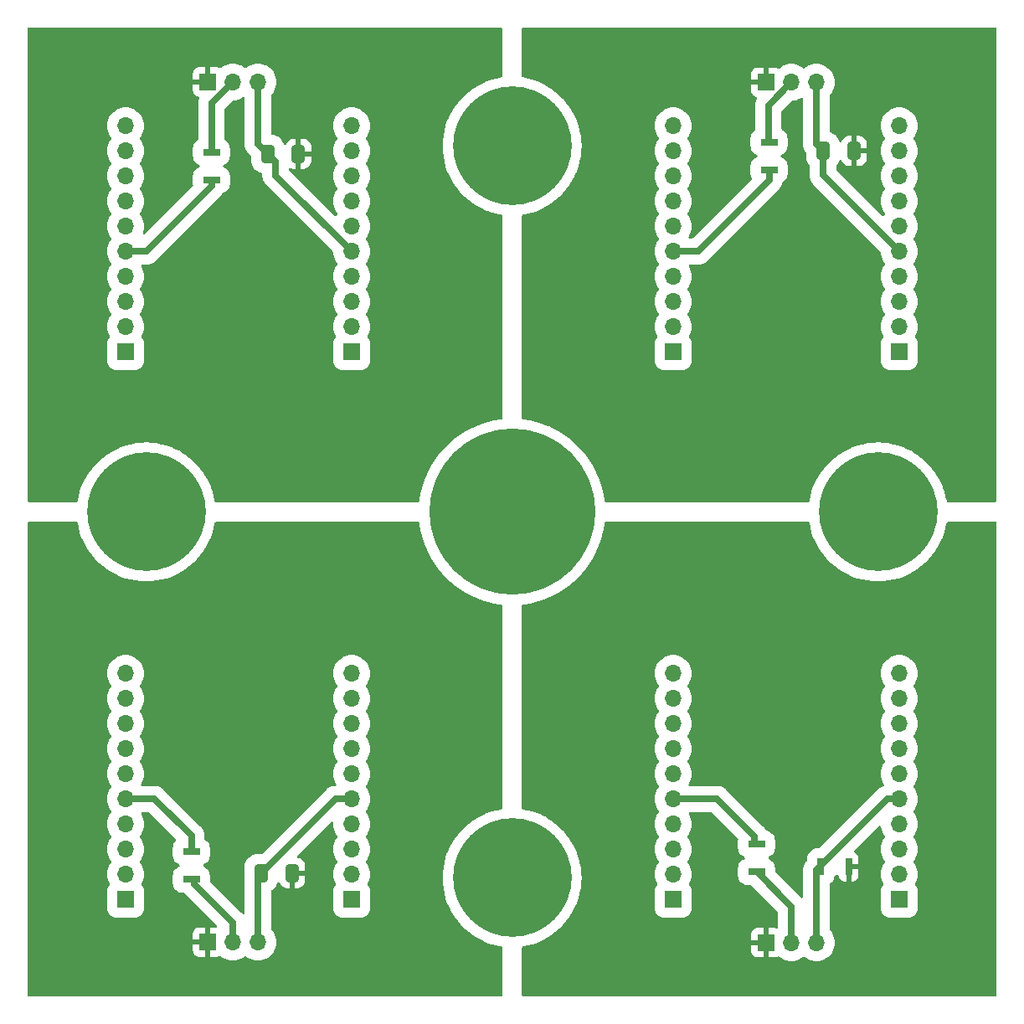
<source format=gbr>
%TF.GenerationSoftware,KiCad,Pcbnew,7.0.5-0*%
%TF.CreationDate,2023-08-23T15:34:40-04:00*%
%TF.ProjectId,quad_sipm,71756164-5f73-4697-906d-2e6b69636164,6.2*%
%TF.SameCoordinates,Original*%
%TF.FileFunction,Copper,L2,Bot*%
%TF.FilePolarity,Positive*%
%FSLAX46Y46*%
G04 Gerber Fmt 4.6, Leading zero omitted, Abs format (unit mm)*
G04 Created by KiCad (PCBNEW 7.0.5-0) date 2023-08-23 15:34:40*
%MOMM*%
%LPD*%
G01*
G04 APERTURE LIST*
G04 Aperture macros list*
%AMRoundRect*
0 Rectangle with rounded corners*
0 $1 Rounding radius*
0 $2 $3 $4 $5 $6 $7 $8 $9 X,Y pos of 4 corners*
0 Add a 4 corners polygon primitive as box body*
4,1,4,$2,$3,$4,$5,$6,$7,$8,$9,$2,$3,0*
0 Add four circle primitives for the rounded corners*
1,1,$1+$1,$2,$3*
1,1,$1+$1,$4,$5*
1,1,$1+$1,$6,$7*
1,1,$1+$1,$8,$9*
0 Add four rect primitives between the rounded corners*
20,1,$1+$1,$2,$3,$4,$5,0*
20,1,$1+$1,$4,$5,$6,$7,0*
20,1,$1+$1,$6,$7,$8,$9,0*
20,1,$1+$1,$8,$9,$2,$3,0*%
G04 Aperture macros list end*
%TA.AperFunction,ComponentPad*%
%ADD10C,16.800000*%
%TD*%
%TA.AperFunction,ComponentPad*%
%ADD11C,12.000000*%
%TD*%
%TA.AperFunction,ComponentPad*%
%ADD12R,1.700000X1.700000*%
%TD*%
%TA.AperFunction,ComponentPad*%
%ADD13O,1.700000X1.700000*%
%TD*%
%TA.AperFunction,SMDPad,CuDef*%
%ADD14RoundRect,0.250000X0.412500X0.650000X-0.412500X0.650000X-0.412500X-0.650000X0.412500X-0.650000X0*%
%TD*%
%TA.AperFunction,SMDPad,CuDef*%
%ADD15R,0.701600X1.699200*%
%TD*%
%TA.AperFunction,SMDPad,CuDef*%
%ADD16R,1.699200X0.701600*%
%TD*%
%TA.AperFunction,Conductor*%
%ADD17C,0.635000*%
%TD*%
G04 APERTURE END LIST*
D10*
%TO.P,H2,1*%
%TO.N,N/C*%
X100000000Y-100000000D03*
%TD*%
D11*
%TO.P,H3,1*%
%TO.N,N/C*%
X100000000Y-137000000D03*
%TD*%
%TO.P,H4,1*%
%TO.N,N/C*%
X137000000Y-100000000D03*
%TD*%
%TO.P,H5,1*%
%TO.N,N/C*%
X63000000Y-100000000D03*
%TD*%
%TO.P,H1,1*%
%TO.N,N/C*%
X100000000Y-63000000D03*
%TD*%
D12*
%TO.P,J7,1,Pin_1*%
%TO.N,unconnected-(J7-Pin_1-Pad1)*%
X139146000Y-83820000D03*
D13*
%TO.P,J7,2,Pin_2*%
%TO.N,unconnected-(J7-Pin_2-Pad2)*%
X139146000Y-81280000D03*
%TO.P,J7,3,Pin_3*%
%TO.N,unconnected-(J7-Pin_3-Pad3)*%
X139146000Y-78740000D03*
%TO.P,J7,4,Pin_4*%
%TO.N,unconnected-(J7-Pin_4-Pad4)*%
X139146000Y-76200000D03*
%TO.P,J7,5,Pin_5*%
%TO.N,Net-(J3-Pin_3)*%
X139146000Y-73660000D03*
%TO.P,J7,6,Pin_6*%
%TO.N,unconnected-(J7-Pin_6-Pad6)*%
X139146000Y-71120000D03*
%TO.P,J7,7,Pin_7*%
%TO.N,unconnected-(J7-Pin_7-Pad7)*%
X139146000Y-68580000D03*
%TO.P,J7,8,Pin_8*%
%TO.N,unconnected-(J7-Pin_8-Pad8)*%
X139146000Y-66040000D03*
%TO.P,J7,9,Pin_9*%
%TO.N,unconnected-(J7-Pin_9-Pad9)*%
X139146000Y-63500000D03*
%TO.P,J7,10,Pin_10*%
%TO.N,unconnected-(J7-Pin_10-Pad10)*%
X139146000Y-60960000D03*
D12*
%TO.P,J7,11,Pin_1*%
%TO.N,unconnected-(J7-Pin_1-Pad11)*%
X116286000Y-83820000D03*
D13*
%TO.P,J7,12,Pin_2*%
%TO.N,unconnected-(J7-Pin_2-Pad12)*%
X116286000Y-81280000D03*
%TO.P,J7,13,Pin_3*%
%TO.N,unconnected-(J7-Pin_3-Pad13)*%
X116286000Y-78740000D03*
%TO.P,J7,14,Pin_4*%
%TO.N,unconnected-(J7-Pin_4-Pad14)*%
X116286000Y-76200000D03*
%TO.P,J7,15,Pin_5*%
%TO.N,Net-(J7-Pin_5-Pad15)*%
X116286000Y-73660000D03*
%TO.P,J7,16,Pin_6*%
%TO.N,unconnected-(J7-Pin_6-Pad16)*%
X116286000Y-71120000D03*
%TO.P,J7,17,Pin_7*%
%TO.N,unconnected-(J7-Pin_7-Pad17)*%
X116286000Y-68580000D03*
%TO.P,J7,18,Pin_8*%
%TO.N,unconnected-(J7-Pin_8-Pad18)*%
X116286000Y-66040000D03*
%TO.P,J7,19,Pin_9*%
%TO.N,unconnected-(J7-Pin_9-Pad19)*%
X116286000Y-63500000D03*
%TO.P,J7,20,Pin_10*%
%TO.N,unconnected-(J7-Pin_10-Pad20)*%
X116286000Y-60960000D03*
%TD*%
D12*
%TO.P,J8,1,Pin_1*%
%TO.N,unconnected-(J8-Pin_1-Pad1)*%
X83774000Y-83820000D03*
D13*
%TO.P,J8,2,Pin_2*%
%TO.N,unconnected-(J8-Pin_2-Pad2)*%
X83774000Y-81280000D03*
%TO.P,J8,3,Pin_3*%
%TO.N,unconnected-(J8-Pin_3-Pad3)*%
X83774000Y-78740000D03*
%TO.P,J8,4,Pin_4*%
%TO.N,unconnected-(J8-Pin_4-Pad4)*%
X83774000Y-76200000D03*
%TO.P,J8,5,Pin_5*%
%TO.N,Net-(J4-Pin_3)*%
X83774000Y-73660000D03*
%TO.P,J8,6,Pin_6*%
%TO.N,unconnected-(J8-Pin_6-Pad6)*%
X83774000Y-71120000D03*
%TO.P,J8,7,Pin_7*%
%TO.N,unconnected-(J8-Pin_7-Pad7)*%
X83774000Y-68580000D03*
%TO.P,J8,8,Pin_8*%
%TO.N,unconnected-(J8-Pin_8-Pad8)*%
X83774000Y-66040000D03*
%TO.P,J8,9,Pin_9*%
%TO.N,unconnected-(J8-Pin_9-Pad9)*%
X83774000Y-63500000D03*
%TO.P,J8,10,Pin_10*%
%TO.N,unconnected-(J8-Pin_10-Pad10)*%
X83774000Y-60960000D03*
D12*
%TO.P,J8,11,Pin_1*%
%TO.N,unconnected-(J8-Pin_1-Pad11)*%
X60914000Y-83820000D03*
D13*
%TO.P,J8,12,Pin_2*%
%TO.N,unconnected-(J8-Pin_2-Pad12)*%
X60914000Y-81280000D03*
%TO.P,J8,13,Pin_3*%
%TO.N,unconnected-(J8-Pin_3-Pad13)*%
X60914000Y-78740000D03*
%TO.P,J8,14,Pin_4*%
%TO.N,unconnected-(J8-Pin_4-Pad14)*%
X60914000Y-76200000D03*
%TO.P,J8,15,Pin_5*%
%TO.N,Net-(J8-Pin_5-Pad15)*%
X60914000Y-73660000D03*
%TO.P,J8,16,Pin_6*%
%TO.N,unconnected-(J8-Pin_6-Pad16)*%
X60914000Y-71120000D03*
%TO.P,J8,17,Pin_7*%
%TO.N,unconnected-(J8-Pin_7-Pad17)*%
X60914000Y-68580000D03*
%TO.P,J8,18,Pin_8*%
%TO.N,unconnected-(J8-Pin_8-Pad18)*%
X60914000Y-66040000D03*
%TO.P,J8,19,Pin_9*%
%TO.N,unconnected-(J8-Pin_9-Pad19)*%
X60914000Y-63500000D03*
%TO.P,J8,20,Pin_10*%
%TO.N,unconnected-(J8-Pin_10-Pad20)*%
X60914000Y-60960000D03*
%TD*%
D12*
%TO.P,J6,1,Pin_1*%
%TO.N,unconnected-(J6-Pin_1-Pad1)*%
X83774000Y-139192000D03*
D13*
%TO.P,J6,2,Pin_2*%
%TO.N,unconnected-(J6-Pin_2-Pad2)*%
X83774000Y-136652000D03*
%TO.P,J6,3,Pin_3*%
%TO.N,unconnected-(J6-Pin_3-Pad3)*%
X83774000Y-134112000D03*
%TO.P,J6,4,Pin_4*%
%TO.N,unconnected-(J6-Pin_4-Pad4)*%
X83774000Y-131572000D03*
%TO.P,J6,5,Pin_5*%
%TO.N,Net-(J2-Pin_3)*%
X83774000Y-129032000D03*
%TO.P,J6,6,Pin_6*%
%TO.N,unconnected-(J6-Pin_6-Pad6)*%
X83774000Y-126492000D03*
%TO.P,J6,7,Pin_7*%
%TO.N,unconnected-(J6-Pin_7-Pad7)*%
X83774000Y-123952000D03*
%TO.P,J6,8,Pin_8*%
%TO.N,unconnected-(J6-Pin_8-Pad8)*%
X83774000Y-121412000D03*
%TO.P,J6,9,Pin_9*%
%TO.N,unconnected-(J6-Pin_9-Pad9)*%
X83774000Y-118872000D03*
%TO.P,J6,10,Pin_10*%
%TO.N,unconnected-(J6-Pin_10-Pad10)*%
X83774000Y-116332000D03*
D12*
%TO.P,J6,11,Pin_1*%
%TO.N,unconnected-(J6-Pin_1-Pad11)*%
X60914000Y-139192000D03*
D13*
%TO.P,J6,12,Pin_2*%
%TO.N,unconnected-(J6-Pin_2-Pad12)*%
X60914000Y-136652000D03*
%TO.P,J6,13,Pin_3*%
%TO.N,unconnected-(J6-Pin_3-Pad13)*%
X60914000Y-134112000D03*
%TO.P,J6,14,Pin_4*%
%TO.N,unconnected-(J6-Pin_4-Pad14)*%
X60914000Y-131572000D03*
%TO.P,J6,15,Pin_5*%
%TO.N,Net-(J6-Pin_5-Pad15)*%
X60914000Y-129032000D03*
%TO.P,J6,16,Pin_6*%
%TO.N,unconnected-(J6-Pin_6-Pad16)*%
X60914000Y-126492000D03*
%TO.P,J6,17,Pin_7*%
%TO.N,unconnected-(J6-Pin_7-Pad17)*%
X60914000Y-123952000D03*
%TO.P,J6,18,Pin_8*%
%TO.N,unconnected-(J6-Pin_8-Pad18)*%
X60914000Y-121412000D03*
%TO.P,J6,19,Pin_9*%
%TO.N,unconnected-(J6-Pin_9-Pad19)*%
X60914000Y-118872000D03*
%TO.P,J6,20,Pin_10*%
%TO.N,unconnected-(J6-Pin_10-Pad20)*%
X60914000Y-116332000D03*
%TD*%
D12*
%TO.P,J5,1,Pin_1*%
%TO.N,unconnected-(J5-Pin_1-Pad1)*%
X139146000Y-139192000D03*
D13*
%TO.P,J5,2,Pin_2*%
%TO.N,unconnected-(J5-Pin_2-Pad2)*%
X139146000Y-136652000D03*
%TO.P,J5,3,Pin_3*%
%TO.N,unconnected-(J5-Pin_3-Pad3)*%
X139146000Y-134112000D03*
%TO.P,J5,4,Pin_4*%
%TO.N,unconnected-(J5-Pin_4-Pad4)*%
X139146000Y-131572000D03*
%TO.P,J5,5,Pin_5*%
%TO.N,Net-(J1-Pin_3)*%
X139146000Y-129032000D03*
%TO.P,J5,6,Pin_6*%
%TO.N,unconnected-(J5-Pin_6-Pad6)*%
X139146000Y-126492000D03*
%TO.P,J5,7,Pin_7*%
%TO.N,unconnected-(J5-Pin_7-Pad7)*%
X139146000Y-123952000D03*
%TO.P,J5,8,Pin_8*%
%TO.N,unconnected-(J5-Pin_8-Pad8)*%
X139146000Y-121412000D03*
%TO.P,J5,9,Pin_9*%
%TO.N,unconnected-(J5-Pin_9-Pad9)*%
X139146000Y-118872000D03*
%TO.P,J5,10,Pin_10*%
%TO.N,unconnected-(J5-Pin_10-Pad10)*%
X139146000Y-116332000D03*
D12*
%TO.P,J5,11,Pin_1*%
%TO.N,unconnected-(J5-Pin_1-Pad11)*%
X116286000Y-139192000D03*
D13*
%TO.P,J5,12,Pin_2*%
%TO.N,unconnected-(J5-Pin_2-Pad12)*%
X116286000Y-136652000D03*
%TO.P,J5,13,Pin_3*%
%TO.N,unconnected-(J5-Pin_3-Pad13)*%
X116286000Y-134112000D03*
%TO.P,J5,14,Pin_4*%
%TO.N,unconnected-(J5-Pin_4-Pad14)*%
X116286000Y-131572000D03*
%TO.P,J5,15,Pin_5*%
%TO.N,Net-(J5-Pin_5-Pad15)*%
X116286000Y-129032000D03*
%TO.P,J5,16,Pin_6*%
%TO.N,unconnected-(J5-Pin_6-Pad16)*%
X116286000Y-126492000D03*
%TO.P,J5,17,Pin_7*%
%TO.N,unconnected-(J5-Pin_7-Pad17)*%
X116286000Y-123952000D03*
%TO.P,J5,18,Pin_8*%
%TO.N,unconnected-(J5-Pin_8-Pad18)*%
X116286000Y-121412000D03*
%TO.P,J5,19,Pin_9*%
%TO.N,unconnected-(J5-Pin_9-Pad19)*%
X116286000Y-118872000D03*
%TO.P,J5,20,Pin_10*%
%TO.N,unconnected-(J5-Pin_10-Pad20)*%
X116286000Y-116332000D03*
%TD*%
D12*
%TO.P,J1,1,Pin_1*%
%TO.N,Net-(J1-Pin_1)*%
X125685000Y-143555000D03*
D13*
%TO.P,J1,2,Pin_2*%
%TO.N,Net-(J1-Pin_2)*%
X128225000Y-143555000D03*
%TO.P,J1,3,Pin_3*%
%TO.N,Net-(J1-Pin_3)*%
X130765000Y-143555000D03*
%TD*%
D14*
%TO.P,C4,1*%
%TO.N,Net-(J4-Pin_1)*%
X78397500Y-63792500D03*
%TO.P,C4,2*%
%TO.N,Net-(J4-Pin_3)*%
X75272500Y-63792500D03*
%TD*%
D12*
%TO.P,J3,1,Pin_1*%
%TO.N,Net-(J3-Pin_1)*%
X125685000Y-56560000D03*
D13*
%TO.P,J3,2,Pin_2*%
%TO.N,Net-(J3-Pin_2)*%
X128225000Y-56560000D03*
%TO.P,J3,3,Pin_3*%
%TO.N,Net-(J3-Pin_3)*%
X130765000Y-56560000D03*
%TD*%
D12*
%TO.P,J4,1,Pin_1*%
%TO.N,Net-(J4-Pin_1)*%
X69215000Y-56515000D03*
D13*
%TO.P,J4,2,Pin_2*%
%TO.N,Net-(J4-Pin_2)*%
X71755000Y-56515000D03*
%TO.P,J4,3,Pin_3*%
%TO.N,Net-(J4-Pin_3)*%
X74295000Y-56515000D03*
%TD*%
D14*
%TO.P,C3,1*%
%TO.N,Net-(J3-Pin_1)*%
X134570000Y-63500000D03*
%TO.P,C3,2*%
%TO.N,Net-(J3-Pin_3)*%
X131445000Y-63500000D03*
%TD*%
D12*
%TO.P,J2,1,Pin_1*%
%TO.N,Net-(J2-Pin_1)*%
X69215000Y-143510000D03*
D13*
%TO.P,J2,2,Pin_2*%
%TO.N,Net-(J2-Pin_2)*%
X71755000Y-143510000D03*
%TO.P,J2,3,Pin_3*%
%TO.N,Net-(J2-Pin_3)*%
X74295000Y-143510000D03*
%TD*%
D15*
%TO.P,C1,1*%
%TO.N,Net-(J1-Pin_1)*%
X134027300Y-135890000D03*
%TO.P,C1,2*%
%TO.N,Net-(J1-Pin_3)*%
X131225700Y-135890000D03*
%TD*%
D14*
%TO.P,C2,1*%
%TO.N,Net-(J2-Pin_1)*%
X77762500Y-136525000D03*
%TO.P,C2,2*%
%TO.N,Net-(J2-Pin_3)*%
X74637500Y-136525000D03*
%TD*%
D16*
%TO.P,R4,1*%
%TO.N,Net-(J2-Pin_2)*%
X67564000Y-137160000D03*
%TO.P,R4,2*%
%TO.N,Net-(J6-Pin_5-Pad15)*%
X67564000Y-134358400D03*
%TD*%
%TO.P,R1,1*%
%TO.N,Net-(J1-Pin_2)*%
X124714000Y-136398000D03*
%TO.P,R1,2*%
%TO.N,Net-(J5-Pin_5-Pad15)*%
X124714000Y-133596400D03*
%TD*%
%TO.P,R2,1*%
%TO.N,Net-(J3-Pin_2)*%
X125984000Y-62607200D03*
%TO.P,R2,2*%
%TO.N,Net-(J7-Pin_5-Pad15)*%
X125984000Y-65408800D03*
%TD*%
%TO.P,R3,1*%
%TO.N,Net-(J4-Pin_2)*%
X69596000Y-63623200D03*
%TO.P,R3,2*%
%TO.N,Net-(J8-Pin_5-Pad15)*%
X69596000Y-66424800D03*
%TD*%
D17*
%TO.N,Net-(J2-Pin_2)*%
X71755000Y-141528800D02*
X67894200Y-137668000D01*
X71755000Y-143510000D02*
X71755000Y-141528800D01*
%TO.N,Net-(J3-Pin_2)*%
X125907800Y-58877200D02*
X125907800Y-62531000D01*
X125907800Y-62531000D02*
X125984000Y-62607200D01*
X128225000Y-56560000D02*
X125907800Y-58877200D01*
%TO.N,Net-(J4-Pin_2)*%
X69596000Y-58674000D02*
X71755000Y-56515000D01*
X69596000Y-63623200D02*
X69596000Y-58674000D01*
%TO.N,Net-(J1-Pin_2)*%
X128225000Y-139909000D02*
X124714000Y-136398000D01*
X128225000Y-143555000D02*
X128225000Y-139909000D01*
%TO.N,Net-(J1-Pin_3)*%
X139146000Y-129032000D02*
X137922000Y-129032000D01*
X137922000Y-129032000D02*
X131064000Y-135890000D01*
X130765000Y-136189000D02*
X131064000Y-135890000D01*
X130765000Y-143555000D02*
X130765000Y-136189000D01*
%TO.N,Net-(J2-Pin_3)*%
X74295000Y-136867500D02*
X74295000Y-143510000D01*
X83774000Y-129032000D02*
X82130500Y-129032000D01*
X74637500Y-136525000D02*
X74295000Y-136867500D01*
X82130500Y-129032000D02*
X74637500Y-136525000D01*
%TO.N,Net-(J3-Pin_3)*%
X130765000Y-62820000D02*
X131445000Y-63500000D01*
X130765000Y-56560000D02*
X130765000Y-62820000D01*
X131445000Y-65959000D02*
X131445000Y-63500000D01*
X131445000Y-65959000D02*
X139146000Y-73660000D01*
%TO.N,Net-(J4-Pin_3)*%
X74295000Y-56515000D02*
X74295000Y-62815000D01*
X76090000Y-64610000D02*
X75272500Y-63792500D01*
X76090000Y-65976000D02*
X76090000Y-64610000D01*
X83774000Y-73660000D02*
X76090000Y-65976000D01*
X74295000Y-62815000D02*
X75272500Y-63792500D01*
%TO.N,Net-(J5-Pin_5-Pad15)*%
X116286000Y-129032000D02*
X120721800Y-129032000D01*
X120721800Y-129032000D02*
X124531800Y-132842000D01*
X124531800Y-133414200D02*
X124714000Y-133596400D01*
X124531800Y-132842000D02*
X124531800Y-133414200D01*
%TO.N,Net-(J6-Pin_5-Pad15)*%
X60914000Y-129032000D02*
X63825800Y-129032000D01*
X67564000Y-132770200D02*
X67564000Y-134358400D01*
X63825800Y-129032000D02*
X67564000Y-132770200D01*
%TO.N,Net-(J7-Pin_5-Pad15)*%
X125984000Y-66476200D02*
X125984000Y-65408800D01*
X118800200Y-73660000D02*
X125984000Y-66476200D01*
X116286000Y-73660000D02*
X118800200Y-73660000D01*
%TO.N,Net-(J8-Pin_5-Pad15)*%
X60914000Y-73660000D02*
X62992000Y-73660000D01*
X62992000Y-73660000D02*
X69596000Y-67056000D01*
X69596000Y-67056000D02*
X69596000Y-66424800D01*
%TD*%
%TA.AperFunction,Conductor*%
%TO.N,Net-(J3-Pin_1)*%
G36*
X148942121Y-51020002D02*
G01*
X148988614Y-51073658D01*
X149000000Y-51126000D01*
X149000000Y-98874000D01*
X148979998Y-98942121D01*
X148926342Y-98988614D01*
X148874000Y-99000000D01*
X144056178Y-99000000D01*
X143988057Y-98979998D01*
X143941564Y-98926342D01*
X143932375Y-98897425D01*
X143897659Y-98713953D01*
X143845369Y-98437589D01*
X143709468Y-97930403D01*
X143580392Y-97561525D01*
X143536049Y-97434799D01*
X143536048Y-97434798D01*
X143536046Y-97434791D01*
X143326072Y-96953524D01*
X143326069Y-96953519D01*
X143326062Y-96953503D01*
X143171250Y-96660588D01*
X143080719Y-96489295D01*
X143080709Y-96489279D01*
X142801366Y-96044706D01*
X142801354Y-96044689D01*
X142489561Y-95622224D01*
X142489548Y-95622208D01*
X142147067Y-95224239D01*
X142147058Y-95224228D01*
X142147045Y-95224215D01*
X142147034Y-95224203D01*
X141775796Y-94852965D01*
X141775784Y-94852954D01*
X141775772Y-94852942D01*
X141674361Y-94765671D01*
X141377791Y-94510451D01*
X141377775Y-94510438D01*
X140955310Y-94198645D01*
X140955293Y-94198633D01*
X140510720Y-93919290D01*
X140510712Y-93919285D01*
X140510705Y-93919281D01*
X140465089Y-93895172D01*
X140046496Y-93673937D01*
X140046470Y-93673925D01*
X139862513Y-93593666D01*
X139565209Y-93463954D01*
X139565202Y-93463951D01*
X139565200Y-93463950D01*
X139069605Y-93290534D01*
X138562412Y-93154631D01*
X138046487Y-93057013D01*
X137524711Y-92998222D01*
X137000000Y-92978590D01*
X136475288Y-92998222D01*
X135953512Y-93057013D01*
X135437587Y-93154631D01*
X134930394Y-93290534D01*
X134434799Y-93463950D01*
X134434796Y-93463952D01*
X133953529Y-93673925D01*
X133953503Y-93673937D01*
X133489300Y-93919278D01*
X133489279Y-93919290D01*
X133044706Y-94198633D01*
X133044689Y-94198645D01*
X132622224Y-94510438D01*
X132622208Y-94510451D01*
X132224239Y-94852932D01*
X132224203Y-94852965D01*
X131852965Y-95224203D01*
X131852932Y-95224239D01*
X131510451Y-95622208D01*
X131510438Y-95622224D01*
X131198645Y-96044689D01*
X131198633Y-96044706D01*
X130919290Y-96489279D01*
X130919278Y-96489300D01*
X130673937Y-96953503D01*
X130673925Y-96953529D01*
X130463952Y-97434796D01*
X130463950Y-97434799D01*
X130290534Y-97930394D01*
X130154631Y-98437587D01*
X130067625Y-98897425D01*
X130035308Y-98960639D01*
X129973944Y-98996347D01*
X129943822Y-99000000D01*
X109477770Y-99000000D01*
X109409649Y-98979998D01*
X109363156Y-98926342D01*
X109352377Y-98886350D01*
X109340942Y-98770251D01*
X109340941Y-98770249D01*
X109340941Y-98770242D01*
X109240512Y-98161948D01*
X109186523Y-97930403D01*
X109100512Y-97561520D01*
X108921547Y-96971555D01*
X108921545Y-96971547D01*
X108740040Y-96489300D01*
X108704372Y-96394531D01*
X108449926Y-95832958D01*
X108159296Y-95289228D01*
X107833728Y-94765671D01*
X107474613Y-94264527D01*
X107083492Y-93787944D01*
X106662038Y-93337962D01*
X106212056Y-92916508D01*
X105735473Y-92525387D01*
X105234329Y-92166272D01*
X104710772Y-91840704D01*
X104710771Y-91840703D01*
X104167054Y-91550080D01*
X104167037Y-91550071D01*
X103754548Y-91363174D01*
X103605469Y-91295628D01*
X103605464Y-91295626D01*
X103028452Y-91078454D01*
X103028444Y-91078452D01*
X102438479Y-90899487D01*
X101838066Y-90759490D01*
X101229760Y-90659059D01*
X101113649Y-90647622D01*
X101047817Y-90621039D01*
X101006807Y-90563084D01*
X101000000Y-90522229D01*
X101000000Y-81280000D01*
X114414732Y-81280000D01*
X114433779Y-81546312D01*
X114490529Y-81807188D01*
X114490529Y-81807189D01*
X114583832Y-82057346D01*
X114583837Y-82057357D01*
X114657426Y-82192128D01*
X114672517Y-82261502D01*
X114647705Y-82328022D01*
X114644239Y-82332444D01*
X114586722Y-82402529D01*
X114586721Y-82402531D01*
X114492334Y-82579116D01*
X114492332Y-82579122D01*
X114434206Y-82770736D01*
X114434206Y-82770739D01*
X114419500Y-82920057D01*
X114419500Y-84719942D01*
X114434206Y-84869260D01*
X114434206Y-84869263D01*
X114492332Y-85060877D01*
X114492334Y-85060883D01*
X114586720Y-85237466D01*
X114586722Y-85237469D01*
X114713748Y-85392252D01*
X114868531Y-85519278D01*
X115045120Y-85613667D01*
X115236731Y-85671792D01*
X115236736Y-85671792D01*
X115236738Y-85671793D01*
X115346069Y-85682560D01*
X115386066Y-85686500D01*
X115386075Y-85686500D01*
X117185925Y-85686500D01*
X117185934Y-85686500D01*
X117283179Y-85676922D01*
X117335260Y-85671793D01*
X117335263Y-85671793D01*
X117335264Y-85671792D01*
X117335269Y-85671792D01*
X117526880Y-85613667D01*
X117703469Y-85519278D01*
X117858252Y-85392252D01*
X117985278Y-85237469D01*
X118079667Y-85060880D01*
X118137792Y-84869269D01*
X118152500Y-84719934D01*
X118152500Y-82920066D01*
X118137793Y-82770739D01*
X118137793Y-82770736D01*
X118137792Y-82770733D01*
X118137792Y-82770731D01*
X118079667Y-82579120D01*
X117985278Y-82402531D01*
X117927759Y-82332444D01*
X117900007Y-82267097D01*
X117911989Y-82197119D01*
X117914572Y-82192128D01*
X117988165Y-82057353D01*
X118081468Y-81807197D01*
X118138221Y-81546309D01*
X118157268Y-81280000D01*
X118138221Y-81013691D01*
X118081468Y-80752803D01*
X117988165Y-80502647D01*
X117860211Y-80268316D01*
X117723362Y-80085508D01*
X117698552Y-80018989D01*
X117713643Y-79949615D01*
X117723363Y-79934491D01*
X117860211Y-79751684D01*
X117988165Y-79517353D01*
X118081468Y-79267197D01*
X118138221Y-79006309D01*
X118157268Y-78740000D01*
X118138221Y-78473691D01*
X118081468Y-78212803D01*
X117988165Y-77962647D01*
X117860211Y-77728316D01*
X117723362Y-77545508D01*
X117698552Y-77478989D01*
X117713643Y-77409615D01*
X117723363Y-77394491D01*
X117860211Y-77211684D01*
X117988165Y-76977353D01*
X118081468Y-76727197D01*
X118138221Y-76466309D01*
X118157268Y-76200000D01*
X118138221Y-75933691D01*
X118081468Y-75672803D01*
X117988165Y-75422647D01*
X117860211Y-75188316D01*
X117860208Y-75188312D01*
X117860092Y-75188131D01*
X117860071Y-75188060D01*
X117858054Y-75184366D01*
X117858857Y-75183927D01*
X117840083Y-75120013D01*
X117860078Y-75051890D01*
X117913729Y-75005392D01*
X117966083Y-74994000D01*
X118916907Y-74994000D01*
X118916910Y-74994000D01*
X118971782Y-74984324D01*
X118977214Y-74983609D01*
X119032732Y-74978752D01*
X119086574Y-74964324D01*
X119091892Y-74963145D01*
X119141260Y-74954440D01*
X119146778Y-74953468D01*
X119146779Y-74953468D01*
X119146780Y-74953467D01*
X119146783Y-74953467D01*
X119199135Y-74934411D01*
X119204375Y-74932760D01*
X119258198Y-74918339D01*
X119308691Y-74894792D01*
X119313752Y-74892695D01*
X119366127Y-74873634D01*
X119414408Y-74845757D01*
X119419242Y-74843241D01*
X119469748Y-74819691D01*
X119515397Y-74787725D01*
X119519994Y-74784797D01*
X119568274Y-74756923D01*
X119610968Y-74721096D01*
X119615311Y-74717765D01*
X119660954Y-74685807D01*
X119843727Y-74503034D01*
X119843728Y-74503031D01*
X126968467Y-67378294D01*
X126968467Y-67378293D01*
X126986180Y-67360581D01*
X126986183Y-67360576D01*
X127009807Y-67336954D01*
X127041768Y-67291306D01*
X127045096Y-67286968D01*
X127080923Y-67244274D01*
X127108791Y-67196003D01*
X127111725Y-67191397D01*
X127143691Y-67145748D01*
X127167248Y-67095226D01*
X127169760Y-67090401D01*
X127197633Y-67042127D01*
X127216688Y-66989772D01*
X127218793Y-66984690D01*
X127242339Y-66934198D01*
X127256759Y-66880378D01*
X127258413Y-66875133D01*
X127277464Y-66822794D01*
X127277465Y-66822789D01*
X127277467Y-66822784D01*
X127287144Y-66767893D01*
X127288323Y-66762576D01*
X127302752Y-66708732D01*
X127302752Y-66708727D01*
X127303408Y-66706281D01*
X127340361Y-66645659D01*
X127365713Y-66627775D01*
X127401069Y-66608878D01*
X127555852Y-66481852D01*
X127682878Y-66327069D01*
X127777267Y-66150480D01*
X127835392Y-65958869D01*
X127850100Y-65809534D01*
X127850100Y-65008066D01*
X127835393Y-64858739D01*
X127835393Y-64858736D01*
X127835392Y-64858733D01*
X127835392Y-64858731D01*
X127777267Y-64667120D01*
X127682878Y-64490531D01*
X127555852Y-64335748D01*
X127401069Y-64208722D01*
X127401067Y-64208721D01*
X127401066Y-64208720D01*
X127306178Y-64158002D01*
X127233438Y-64119121D01*
X127182791Y-64069370D01*
X127167081Y-64000133D01*
X127191297Y-63933394D01*
X127233438Y-63896878D01*
X127401069Y-63807278D01*
X127555852Y-63680252D01*
X127682878Y-63525469D01*
X127777267Y-63348880D01*
X127835392Y-63157269D01*
X127850100Y-63007934D01*
X127850100Y-62206466D01*
X127844969Y-62154376D01*
X127835393Y-62057139D01*
X127835393Y-62057136D01*
X127835392Y-62057133D01*
X127835392Y-62057131D01*
X127777267Y-61865520D01*
X127682878Y-61688931D01*
X127555852Y-61534148D01*
X127401069Y-61407122D01*
X127401068Y-61407121D01*
X127401065Y-61407119D01*
X127401063Y-61407118D01*
X127308403Y-61357589D01*
X127257755Y-61307837D01*
X127241800Y-61246468D01*
X127241800Y-59481950D01*
X127261802Y-59413829D01*
X127278695Y-59392865D01*
X128208242Y-58463317D01*
X128270551Y-58429295D01*
X128288338Y-58426737D01*
X128491309Y-58412221D01*
X128752188Y-58355470D01*
X128752189Y-58355470D01*
X128752190Y-58355469D01*
X128752197Y-58355468D01*
X129002353Y-58262165D01*
X129236684Y-58134211D01*
X129236690Y-58134206D01*
X129236874Y-58134089D01*
X129236945Y-58134067D01*
X129240634Y-58132054D01*
X129241072Y-58132856D01*
X129304994Y-58114084D01*
X129373116Y-58134084D01*
X129419611Y-58187737D01*
X129430999Y-58240084D01*
X129431000Y-62703290D01*
X129431000Y-62936710D01*
X129440673Y-62991578D01*
X129441391Y-62997027D01*
X129446247Y-63052532D01*
X129460667Y-63106348D01*
X129461857Y-63111714D01*
X129471533Y-63166583D01*
X129490584Y-63218928D01*
X129492237Y-63224170D01*
X129506658Y-63277990D01*
X129506664Y-63278005D01*
X129530203Y-63328485D01*
X129532307Y-63333564D01*
X129551365Y-63385926D01*
X129579227Y-63434184D01*
X129581765Y-63439060D01*
X129605309Y-63489548D01*
X129605311Y-63489550D01*
X129605312Y-63489553D01*
X129620419Y-63511128D01*
X129637262Y-63535182D01*
X129640212Y-63539811D01*
X129668076Y-63588073D01*
X129668077Y-63588074D01*
X129703887Y-63630750D01*
X129707235Y-63635113D01*
X129738841Y-63680252D01*
X129742349Y-63685261D01*
X129740456Y-63686586D01*
X129764980Y-63742559D01*
X129766000Y-63758560D01*
X129766000Y-64215042D01*
X129776537Y-64348925D01*
X129776537Y-64348928D01*
X129776538Y-64348929D01*
X129832239Y-64569985D01*
X129832242Y-64569994D01*
X129926518Y-64777549D01*
X129926520Y-64777552D01*
X129926521Y-64777554D01*
X130056348Y-64964950D01*
X130074094Y-64982696D01*
X130108120Y-65045006D01*
X130111000Y-65071792D01*
X130111000Y-66075710D01*
X130120673Y-66130578D01*
X130121391Y-66136027D01*
X130126247Y-66191532D01*
X130140667Y-66245348D01*
X130141857Y-66250714D01*
X130151533Y-66305583D01*
X130170584Y-66357928D01*
X130172237Y-66363170D01*
X130186658Y-66416990D01*
X130186664Y-66417005D01*
X130210203Y-66467485D01*
X130212307Y-66472564D01*
X130231365Y-66524926D01*
X130259227Y-66573184D01*
X130261765Y-66578060D01*
X130285309Y-66628548D01*
X130285311Y-66628550D01*
X130285312Y-66628553D01*
X130297290Y-66645659D01*
X130317262Y-66674182D01*
X130320212Y-66678811D01*
X130348076Y-66727073D01*
X130348077Y-66727074D01*
X130383887Y-66769750D01*
X130387235Y-66774113D01*
X130419193Y-66819754D01*
X130442808Y-66843368D01*
X130442813Y-66843375D01*
X137242678Y-73643239D01*
X137276704Y-73705551D01*
X137279262Y-73723345D01*
X137293779Y-73926312D01*
X137350529Y-74187188D01*
X137350529Y-74187189D01*
X137443834Y-74437352D01*
X137443835Y-74437353D01*
X137571789Y-74671684D01*
X137658665Y-74787736D01*
X137708636Y-74854490D01*
X137733447Y-74921010D01*
X137718356Y-74990384D01*
X137708637Y-75005507D01*
X137571788Y-75188317D01*
X137443834Y-75422647D01*
X137350529Y-75672810D01*
X137350529Y-75672811D01*
X137293779Y-75933687D01*
X137274732Y-76200000D01*
X137293779Y-76466312D01*
X137350529Y-76727188D01*
X137350529Y-76727189D01*
X137443834Y-76977352D01*
X137443835Y-76977353D01*
X137571789Y-77211684D01*
X137637657Y-77299673D01*
X137708636Y-77394491D01*
X137733447Y-77461012D01*
X137718355Y-77530386D01*
X137708636Y-77545509D01*
X137571789Y-77728316D01*
X137443834Y-77962647D01*
X137350529Y-78212810D01*
X137350529Y-78212811D01*
X137293779Y-78473687D01*
X137274732Y-78739999D01*
X137293779Y-79006312D01*
X137350529Y-79267188D01*
X137350529Y-79267189D01*
X137443834Y-79517352D01*
X137443835Y-79517353D01*
X137571789Y-79751684D01*
X137637657Y-79839673D01*
X137708636Y-79934491D01*
X137733447Y-80001012D01*
X137718355Y-80070386D01*
X137708636Y-80085509D01*
X137571789Y-80268316D01*
X137443834Y-80502647D01*
X137350529Y-80752810D01*
X137350529Y-80752811D01*
X137293779Y-81013687D01*
X137274732Y-81280000D01*
X137293779Y-81546312D01*
X137350529Y-81807188D01*
X137350529Y-81807189D01*
X137443832Y-82057346D01*
X137443837Y-82057357D01*
X137517426Y-82192128D01*
X137532517Y-82261502D01*
X137507705Y-82328022D01*
X137504239Y-82332444D01*
X137446722Y-82402529D01*
X137446721Y-82402531D01*
X137352334Y-82579116D01*
X137352332Y-82579122D01*
X137294206Y-82770736D01*
X137294206Y-82770739D01*
X137279500Y-82920057D01*
X137279500Y-84719942D01*
X137294206Y-84869260D01*
X137294206Y-84869263D01*
X137352332Y-85060877D01*
X137352334Y-85060883D01*
X137446720Y-85237466D01*
X137446722Y-85237469D01*
X137573748Y-85392252D01*
X137728531Y-85519278D01*
X137905120Y-85613667D01*
X138096731Y-85671792D01*
X138096736Y-85671792D01*
X138096738Y-85671793D01*
X138206069Y-85682560D01*
X138246066Y-85686500D01*
X138246075Y-85686500D01*
X140045925Y-85686500D01*
X140045934Y-85686500D01*
X140143179Y-85676922D01*
X140195260Y-85671793D01*
X140195263Y-85671793D01*
X140195264Y-85671792D01*
X140195269Y-85671792D01*
X140386880Y-85613667D01*
X140563469Y-85519278D01*
X140718252Y-85392252D01*
X140845278Y-85237469D01*
X140939667Y-85060880D01*
X140997792Y-84869269D01*
X141012500Y-84719934D01*
X141012500Y-82920066D01*
X140997793Y-82770739D01*
X140997793Y-82770736D01*
X140997792Y-82770733D01*
X140997792Y-82770731D01*
X140939667Y-82579120D01*
X140845278Y-82402531D01*
X140787759Y-82332444D01*
X140760007Y-82267097D01*
X140771989Y-82197119D01*
X140774572Y-82192128D01*
X140848165Y-82057353D01*
X140941468Y-81807197D01*
X140998221Y-81546309D01*
X141017268Y-81280000D01*
X140998221Y-81013691D01*
X140941468Y-80752803D01*
X140848165Y-80502647D01*
X140720211Y-80268316D01*
X140583362Y-80085508D01*
X140558552Y-80018989D01*
X140573643Y-79949615D01*
X140583363Y-79934491D01*
X140720211Y-79751684D01*
X140848165Y-79517353D01*
X140941468Y-79267197D01*
X140998221Y-79006309D01*
X141017268Y-78740000D01*
X140998221Y-78473691D01*
X140941468Y-78212803D01*
X140848165Y-77962647D01*
X140720211Y-77728316D01*
X140583362Y-77545508D01*
X140558552Y-77478989D01*
X140573643Y-77409615D01*
X140583363Y-77394491D01*
X140720211Y-77211684D01*
X140848165Y-76977353D01*
X140941468Y-76727197D01*
X140998221Y-76466309D01*
X141017268Y-76200000D01*
X140998221Y-75933691D01*
X140941468Y-75672803D01*
X140848165Y-75422647D01*
X140720211Y-75188316D01*
X140583362Y-75005507D01*
X140558552Y-74938989D01*
X140573643Y-74869615D01*
X140583363Y-74854491D01*
X140633335Y-74787736D01*
X140720211Y-74671684D01*
X140848165Y-74437353D01*
X140941468Y-74187197D01*
X140998221Y-73926309D01*
X141017268Y-73660000D01*
X140998221Y-73393691D01*
X140941468Y-73132803D01*
X140848165Y-72882647D01*
X140720211Y-72648316D01*
X140583362Y-72465508D01*
X140558552Y-72398989D01*
X140573643Y-72329615D01*
X140583363Y-72314491D01*
X140629887Y-72252342D01*
X140720211Y-72131684D01*
X140848165Y-71897353D01*
X140941468Y-71647197D01*
X140998221Y-71386309D01*
X141017268Y-71120000D01*
X140998221Y-70853691D01*
X140941468Y-70592803D01*
X140848165Y-70342647D01*
X140720211Y-70108316D01*
X140583362Y-69925508D01*
X140558552Y-69858989D01*
X140573643Y-69789615D01*
X140583363Y-69774491D01*
X140583364Y-69774490D01*
X140720211Y-69591684D01*
X140848165Y-69357353D01*
X140941468Y-69107197D01*
X140998221Y-68846309D01*
X141017268Y-68580000D01*
X140998221Y-68313691D01*
X140941468Y-68052803D01*
X140848165Y-67802647D01*
X140720211Y-67568316D01*
X140583362Y-67385508D01*
X140558552Y-67318989D01*
X140573643Y-67249615D01*
X140583363Y-67234491D01*
X140720211Y-67051684D01*
X140848165Y-66817353D01*
X140941468Y-66567197D01*
X140998221Y-66306309D01*
X141017268Y-66040000D01*
X140998221Y-65773691D01*
X140952867Y-65565203D01*
X140941470Y-65512811D01*
X140941470Y-65512810D01*
X140941468Y-65512806D01*
X140941468Y-65512803D01*
X140848165Y-65262647D01*
X140720211Y-65028316D01*
X140621393Y-64896311D01*
X140583363Y-64845508D01*
X140558552Y-64778988D01*
X140573644Y-64709613D01*
X140583357Y-64694498D01*
X140720211Y-64511684D01*
X140848165Y-64277353D01*
X140941468Y-64027197D01*
X140998221Y-63766309D01*
X141017268Y-63500000D01*
X140998221Y-63233691D01*
X140949112Y-63007942D01*
X140941470Y-62972811D01*
X140941470Y-62972810D01*
X140941468Y-62972806D01*
X140941468Y-62972803D01*
X140848165Y-62722647D01*
X140720211Y-62488316D01*
X140583362Y-62305508D01*
X140558552Y-62238989D01*
X140573643Y-62169615D01*
X140583363Y-62154491D01*
X140720211Y-61971684D01*
X140848165Y-61737353D01*
X140941468Y-61487197D01*
X140998221Y-61226309D01*
X141017268Y-60960000D01*
X140998221Y-60693691D01*
X140941902Y-60434796D01*
X140941470Y-60432811D01*
X140941470Y-60432810D01*
X140941468Y-60432806D01*
X140941468Y-60432803D01*
X140848165Y-60182647D01*
X140720211Y-59948316D01*
X140560210Y-59734580D01*
X140371420Y-59545790D01*
X140371417Y-59545788D01*
X140371414Y-59545785D01*
X140284963Y-59481069D01*
X140157684Y-59385789D01*
X140029728Y-59315920D01*
X139923352Y-59257834D01*
X139673189Y-59164529D01*
X139412311Y-59107779D01*
X139412313Y-59107779D01*
X139146000Y-59088732D01*
X138879687Y-59107779D01*
X138618811Y-59164529D01*
X138618810Y-59164529D01*
X138368647Y-59257834D01*
X138134316Y-59385789D01*
X137920585Y-59545785D01*
X137920576Y-59545793D01*
X137731793Y-59734576D01*
X137731785Y-59734585D01*
X137571789Y-59948316D01*
X137443834Y-60182647D01*
X137350529Y-60432810D01*
X137350529Y-60432811D01*
X137293779Y-60693687D01*
X137274732Y-60959999D01*
X137293779Y-61226312D01*
X137350529Y-61487188D01*
X137350529Y-61487189D01*
X137443834Y-61737352D01*
X137443835Y-61737353D01*
X137571789Y-61971684D01*
X137607382Y-62019230D01*
X137708636Y-62154491D01*
X137733447Y-62221012D01*
X137718355Y-62290386D01*
X137708636Y-62305509D01*
X137571789Y-62488316D01*
X137443834Y-62722647D01*
X137350529Y-62972810D01*
X137350529Y-62972811D01*
X137293779Y-63233687D01*
X137274732Y-63500000D01*
X137293779Y-63766312D01*
X137350529Y-64027188D01*
X137350529Y-64027189D01*
X137443834Y-64277352D01*
X137443835Y-64277353D01*
X137571789Y-64511684D01*
X137663849Y-64634661D01*
X137708636Y-64694490D01*
X137733447Y-64761010D01*
X137718356Y-64830384D01*
X137708637Y-64845507D01*
X137571788Y-65028317D01*
X137443834Y-65262647D01*
X137350529Y-65512810D01*
X137350529Y-65512811D01*
X137293779Y-65773687D01*
X137274732Y-66039999D01*
X137293779Y-66306312D01*
X137350529Y-66567188D01*
X137350529Y-66567189D01*
X137443834Y-66817352D01*
X137478250Y-66880379D01*
X137571789Y-67051684D01*
X137637657Y-67139673D01*
X137708636Y-67234491D01*
X137733447Y-67301012D01*
X137718355Y-67370386D01*
X137708636Y-67385509D01*
X137571789Y-67568316D01*
X137443834Y-67802647D01*
X137350529Y-68052810D01*
X137350529Y-68052811D01*
X137293779Y-68313687D01*
X137274732Y-68580000D01*
X137293779Y-68846312D01*
X137350529Y-69107188D01*
X137350529Y-69107189D01*
X137443834Y-69357352D01*
X137443835Y-69357353D01*
X137571789Y-69591684D01*
X137659959Y-69709465D01*
X137708636Y-69774490D01*
X137733447Y-69841010D01*
X137718356Y-69910384D01*
X137708636Y-69925508D01*
X137620009Y-70043899D01*
X137563173Y-70086446D01*
X137492357Y-70091510D01*
X137430046Y-70057485D01*
X135148357Y-67775796D01*
X132815905Y-65443343D01*
X132781879Y-65381031D01*
X132779000Y-65354248D01*
X132779000Y-65071792D01*
X132799002Y-65003671D01*
X132815904Y-64982697D01*
X132833652Y-64964950D01*
X132963479Y-64777554D01*
X133057760Y-64569989D01*
X133082806Y-64470589D01*
X133118845Y-64409423D01*
X133182234Y-64377449D01*
X133252847Y-64384822D01*
X133308264Y-64429200D01*
X133323958Y-64462893D01*
X133324363Y-64462738D01*
X133326595Y-64468555D01*
X133326690Y-64468757D01*
X133326728Y-64468899D01*
X133411187Y-64634658D01*
X133411188Y-64634661D01*
X133528263Y-64779236D01*
X133672838Y-64896311D01*
X133672841Y-64896312D01*
X133838597Y-64980769D01*
X134018289Y-65028917D01*
X134095561Y-65035000D01*
X134316000Y-65035000D01*
X134316000Y-63754000D01*
X134824000Y-63754000D01*
X134824000Y-65035000D01*
X135044439Y-65035000D01*
X135121710Y-65028917D01*
X135301402Y-64980769D01*
X135467158Y-64896312D01*
X135467161Y-64896311D01*
X135611736Y-64779236D01*
X135728811Y-64634661D01*
X135728812Y-64634658D01*
X135813269Y-64468902D01*
X135861417Y-64289210D01*
X135867500Y-64211938D01*
X135867500Y-63754000D01*
X134824000Y-63754000D01*
X134316000Y-63754000D01*
X134316000Y-61965000D01*
X134824000Y-61965000D01*
X134824000Y-63246000D01*
X135867500Y-63246000D01*
X135867500Y-62788061D01*
X135861417Y-62710789D01*
X135813269Y-62531097D01*
X135728812Y-62365341D01*
X135728811Y-62365338D01*
X135611736Y-62220763D01*
X135467161Y-62103688D01*
X135467158Y-62103687D01*
X135301402Y-62019230D01*
X135121710Y-61971082D01*
X135044439Y-61965000D01*
X134824000Y-61965000D01*
X134316000Y-61965000D01*
X134095561Y-61965000D01*
X134018289Y-61971082D01*
X133838597Y-62019230D01*
X133672841Y-62103687D01*
X133672838Y-62103688D01*
X133528263Y-62220763D01*
X133411188Y-62365338D01*
X133411187Y-62365341D01*
X133326728Y-62531100D01*
X133326689Y-62531247D01*
X133326642Y-62531322D01*
X133324363Y-62537262D01*
X133323276Y-62536844D01*
X133289730Y-62591865D01*
X133225866Y-62622879D01*
X133155372Y-62614442D01*
X133100631Y-62569232D01*
X133082805Y-62529407D01*
X133072451Y-62488316D01*
X133057760Y-62430011D01*
X132963479Y-62222446D01*
X132833652Y-62035050D01*
X132833650Y-62035048D01*
X132833642Y-62035039D01*
X132672460Y-61873857D01*
X132672451Y-61873849D01*
X132672450Y-61873848D01*
X132485054Y-61744021D01*
X132277489Y-61649740D01*
X132194211Y-61628755D01*
X132133043Y-61592715D01*
X132101070Y-61529325D01*
X132099000Y-61506585D01*
X132099000Y-57917816D01*
X132119001Y-57849699D01*
X132135898Y-57828730D01*
X132179210Y-57785420D01*
X132339211Y-57571684D01*
X132467165Y-57337353D01*
X132560468Y-57087197D01*
X132617221Y-56826309D01*
X132636268Y-56560000D01*
X132617221Y-56293691D01*
X132568043Y-56067625D01*
X132560470Y-56032811D01*
X132560470Y-56032810D01*
X132560468Y-56032806D01*
X132560468Y-56032803D01*
X132467165Y-55782647D01*
X132339211Y-55548316D01*
X132179210Y-55334580D01*
X131990420Y-55145790D01*
X131990417Y-55145788D01*
X131990414Y-55145785D01*
X131895856Y-55075000D01*
X131776684Y-54985789D01*
X131648728Y-54915920D01*
X131542352Y-54857834D01*
X131292189Y-54764529D01*
X131031311Y-54707779D01*
X131031313Y-54707779D01*
X130818261Y-54692541D01*
X130765000Y-54688732D01*
X130764999Y-54688732D01*
X130498687Y-54707779D01*
X130237811Y-54764529D01*
X130237810Y-54764529D01*
X129987647Y-54857834D01*
X129753316Y-54985789D01*
X129570509Y-55122636D01*
X129503988Y-55147447D01*
X129434614Y-55132355D01*
X129419491Y-55122636D01*
X129324673Y-55051657D01*
X129236684Y-54985789D01*
X129108728Y-54915920D01*
X129002352Y-54857834D01*
X128752189Y-54764529D01*
X128491311Y-54707779D01*
X128491313Y-54707779D01*
X128278261Y-54692541D01*
X128225000Y-54688732D01*
X128224999Y-54688732D01*
X127958687Y-54707779D01*
X127697811Y-54764529D01*
X127697810Y-54764529D01*
X127447647Y-54857834D01*
X127213316Y-54985789D01*
X126999580Y-55145790D01*
X126998700Y-55146553D01*
X126998345Y-55146715D01*
X126995978Y-55148487D01*
X126995592Y-55147971D01*
X126934116Y-55176039D01*
X126863843Y-55165927D01*
X126852059Y-55159772D01*
X126789197Y-55122595D01*
X126635130Y-55077834D01*
X126635117Y-55077832D01*
X126599136Y-55075000D01*
X125939000Y-55075000D01*
X125939000Y-56126325D01*
X125827315Y-56075320D01*
X125720763Y-56060000D01*
X125649237Y-56060000D01*
X125542685Y-56075320D01*
X125431000Y-56126325D01*
X125431000Y-55075000D01*
X124770864Y-55075000D01*
X124734882Y-55077832D01*
X124734869Y-55077834D01*
X124580802Y-55122595D01*
X124442714Y-55204261D01*
X124442707Y-55204266D01*
X124329266Y-55317707D01*
X124329261Y-55317714D01*
X124247595Y-55455802D01*
X124202834Y-55609869D01*
X124202832Y-55609882D01*
X124200000Y-55645863D01*
X124200000Y-56306000D01*
X125253884Y-56306000D01*
X125225507Y-56350156D01*
X125185000Y-56488111D01*
X125185000Y-56631889D01*
X125225507Y-56769844D01*
X125253884Y-56814000D01*
X124200000Y-56814000D01*
X124200000Y-57474136D01*
X124202832Y-57510117D01*
X124202834Y-57510130D01*
X124247595Y-57664197D01*
X124329261Y-57802285D01*
X124329266Y-57802292D01*
X124442707Y-57915733D01*
X124442714Y-57915738D01*
X124580802Y-57997404D01*
X124673713Y-58024397D01*
X124733548Y-58062610D01*
X124763226Y-58127106D01*
X124753323Y-58197409D01*
X124748568Y-58206665D01*
X124724565Y-58258139D01*
X124722028Y-58263013D01*
X124694165Y-58311274D01*
X124675108Y-58363633D01*
X124673004Y-58368711D01*
X124649460Y-58419200D01*
X124649459Y-58419203D01*
X124635040Y-58473018D01*
X124633388Y-58478259D01*
X124614333Y-58530616D01*
X124604657Y-58585484D01*
X124603467Y-58590849D01*
X124589047Y-58644666D01*
X124584191Y-58700171D01*
X124583474Y-58705620D01*
X124573800Y-58760489D01*
X124573800Y-61341890D01*
X124553798Y-61410011D01*
X124527734Y-61439289D01*
X124412148Y-61534147D01*
X124285120Y-61688933D01*
X124190734Y-61865516D01*
X124190732Y-61865522D01*
X124132606Y-62057136D01*
X124132606Y-62057139D01*
X124117900Y-62206457D01*
X124117900Y-63007942D01*
X124132606Y-63157260D01*
X124132606Y-63157263D01*
X124190732Y-63348877D01*
X124190734Y-63348883D01*
X124285120Y-63525466D01*
X124285122Y-63525469D01*
X124412148Y-63680252D01*
X124566931Y-63807278D01*
X124566933Y-63807279D01*
X124734560Y-63896878D01*
X124785208Y-63946630D01*
X124800918Y-64015867D01*
X124776702Y-64082606D01*
X124734560Y-64119122D01*
X124566933Y-64208720D01*
X124412148Y-64335748D01*
X124285120Y-64490533D01*
X124190734Y-64667116D01*
X124190732Y-64667122D01*
X124132606Y-64858736D01*
X124132606Y-64858739D01*
X124117900Y-65008057D01*
X124117900Y-65809542D01*
X124132606Y-65958860D01*
X124132606Y-65958863D01*
X124184696Y-66130578D01*
X124190733Y-66150480D01*
X124227642Y-66219532D01*
X124242114Y-66289036D01*
X124216711Y-66355333D01*
X124205615Y-66368022D01*
X118284544Y-72289095D01*
X118222232Y-72323121D01*
X118195449Y-72326000D01*
X117966083Y-72326000D01*
X117897962Y-72305998D01*
X117851469Y-72252342D01*
X117841365Y-72182068D01*
X117858580Y-72135921D01*
X117858054Y-72135634D01*
X117860053Y-72131972D01*
X117860092Y-72131869D01*
X117860204Y-72131693D01*
X117860211Y-72131684D01*
X117988165Y-71897353D01*
X118081468Y-71647197D01*
X118138221Y-71386309D01*
X118157268Y-71120000D01*
X118138221Y-70853691D01*
X118081468Y-70592803D01*
X117988165Y-70342647D01*
X117860211Y-70108316D01*
X117723362Y-69925508D01*
X117698552Y-69858989D01*
X117713643Y-69789615D01*
X117723363Y-69774491D01*
X117723364Y-69774490D01*
X117860211Y-69591684D01*
X117988165Y-69357353D01*
X118081468Y-69107197D01*
X118138221Y-68846309D01*
X118157268Y-68580000D01*
X118138221Y-68313691D01*
X118081468Y-68052803D01*
X117988165Y-67802647D01*
X117860211Y-67568316D01*
X117723362Y-67385508D01*
X117698552Y-67318989D01*
X117713643Y-67249615D01*
X117723363Y-67234491D01*
X117860211Y-67051684D01*
X117988165Y-66817353D01*
X118081468Y-66567197D01*
X118138221Y-66306309D01*
X118157268Y-66040000D01*
X118138221Y-65773691D01*
X118092867Y-65565203D01*
X118081470Y-65512811D01*
X118081470Y-65512810D01*
X118081468Y-65512806D01*
X118081468Y-65512803D01*
X117988165Y-65262647D01*
X117860211Y-65028316D01*
X117723362Y-64845508D01*
X117698552Y-64778989D01*
X117713643Y-64709615D01*
X117723363Y-64694491D01*
X117743851Y-64667122D01*
X117860211Y-64511684D01*
X117988165Y-64277353D01*
X118081468Y-64027197D01*
X118138221Y-63766309D01*
X118157268Y-63500000D01*
X118138221Y-63233691D01*
X118089112Y-63007942D01*
X118081470Y-62972811D01*
X118081470Y-62972810D01*
X118081468Y-62972806D01*
X118081468Y-62972803D01*
X117988165Y-62722647D01*
X117860211Y-62488316D01*
X117723362Y-62305508D01*
X117698552Y-62238989D01*
X117713643Y-62169615D01*
X117723363Y-62154491D01*
X117860211Y-61971684D01*
X117988165Y-61737353D01*
X118081468Y-61487197D01*
X118138221Y-61226309D01*
X118157268Y-60960000D01*
X118138221Y-60693691D01*
X118081902Y-60434796D01*
X118081470Y-60432811D01*
X118081470Y-60432810D01*
X118081468Y-60432806D01*
X118081468Y-60432803D01*
X117988165Y-60182647D01*
X117860211Y-59948316D01*
X117700210Y-59734580D01*
X117511420Y-59545790D01*
X117511417Y-59545788D01*
X117511414Y-59545785D01*
X117424963Y-59481069D01*
X117297684Y-59385789D01*
X117169729Y-59315920D01*
X117063352Y-59257834D01*
X116813189Y-59164529D01*
X116552311Y-59107779D01*
X116552313Y-59107779D01*
X116339261Y-59092541D01*
X116286000Y-59088732D01*
X116285999Y-59088732D01*
X116019687Y-59107779D01*
X115758811Y-59164529D01*
X115758810Y-59164529D01*
X115508647Y-59257834D01*
X115274316Y-59385789D01*
X115060585Y-59545785D01*
X115060576Y-59545793D01*
X114871793Y-59734576D01*
X114871785Y-59734585D01*
X114711789Y-59948316D01*
X114583834Y-60182647D01*
X114490529Y-60432810D01*
X114490529Y-60432811D01*
X114433779Y-60693687D01*
X114414732Y-60960000D01*
X114433779Y-61226312D01*
X114490529Y-61487188D01*
X114490529Y-61487189D01*
X114583834Y-61737352D01*
X114583835Y-61737353D01*
X114711789Y-61971684D01*
X114747382Y-62019230D01*
X114848636Y-62154491D01*
X114873447Y-62221012D01*
X114858355Y-62290386D01*
X114848636Y-62305509D01*
X114711789Y-62488316D01*
X114583834Y-62722647D01*
X114490529Y-62972810D01*
X114490529Y-62972811D01*
X114433779Y-63233687D01*
X114414732Y-63499999D01*
X114433779Y-63766312D01*
X114490529Y-64027188D01*
X114490529Y-64027189D01*
X114583834Y-64277352D01*
X114583835Y-64277353D01*
X114711789Y-64511684D01*
X114803849Y-64634661D01*
X114848636Y-64694490D01*
X114873447Y-64761010D01*
X114858356Y-64830384D01*
X114848637Y-64845507D01*
X114711788Y-65028317D01*
X114583834Y-65262647D01*
X114490529Y-65512810D01*
X114490529Y-65512811D01*
X114433779Y-65773687D01*
X114414732Y-66039999D01*
X114433779Y-66306312D01*
X114490529Y-66567188D01*
X114490529Y-66567189D01*
X114583834Y-66817352D01*
X114618250Y-66880379D01*
X114711789Y-67051684D01*
X114777657Y-67139673D01*
X114848636Y-67234491D01*
X114873447Y-67301012D01*
X114858355Y-67370386D01*
X114848636Y-67385509D01*
X114711789Y-67568316D01*
X114583834Y-67802647D01*
X114490529Y-68052810D01*
X114490529Y-68052811D01*
X114433779Y-68313687D01*
X114414732Y-68580000D01*
X114433779Y-68846312D01*
X114490529Y-69107188D01*
X114490529Y-69107189D01*
X114583834Y-69357352D01*
X114583835Y-69357353D01*
X114711789Y-69591684D01*
X114777657Y-69679673D01*
X114848636Y-69774491D01*
X114873447Y-69841012D01*
X114858355Y-69910386D01*
X114848636Y-69925509D01*
X114711789Y-70108316D01*
X114583834Y-70342647D01*
X114490529Y-70592810D01*
X114490529Y-70592811D01*
X114433779Y-70853687D01*
X114414732Y-71120000D01*
X114433779Y-71386312D01*
X114490529Y-71647188D01*
X114490529Y-71647189D01*
X114583834Y-71897352D01*
X114583835Y-71897353D01*
X114711789Y-72131684D01*
X114714961Y-72135921D01*
X114848636Y-72314491D01*
X114873447Y-72381012D01*
X114858355Y-72450386D01*
X114848636Y-72465509D01*
X114711789Y-72648316D01*
X114583834Y-72882647D01*
X114490529Y-73132810D01*
X114490529Y-73132811D01*
X114433779Y-73393687D01*
X114414732Y-73659999D01*
X114433779Y-73926312D01*
X114490529Y-74187188D01*
X114490529Y-74187189D01*
X114583834Y-74437352D01*
X114583835Y-74437353D01*
X114711789Y-74671684D01*
X114798665Y-74787736D01*
X114848636Y-74854490D01*
X114873447Y-74921010D01*
X114858356Y-74990384D01*
X114848637Y-75005507D01*
X114711788Y-75188317D01*
X114583834Y-75422647D01*
X114490529Y-75672810D01*
X114490529Y-75672811D01*
X114433779Y-75933687D01*
X114414732Y-76200000D01*
X114433779Y-76466312D01*
X114490529Y-76727188D01*
X114490529Y-76727189D01*
X114583834Y-76977352D01*
X114583835Y-76977353D01*
X114711789Y-77211684D01*
X114777657Y-77299673D01*
X114848636Y-77394491D01*
X114873447Y-77461012D01*
X114858355Y-77530386D01*
X114848636Y-77545509D01*
X114711789Y-77728316D01*
X114583834Y-77962647D01*
X114490529Y-78212810D01*
X114490529Y-78212811D01*
X114433779Y-78473687D01*
X114414732Y-78739999D01*
X114433779Y-79006312D01*
X114490529Y-79267188D01*
X114490529Y-79267189D01*
X114583834Y-79517352D01*
X114583835Y-79517353D01*
X114711789Y-79751684D01*
X114777657Y-79839673D01*
X114848636Y-79934491D01*
X114873447Y-80001012D01*
X114858355Y-80070386D01*
X114848636Y-80085509D01*
X114711789Y-80268316D01*
X114583834Y-80502647D01*
X114490529Y-80752810D01*
X114490529Y-80752811D01*
X114433779Y-81013687D01*
X114414732Y-81280000D01*
X101000000Y-81280000D01*
X101000000Y-70056178D01*
X101020002Y-69988057D01*
X101073658Y-69941564D01*
X101102575Y-69932375D01*
X101302324Y-69894580D01*
X101562411Y-69845369D01*
X102069597Y-69709468D01*
X102565209Y-69536046D01*
X103046476Y-69326072D01*
X103046487Y-69326065D01*
X103046496Y-69326062D01*
X103198527Y-69245710D01*
X103510705Y-69080719D01*
X103955301Y-68801361D01*
X104377778Y-68489559D01*
X104775772Y-68147058D01*
X105147058Y-67775772D01*
X105489559Y-67377778D01*
X105801361Y-66955301D01*
X106080719Y-66510705D01*
X106278743Y-66136027D01*
X106326062Y-66046496D01*
X106326065Y-66046487D01*
X106326072Y-66046476D01*
X106536046Y-65565209D01*
X106709468Y-65069597D01*
X106845369Y-64562411D01*
X106942987Y-64046487D01*
X107001777Y-63524711D01*
X107021410Y-63000000D01*
X107001777Y-62475289D01*
X106942987Y-61953513D01*
X106845369Y-61437589D01*
X106709468Y-60930403D01*
X106536046Y-60434791D01*
X106326072Y-59953524D01*
X106326069Y-59953519D01*
X106326062Y-59953503D01*
X106110579Y-59545793D01*
X106080719Y-59489295D01*
X105876657Y-59164532D01*
X105801366Y-59044706D01*
X105801354Y-59044689D01*
X105489561Y-58622224D01*
X105489548Y-58622208D01*
X105178386Y-58260632D01*
X105147058Y-58224228D01*
X105147045Y-58224215D01*
X105147034Y-58224203D01*
X104775796Y-57852965D01*
X104775784Y-57852954D01*
X104775772Y-57852942D01*
X104689864Y-57779012D01*
X104377791Y-57510451D01*
X104377775Y-57510438D01*
X103955310Y-57198645D01*
X103955293Y-57198633D01*
X103510720Y-56919290D01*
X103510712Y-56919285D01*
X103510705Y-56919281D01*
X103456813Y-56890798D01*
X103046496Y-56673937D01*
X103046470Y-56673925D01*
X102747595Y-56543528D01*
X102565209Y-56463954D01*
X102565202Y-56463951D01*
X102565200Y-56463950D01*
X102069605Y-56290534D01*
X101562412Y-56154631D01*
X101102575Y-56067625D01*
X101039361Y-56035308D01*
X101003653Y-55973944D01*
X101000000Y-55943822D01*
X101000000Y-51126000D01*
X101020002Y-51057879D01*
X101073658Y-51011386D01*
X101126000Y-51000000D01*
X148874000Y-51000000D01*
X148942121Y-51020002D01*
G37*
%TD.AperFunction*%
%TD*%
%TA.AperFunction,Conductor*%
%TO.N,Net-(J4-Pin_1)*%
G36*
X98942121Y-51020002D02*
G01*
X98988614Y-51073658D01*
X99000000Y-51126000D01*
X99000000Y-55943822D01*
X98979998Y-56011943D01*
X98926342Y-56058436D01*
X98897425Y-56067625D01*
X98437587Y-56154631D01*
X97930394Y-56290534D01*
X97434799Y-56463950D01*
X97434796Y-56463952D01*
X96953529Y-56673925D01*
X96953503Y-56673937D01*
X96489300Y-56919278D01*
X96489279Y-56919290D01*
X96044706Y-57198633D01*
X96044689Y-57198645D01*
X95622224Y-57510438D01*
X95622208Y-57510451D01*
X95224239Y-57852932D01*
X95224203Y-57852965D01*
X94852965Y-58224203D01*
X94852932Y-58224239D01*
X94510451Y-58622208D01*
X94510438Y-58622224D01*
X94198645Y-59044689D01*
X94198633Y-59044706D01*
X93919290Y-59489279D01*
X93919278Y-59489300D01*
X93673937Y-59953503D01*
X93673925Y-59953529D01*
X93573963Y-60182647D01*
X93464822Y-60432803D01*
X93463952Y-60434796D01*
X93463950Y-60434799D01*
X93290534Y-60930394D01*
X93154631Y-61437587D01*
X93057013Y-61953512D01*
X92998222Y-62475288D01*
X92978590Y-62999999D01*
X92998222Y-63524711D01*
X93057013Y-64046487D01*
X93154631Y-64562412D01*
X93290534Y-65069605D01*
X93463950Y-65565200D01*
X93463951Y-65565202D01*
X93463954Y-65565209D01*
X93565441Y-65797820D01*
X93673925Y-66046470D01*
X93673937Y-66046496D01*
X93919278Y-66510699D01*
X93919290Y-66510720D01*
X94198633Y-66955293D01*
X94198645Y-66955310D01*
X94510438Y-67377775D01*
X94510451Y-67377791D01*
X94723087Y-67624878D01*
X94852942Y-67775772D01*
X94852954Y-67775784D01*
X94852965Y-67775796D01*
X95224203Y-68147034D01*
X95224215Y-68147045D01*
X95224228Y-68147058D01*
X95346780Y-68252522D01*
X95622208Y-68489548D01*
X95622224Y-68489561D01*
X96044689Y-68801354D01*
X96044706Y-68801366D01*
X96489279Y-69080709D01*
X96489295Y-69080719D01*
X96660588Y-69171250D01*
X96953503Y-69326062D01*
X96953519Y-69326069D01*
X96953524Y-69326072D01*
X97434791Y-69536046D01*
X97434798Y-69536048D01*
X97434799Y-69536049D01*
X97593795Y-69591684D01*
X97930403Y-69709468D01*
X98437589Y-69845369D01*
X98697676Y-69894580D01*
X98897425Y-69932375D01*
X98960639Y-69964692D01*
X98996347Y-70026056D01*
X99000000Y-70056178D01*
X99000000Y-90522229D01*
X98979998Y-90590350D01*
X98926342Y-90636843D01*
X98886351Y-90647622D01*
X98770239Y-90659059D01*
X98161933Y-90759490D01*
X97561520Y-90899487D01*
X96971555Y-91078452D01*
X96971547Y-91078454D01*
X96394535Y-91295626D01*
X95832962Y-91550071D01*
X95832945Y-91550080D01*
X95289227Y-91840704D01*
X94765671Y-92166272D01*
X94765667Y-92166274D01*
X94264529Y-92525385D01*
X94264528Y-92525386D01*
X93787943Y-92916509D01*
X93337962Y-93337962D01*
X92916509Y-93787943D01*
X92525386Y-94264528D01*
X92525385Y-94264529D01*
X92166274Y-94765667D01*
X92166272Y-94765671D01*
X91840704Y-95289227D01*
X91550080Y-95832945D01*
X91550071Y-95832962D01*
X91295626Y-96394535D01*
X91078454Y-96971547D01*
X91078452Y-96971555D01*
X90899487Y-97561520D01*
X90759490Y-98161933D01*
X90659060Y-98770235D01*
X90659057Y-98770251D01*
X90647623Y-98886350D01*
X90621040Y-98952183D01*
X90563086Y-98993192D01*
X90522230Y-99000000D01*
X70056178Y-99000000D01*
X69988057Y-98979998D01*
X69941564Y-98926342D01*
X69932375Y-98897425D01*
X69897659Y-98713953D01*
X69845369Y-98437589D01*
X69709468Y-97930403D01*
X69580392Y-97561525D01*
X69536049Y-97434799D01*
X69536048Y-97434798D01*
X69536046Y-97434791D01*
X69326072Y-96953524D01*
X69326069Y-96953519D01*
X69326062Y-96953503D01*
X69171250Y-96660588D01*
X69080719Y-96489295D01*
X69080709Y-96489279D01*
X68801366Y-96044706D01*
X68801354Y-96044689D01*
X68489561Y-95622224D01*
X68489548Y-95622208D01*
X68147067Y-95224239D01*
X68147058Y-95224228D01*
X68147045Y-95224215D01*
X68147034Y-95224203D01*
X67775796Y-94852965D01*
X67775784Y-94852954D01*
X67775772Y-94852942D01*
X67674361Y-94765671D01*
X67377791Y-94510451D01*
X67377775Y-94510438D01*
X66955310Y-94198645D01*
X66955293Y-94198633D01*
X66510720Y-93919290D01*
X66510712Y-93919285D01*
X66510705Y-93919281D01*
X66465089Y-93895172D01*
X66046496Y-93673937D01*
X66046470Y-93673925D01*
X65862513Y-93593666D01*
X65565209Y-93463954D01*
X65565202Y-93463951D01*
X65565200Y-93463950D01*
X65069605Y-93290534D01*
X64562412Y-93154631D01*
X64046487Y-93057013D01*
X63524711Y-92998222D01*
X63018923Y-92979298D01*
X63000000Y-92978590D01*
X62999999Y-92978590D01*
X62475288Y-92998222D01*
X61953512Y-93057013D01*
X61437587Y-93154631D01*
X60930394Y-93290534D01*
X60434799Y-93463950D01*
X60434796Y-93463952D01*
X59953529Y-93673925D01*
X59953503Y-93673937D01*
X59489300Y-93919278D01*
X59489279Y-93919290D01*
X59044706Y-94198633D01*
X59044689Y-94198645D01*
X58622224Y-94510438D01*
X58622208Y-94510451D01*
X58224239Y-94852932D01*
X58224203Y-94852965D01*
X57852965Y-95224203D01*
X57852932Y-95224239D01*
X57510451Y-95622208D01*
X57510438Y-95622224D01*
X57198645Y-96044689D01*
X57198633Y-96044706D01*
X56919290Y-96489279D01*
X56919278Y-96489300D01*
X56673937Y-96953503D01*
X56673925Y-96953529D01*
X56463952Y-97434796D01*
X56463950Y-97434799D01*
X56290534Y-97930394D01*
X56154631Y-98437587D01*
X56067625Y-98897425D01*
X56035308Y-98960639D01*
X55973944Y-98996347D01*
X55943822Y-99000000D01*
X51126000Y-99000000D01*
X51057879Y-98979998D01*
X51011386Y-98926342D01*
X51000000Y-98874000D01*
X51000000Y-81280000D01*
X59042732Y-81280000D01*
X59061779Y-81546312D01*
X59118529Y-81807188D01*
X59118529Y-81807189D01*
X59211832Y-82057346D01*
X59211837Y-82057357D01*
X59285426Y-82192128D01*
X59300517Y-82261502D01*
X59275705Y-82328022D01*
X59272239Y-82332444D01*
X59214722Y-82402529D01*
X59214721Y-82402531D01*
X59120334Y-82579116D01*
X59120332Y-82579122D01*
X59062206Y-82770736D01*
X59062206Y-82770739D01*
X59047500Y-82920057D01*
X59047500Y-84719942D01*
X59062206Y-84869260D01*
X59062206Y-84869263D01*
X59120332Y-85060877D01*
X59120334Y-85060883D01*
X59214720Y-85237466D01*
X59214722Y-85237469D01*
X59341748Y-85392252D01*
X59496531Y-85519278D01*
X59673120Y-85613667D01*
X59864731Y-85671792D01*
X59864736Y-85671792D01*
X59864738Y-85671793D01*
X59974069Y-85682560D01*
X60014066Y-85686500D01*
X60014075Y-85686500D01*
X61813925Y-85686500D01*
X61813934Y-85686500D01*
X61911179Y-85676922D01*
X61963260Y-85671793D01*
X61963263Y-85671793D01*
X61963264Y-85671792D01*
X61963269Y-85671792D01*
X62154880Y-85613667D01*
X62331469Y-85519278D01*
X62486252Y-85392252D01*
X62613278Y-85237469D01*
X62707667Y-85060880D01*
X62765792Y-84869269D01*
X62780500Y-84719934D01*
X62780500Y-82920066D01*
X62765793Y-82770739D01*
X62765793Y-82770736D01*
X62765792Y-82770733D01*
X62765792Y-82770731D01*
X62707667Y-82579120D01*
X62613278Y-82402531D01*
X62555759Y-82332444D01*
X62528007Y-82267097D01*
X62539989Y-82197119D01*
X62542572Y-82192128D01*
X62616165Y-82057353D01*
X62709468Y-81807197D01*
X62766221Y-81546309D01*
X62785268Y-81280000D01*
X62766221Y-81013691D01*
X62709468Y-80752803D01*
X62616165Y-80502647D01*
X62488211Y-80268316D01*
X62351362Y-80085508D01*
X62326552Y-80018989D01*
X62341643Y-79949615D01*
X62351363Y-79934491D01*
X62488211Y-79751684D01*
X62616165Y-79517353D01*
X62709468Y-79267197D01*
X62766221Y-79006309D01*
X62785268Y-78740000D01*
X62766221Y-78473691D01*
X62709468Y-78212803D01*
X62616165Y-77962647D01*
X62488211Y-77728316D01*
X62351362Y-77545508D01*
X62326552Y-77478989D01*
X62341643Y-77409615D01*
X62351363Y-77394491D01*
X62488211Y-77211684D01*
X62616165Y-76977353D01*
X62709468Y-76727197D01*
X62766221Y-76466309D01*
X62785268Y-76200000D01*
X62766221Y-75933691D01*
X62709468Y-75672803D01*
X62616165Y-75422647D01*
X62488211Y-75188316D01*
X62488208Y-75188312D01*
X62488092Y-75188131D01*
X62488071Y-75188060D01*
X62486054Y-75184366D01*
X62486857Y-75183927D01*
X62468083Y-75120013D01*
X62488078Y-75051890D01*
X62541729Y-75005392D01*
X62594083Y-74994000D01*
X63108707Y-74994000D01*
X63108710Y-74994000D01*
X63163582Y-74984324D01*
X63169014Y-74983609D01*
X63224532Y-74978752D01*
X63278374Y-74964324D01*
X63283692Y-74963145D01*
X63333060Y-74954440D01*
X63338578Y-74953468D01*
X63338579Y-74953468D01*
X63338580Y-74953467D01*
X63338583Y-74953467D01*
X63390935Y-74934411D01*
X63396175Y-74932760D01*
X63449998Y-74918339D01*
X63500491Y-74894792D01*
X63505552Y-74892695D01*
X63557927Y-74873634D01*
X63606208Y-74845757D01*
X63611042Y-74843241D01*
X63661548Y-74819691D01*
X63707197Y-74787725D01*
X63711794Y-74784797D01*
X63760074Y-74756923D01*
X63802768Y-74721096D01*
X63807111Y-74717765D01*
X63852754Y-74685807D01*
X64077311Y-74461250D01*
X64077324Y-74461235D01*
X70580467Y-67958094D01*
X70623829Y-67914732D01*
X70624721Y-67912592D01*
X70653766Y-67871110D01*
X70657108Y-67866754D01*
X70692923Y-67824074D01*
X70710903Y-67792929D01*
X70762281Y-67743937D01*
X70783445Y-67735354D01*
X70836480Y-67719267D01*
X71013069Y-67624878D01*
X71167852Y-67497852D01*
X71294878Y-67343069D01*
X71389267Y-67166480D01*
X71447392Y-66974869D01*
X71462100Y-66825534D01*
X71462100Y-66024066D01*
X71447393Y-65874739D01*
X71447393Y-65874736D01*
X71447392Y-65874733D01*
X71447392Y-65874731D01*
X71389267Y-65683120D01*
X71367692Y-65642757D01*
X71294879Y-65506533D01*
X71294878Y-65506531D01*
X71167852Y-65351748D01*
X71013069Y-65224722D01*
X71013067Y-65224721D01*
X71013066Y-65224720D01*
X70918178Y-65174002D01*
X70845438Y-65135121D01*
X70794791Y-65085370D01*
X70779081Y-65016133D01*
X70803297Y-64949394D01*
X70845438Y-64912878D01*
X71013069Y-64823278D01*
X71167852Y-64696252D01*
X71294878Y-64541469D01*
X71389267Y-64364880D01*
X71447392Y-64173269D01*
X71462100Y-64023934D01*
X71462100Y-63222466D01*
X71450700Y-63106714D01*
X71447393Y-63073139D01*
X71447393Y-63073136D01*
X71447392Y-63073133D01*
X71447392Y-63073131D01*
X71389267Y-62881520D01*
X71358306Y-62823597D01*
X71304275Y-62722511D01*
X71294878Y-62704931D01*
X71167852Y-62550148D01*
X71013069Y-62423122D01*
X71013068Y-62423121D01*
X71013065Y-62423119D01*
X71013063Y-62423118D01*
X70996603Y-62414320D01*
X70945955Y-62364567D01*
X70930000Y-62303199D01*
X70930000Y-59278751D01*
X70950002Y-59210630D01*
X70966900Y-59189660D01*
X71738241Y-58418318D01*
X71800552Y-58384295D01*
X71818339Y-58381737D01*
X72021309Y-58367221D01*
X72282188Y-58310470D01*
X72282189Y-58310470D01*
X72282190Y-58310469D01*
X72282197Y-58310468D01*
X72532353Y-58217165D01*
X72766684Y-58089211D01*
X72766693Y-58089204D01*
X72766869Y-58089092D01*
X72766939Y-58089071D01*
X72770634Y-58087054D01*
X72771072Y-58087857D01*
X72834987Y-58069083D01*
X72903110Y-58089078D01*
X72949608Y-58142729D01*
X72961000Y-58195083D01*
X72961000Y-62931710D01*
X72970673Y-62986578D01*
X72971391Y-62992027D01*
X72976247Y-63047532D01*
X72990667Y-63101348D01*
X72991857Y-63106714D01*
X73001533Y-63161583D01*
X73020584Y-63213928D01*
X73022237Y-63219170D01*
X73036658Y-63272990D01*
X73036664Y-63273005D01*
X73060203Y-63323485D01*
X73062307Y-63328564D01*
X73081365Y-63380926D01*
X73109227Y-63429184D01*
X73111765Y-63434060D01*
X73135309Y-63484548D01*
X73135311Y-63484550D01*
X73135312Y-63484553D01*
X73150419Y-63506128D01*
X73167262Y-63530182D01*
X73170212Y-63534811D01*
X73198076Y-63583073D01*
X73198077Y-63583074D01*
X73233888Y-63625752D01*
X73237234Y-63630113D01*
X73269192Y-63675753D01*
X73269194Y-63675755D01*
X73328248Y-63734810D01*
X73328254Y-63734815D01*
X73556595Y-63963155D01*
X73590620Y-64025468D01*
X73593500Y-64052251D01*
X73593500Y-64507542D01*
X73604037Y-64641425D01*
X73604037Y-64641428D01*
X73604038Y-64641429D01*
X73659739Y-64862485D01*
X73659742Y-64862494D01*
X73754018Y-65070049D01*
X73754020Y-65070052D01*
X73754021Y-65070054D01*
X73865392Y-65230810D01*
X73883849Y-65257451D01*
X73883857Y-65257460D01*
X74045039Y-65418642D01*
X74045048Y-65418650D01*
X74045050Y-65418652D01*
X74232446Y-65548479D01*
X74440011Y-65642760D01*
X74660788Y-65698390D01*
X74721955Y-65734430D01*
X74753929Y-65797820D01*
X74756000Y-65820571D01*
X74756000Y-66092710D01*
X74765673Y-66147578D01*
X74766391Y-66153027D01*
X74771247Y-66208532D01*
X74785667Y-66262348D01*
X74786857Y-66267714D01*
X74796533Y-66322583D01*
X74815584Y-66374928D01*
X74817237Y-66380170D01*
X74831658Y-66433990D01*
X74831664Y-66434005D01*
X74855203Y-66484485D01*
X74857307Y-66489564D01*
X74876365Y-66541926D01*
X74904227Y-66590184D01*
X74906765Y-66595060D01*
X74930309Y-66645548D01*
X74930311Y-66645550D01*
X74930312Y-66645553D01*
X74945419Y-66667128D01*
X74962262Y-66691182D01*
X74965212Y-66695811D01*
X74993076Y-66744073D01*
X74993077Y-66744074D01*
X75028887Y-66786750D01*
X75032235Y-66791113D01*
X75064194Y-66836756D01*
X75064196Y-66836758D01*
X75084864Y-66857425D01*
X75105533Y-66878094D01*
X78570086Y-70342647D01*
X81870678Y-73643239D01*
X81904704Y-73705551D01*
X81907262Y-73723345D01*
X81921779Y-73926312D01*
X81978529Y-74187188D01*
X81978529Y-74187189D01*
X82071834Y-74437352D01*
X82117375Y-74520754D01*
X82199789Y-74671684D01*
X82286665Y-74787736D01*
X82336636Y-74854490D01*
X82361447Y-74921010D01*
X82346356Y-74990384D01*
X82336637Y-75005507D01*
X82199788Y-75188317D01*
X82071834Y-75422647D01*
X81978529Y-75672810D01*
X81978529Y-75672811D01*
X81921779Y-75933687D01*
X81902732Y-76200000D01*
X81921779Y-76466312D01*
X81978529Y-76727188D01*
X81978529Y-76727189D01*
X82071834Y-76977352D01*
X82071835Y-76977353D01*
X82199789Y-77211684D01*
X82265657Y-77299673D01*
X82336636Y-77394491D01*
X82361447Y-77461012D01*
X82346355Y-77530386D01*
X82336636Y-77545509D01*
X82199789Y-77728316D01*
X82071834Y-77962647D01*
X81978529Y-78212810D01*
X81978529Y-78212811D01*
X81921779Y-78473687D01*
X81902732Y-78739999D01*
X81921779Y-79006312D01*
X81978529Y-79267188D01*
X81978529Y-79267189D01*
X82071834Y-79517352D01*
X82071835Y-79517353D01*
X82199789Y-79751684D01*
X82265657Y-79839673D01*
X82336636Y-79934491D01*
X82361447Y-80001012D01*
X82346355Y-80070386D01*
X82336636Y-80085509D01*
X82199789Y-80268316D01*
X82071834Y-80502647D01*
X81978529Y-80752810D01*
X81978529Y-80752811D01*
X81921779Y-81013687D01*
X81902732Y-81280000D01*
X81921779Y-81546312D01*
X81978529Y-81807188D01*
X81978529Y-81807189D01*
X82071832Y-82057346D01*
X82071837Y-82057357D01*
X82145426Y-82192128D01*
X82160517Y-82261502D01*
X82135705Y-82328022D01*
X82132239Y-82332444D01*
X82074722Y-82402529D01*
X82074721Y-82402531D01*
X81980334Y-82579116D01*
X81980332Y-82579122D01*
X81922206Y-82770736D01*
X81922206Y-82770739D01*
X81907500Y-82920057D01*
X81907500Y-84719942D01*
X81922206Y-84869260D01*
X81922206Y-84869263D01*
X81980332Y-85060877D01*
X81980334Y-85060883D01*
X82074720Y-85237466D01*
X82074722Y-85237469D01*
X82201748Y-85392252D01*
X82356531Y-85519278D01*
X82533120Y-85613667D01*
X82724731Y-85671792D01*
X82724736Y-85671792D01*
X82724738Y-85671793D01*
X82834069Y-85682560D01*
X82874066Y-85686500D01*
X82874075Y-85686500D01*
X84673925Y-85686500D01*
X84673934Y-85686500D01*
X84771179Y-85676922D01*
X84823260Y-85671793D01*
X84823263Y-85671793D01*
X84823264Y-85671792D01*
X84823269Y-85671792D01*
X85014880Y-85613667D01*
X85191469Y-85519278D01*
X85346252Y-85392252D01*
X85473278Y-85237469D01*
X85567667Y-85060880D01*
X85625792Y-84869269D01*
X85640500Y-84719934D01*
X85640500Y-82920066D01*
X85625793Y-82770739D01*
X85625793Y-82770736D01*
X85625792Y-82770733D01*
X85625792Y-82770731D01*
X85567667Y-82579120D01*
X85473278Y-82402531D01*
X85415759Y-82332444D01*
X85388007Y-82267097D01*
X85399989Y-82197119D01*
X85402572Y-82192128D01*
X85476165Y-82057353D01*
X85569468Y-81807197D01*
X85626221Y-81546309D01*
X85645268Y-81280000D01*
X85626221Y-81013691D01*
X85569468Y-80752803D01*
X85476165Y-80502647D01*
X85348211Y-80268316D01*
X85211362Y-80085508D01*
X85186552Y-80018989D01*
X85201643Y-79949615D01*
X85211363Y-79934491D01*
X85348211Y-79751684D01*
X85476165Y-79517353D01*
X85569468Y-79267197D01*
X85626221Y-79006309D01*
X85645268Y-78740000D01*
X85626221Y-78473691D01*
X85569468Y-78212803D01*
X85476165Y-77962647D01*
X85348211Y-77728316D01*
X85211362Y-77545508D01*
X85186552Y-77478989D01*
X85201643Y-77409615D01*
X85211363Y-77394491D01*
X85348211Y-77211684D01*
X85476165Y-76977353D01*
X85569468Y-76727197D01*
X85626221Y-76466309D01*
X85645268Y-76200000D01*
X85626221Y-75933691D01*
X85569468Y-75672803D01*
X85476165Y-75422647D01*
X85348211Y-75188316D01*
X85246084Y-75051890D01*
X85211363Y-75005508D01*
X85186552Y-74938988D01*
X85201644Y-74869613D01*
X85211357Y-74854498D01*
X85348211Y-74671684D01*
X85476165Y-74437353D01*
X85569468Y-74187197D01*
X85626221Y-73926309D01*
X85645268Y-73660000D01*
X85626221Y-73393691D01*
X85569468Y-73132803D01*
X85476165Y-72882647D01*
X85348211Y-72648316D01*
X85211362Y-72465508D01*
X85186552Y-72398989D01*
X85201643Y-72329615D01*
X85211363Y-72314491D01*
X85348211Y-72131684D01*
X85476165Y-71897353D01*
X85569468Y-71647197D01*
X85626221Y-71386309D01*
X85645268Y-71120000D01*
X85626221Y-70853691D01*
X85569468Y-70592803D01*
X85476165Y-70342647D01*
X85348211Y-70108316D01*
X85224447Y-69942987D01*
X85211363Y-69925508D01*
X85186552Y-69858988D01*
X85201644Y-69789613D01*
X85211357Y-69774498D01*
X85348211Y-69591684D01*
X85476165Y-69357353D01*
X85569468Y-69107197D01*
X85626221Y-68846309D01*
X85645268Y-68580000D01*
X85626221Y-68313691D01*
X85569468Y-68052803D01*
X85476165Y-67802647D01*
X85348211Y-67568316D01*
X85211362Y-67385508D01*
X85186552Y-67318989D01*
X85201643Y-67249615D01*
X85211363Y-67234491D01*
X85262273Y-67166483D01*
X85348211Y-67051684D01*
X85476165Y-66817353D01*
X85569468Y-66567197D01*
X85626221Y-66306309D01*
X85645268Y-66040000D01*
X85626221Y-65773691D01*
X85580867Y-65565203D01*
X85569470Y-65512811D01*
X85569470Y-65512810D01*
X85569468Y-65512806D01*
X85569468Y-65512803D01*
X85476165Y-65262647D01*
X85348211Y-65028316D01*
X85211362Y-64845507D01*
X85186552Y-64778989D01*
X85201643Y-64709615D01*
X85211363Y-64694491D01*
X85211364Y-64694490D01*
X85348211Y-64511684D01*
X85476165Y-64277353D01*
X85569468Y-64027197D01*
X85626221Y-63766309D01*
X85645268Y-63500000D01*
X85626221Y-63233691D01*
X85597431Y-63101348D01*
X85569470Y-62972811D01*
X85569470Y-62972810D01*
X85569468Y-62972806D01*
X85569468Y-62972803D01*
X85476165Y-62722647D01*
X85348211Y-62488316D01*
X85227863Y-62327550D01*
X85211363Y-62305508D01*
X85186552Y-62238988D01*
X85201644Y-62169613D01*
X85211357Y-62154498D01*
X85348211Y-61971684D01*
X85476165Y-61737353D01*
X85569468Y-61487197D01*
X85626221Y-61226309D01*
X85645268Y-60960000D01*
X85626221Y-60693691D01*
X85569902Y-60434796D01*
X85569470Y-60432811D01*
X85569470Y-60432810D01*
X85569468Y-60432806D01*
X85569468Y-60432803D01*
X85476165Y-60182647D01*
X85348211Y-59948316D01*
X85188210Y-59734580D01*
X84999420Y-59545790D01*
X84999417Y-59545788D01*
X84999414Y-59545785D01*
X84912963Y-59481069D01*
X84785684Y-59385789D01*
X84589658Y-59278751D01*
X84551352Y-59257834D01*
X84301189Y-59164529D01*
X84040311Y-59107779D01*
X84040313Y-59107779D01*
X83827261Y-59092541D01*
X83774000Y-59088732D01*
X83773999Y-59088732D01*
X83507687Y-59107779D01*
X83246811Y-59164529D01*
X83246810Y-59164529D01*
X82996647Y-59257834D01*
X82762316Y-59385789D01*
X82548585Y-59545785D01*
X82548576Y-59545793D01*
X82359793Y-59734576D01*
X82359785Y-59734585D01*
X82199789Y-59948316D01*
X82071834Y-60182647D01*
X81978529Y-60432810D01*
X81978529Y-60432811D01*
X81921779Y-60693687D01*
X81902732Y-60960000D01*
X81921779Y-61226312D01*
X81978529Y-61487188D01*
X81978529Y-61487189D01*
X82071834Y-61737352D01*
X82104888Y-61797885D01*
X82199789Y-61971684D01*
X82326782Y-62141327D01*
X82336636Y-62154490D01*
X82361447Y-62221010D01*
X82346356Y-62290384D01*
X82336637Y-62305507D01*
X82199788Y-62488317D01*
X82071834Y-62722647D01*
X81978529Y-62972810D01*
X81978529Y-62972811D01*
X81921779Y-63233687D01*
X81902732Y-63499999D01*
X81921779Y-63766312D01*
X81978529Y-64027188D01*
X81978529Y-64027189D01*
X82071834Y-64277352D01*
X82119628Y-64364880D01*
X82199789Y-64511684D01*
X82237763Y-64562411D01*
X82336636Y-64694490D01*
X82361447Y-64761010D01*
X82346356Y-64830384D01*
X82336637Y-64845507D01*
X82199788Y-65028317D01*
X82071834Y-65262647D01*
X81978529Y-65512810D01*
X81978529Y-65512811D01*
X81921779Y-65773687D01*
X81902732Y-66039999D01*
X81921779Y-66306312D01*
X81978529Y-66567188D01*
X81978529Y-66567189D01*
X82071834Y-66817352D01*
X82082431Y-66836758D01*
X82199789Y-67051684D01*
X82265657Y-67139673D01*
X82336636Y-67234491D01*
X82361447Y-67301012D01*
X82346355Y-67370386D01*
X82336636Y-67385509D01*
X82199789Y-67568316D01*
X82071834Y-67802647D01*
X81978529Y-68052810D01*
X81978529Y-68052811D01*
X81921779Y-68313687D01*
X81902732Y-68580000D01*
X81921779Y-68846312D01*
X81978529Y-69107188D01*
X81978529Y-69107189D01*
X82071834Y-69357352D01*
X82071835Y-69357353D01*
X82199789Y-69591684D01*
X82287959Y-69709465D01*
X82336636Y-69774490D01*
X82361447Y-69841010D01*
X82346356Y-69910384D01*
X82336636Y-69925508D01*
X82248009Y-70043899D01*
X82191173Y-70086446D01*
X82120357Y-70091510D01*
X82058046Y-70057485D01*
X77460905Y-65460344D01*
X77426879Y-65398032D01*
X77424000Y-65371249D01*
X77424000Y-65355528D01*
X77444002Y-65287407D01*
X77497658Y-65240914D01*
X77567932Y-65230810D01*
X77607204Y-65243262D01*
X77666095Y-65273269D01*
X77845789Y-65321417D01*
X77923061Y-65327500D01*
X78143500Y-65327500D01*
X78143500Y-64046500D01*
X78651500Y-64046500D01*
X78651500Y-65327500D01*
X78871939Y-65327500D01*
X78949210Y-65321417D01*
X79128902Y-65273269D01*
X79294658Y-65188812D01*
X79294661Y-65188811D01*
X79439236Y-65071736D01*
X79556311Y-64927161D01*
X79556312Y-64927158D01*
X79640769Y-64761402D01*
X79688917Y-64581710D01*
X79695000Y-64504438D01*
X79695000Y-64046500D01*
X78651500Y-64046500D01*
X78143500Y-64046500D01*
X78143500Y-62257500D01*
X78651500Y-62257500D01*
X78651500Y-63538500D01*
X79695000Y-63538500D01*
X79695000Y-63080561D01*
X79688917Y-63003289D01*
X79640769Y-62823597D01*
X79556312Y-62657841D01*
X79556311Y-62657838D01*
X79439236Y-62513263D01*
X79294661Y-62396188D01*
X79294658Y-62396187D01*
X79128902Y-62311730D01*
X78949210Y-62263582D01*
X78871939Y-62257500D01*
X78651500Y-62257500D01*
X78143500Y-62257500D01*
X77923061Y-62257500D01*
X77845789Y-62263582D01*
X77666097Y-62311730D01*
X77500341Y-62396187D01*
X77500338Y-62396188D01*
X77355763Y-62513263D01*
X77238688Y-62657838D01*
X77238687Y-62657841D01*
X77154228Y-62823600D01*
X77154189Y-62823747D01*
X77154142Y-62823822D01*
X77151863Y-62829762D01*
X77150776Y-62829344D01*
X77117230Y-62884365D01*
X77053366Y-62915379D01*
X76982872Y-62906942D01*
X76928131Y-62861732D01*
X76910305Y-62821907D01*
X76885261Y-62722516D01*
X76885260Y-62722511D01*
X76790979Y-62514946D01*
X76661152Y-62327550D01*
X76661150Y-62327548D01*
X76661142Y-62327539D01*
X76499960Y-62166357D01*
X76499951Y-62166349D01*
X76482835Y-62154491D01*
X76312554Y-62036521D01*
X76312552Y-62036520D01*
X76312549Y-62036518D01*
X76104994Y-61942242D01*
X76104991Y-61942241D01*
X76104989Y-61942240D01*
X75883925Y-61886537D01*
X75750042Y-61876000D01*
X75750039Y-61876000D01*
X75747574Y-61875806D01*
X75747622Y-61875185D01*
X75682757Y-61853330D01*
X75638414Y-61797885D01*
X75629000Y-61750097D01*
X75629000Y-57872820D01*
X75649002Y-57804699D01*
X75665906Y-57783724D01*
X75681086Y-57768542D01*
X75709210Y-57740420D01*
X75869211Y-57526684D01*
X75997165Y-57292353D01*
X76090468Y-57042197D01*
X76147221Y-56781309D01*
X76166268Y-56515000D01*
X76147221Y-56248691D01*
X76107832Y-56067625D01*
X76090470Y-55987811D01*
X76090470Y-55987810D01*
X76090468Y-55987806D01*
X76090468Y-55987803D01*
X75997165Y-55737647D01*
X75869211Y-55503316D01*
X75709210Y-55289580D01*
X75520420Y-55100790D01*
X75520417Y-55100788D01*
X75520414Y-55100785D01*
X75425856Y-55030000D01*
X75306684Y-54940789D01*
X75178729Y-54870920D01*
X75072352Y-54812834D01*
X74822189Y-54719529D01*
X74561311Y-54662779D01*
X74561313Y-54662779D01*
X74295000Y-54643732D01*
X74028687Y-54662779D01*
X73767811Y-54719529D01*
X73767810Y-54719529D01*
X73517647Y-54812834D01*
X73283316Y-54940789D01*
X73100509Y-55077636D01*
X73033988Y-55102447D01*
X72964614Y-55087355D01*
X72949491Y-55077636D01*
X72854673Y-55006657D01*
X72766684Y-54940789D01*
X72638728Y-54870920D01*
X72532352Y-54812834D01*
X72282189Y-54719529D01*
X72021311Y-54662779D01*
X72021313Y-54662779D01*
X71755000Y-54643732D01*
X71488687Y-54662779D01*
X71227811Y-54719529D01*
X71227810Y-54719529D01*
X70977647Y-54812834D01*
X70743316Y-54940789D01*
X70529580Y-55100790D01*
X70528700Y-55101553D01*
X70528345Y-55101715D01*
X70525978Y-55103487D01*
X70525592Y-55102971D01*
X70464116Y-55131039D01*
X70393843Y-55120927D01*
X70382059Y-55114772D01*
X70319197Y-55077595D01*
X70165130Y-55032834D01*
X70165117Y-55032832D01*
X70129136Y-55030000D01*
X69469000Y-55030000D01*
X69469000Y-56081325D01*
X69357315Y-56030320D01*
X69250763Y-56015000D01*
X69179237Y-56015000D01*
X69072685Y-56030320D01*
X68961000Y-56081325D01*
X68961000Y-55030000D01*
X68300864Y-55030000D01*
X68264882Y-55032832D01*
X68264869Y-55032834D01*
X68110802Y-55077595D01*
X67972714Y-55159261D01*
X67972707Y-55159266D01*
X67859266Y-55272707D01*
X67859261Y-55272714D01*
X67777595Y-55410802D01*
X67732834Y-55564869D01*
X67732832Y-55564882D01*
X67730000Y-55600863D01*
X67730000Y-56261000D01*
X68783884Y-56261000D01*
X68755507Y-56305156D01*
X68715000Y-56443111D01*
X68715000Y-56586889D01*
X68755507Y-56724844D01*
X68783884Y-56769000D01*
X67730000Y-56769000D01*
X67730000Y-57429136D01*
X67732832Y-57465117D01*
X67732834Y-57465130D01*
X67777595Y-57619197D01*
X67859261Y-57757285D01*
X67859266Y-57757292D01*
X67972707Y-57870733D01*
X67972714Y-57870738D01*
X68110802Y-57952404D01*
X68264865Y-57997164D01*
X68265451Y-57997271D01*
X68265748Y-57997420D01*
X68271057Y-57998963D01*
X68270771Y-57999947D01*
X68328874Y-58029178D01*
X68364979Y-58090309D01*
X68362302Y-58161256D01*
X68357026Y-58174472D01*
X68337658Y-58216006D01*
X68323240Y-58269818D01*
X68321588Y-58275059D01*
X68302533Y-58327416D01*
X68292857Y-58382284D01*
X68291667Y-58387649D01*
X68277247Y-58441466D01*
X68272391Y-58496971D01*
X68271674Y-58502420D01*
X68262000Y-58557289D01*
X68262000Y-62303199D01*
X68241998Y-62371320D01*
X68195397Y-62414320D01*
X68178936Y-62423118D01*
X68178934Y-62423119D01*
X68024148Y-62550148D01*
X67897120Y-62704933D01*
X67802734Y-62881516D01*
X67802732Y-62881522D01*
X67744606Y-63073136D01*
X67744606Y-63073139D01*
X67729900Y-63222457D01*
X67729900Y-64023942D01*
X67744606Y-64173260D01*
X67744606Y-64173263D01*
X67802732Y-64364877D01*
X67802734Y-64364883D01*
X67897120Y-64541466D01*
X67897122Y-64541469D01*
X68024148Y-64696252D01*
X68178931Y-64823278D01*
X68178933Y-64823279D01*
X68346560Y-64912878D01*
X68397208Y-64962630D01*
X68412918Y-65031867D01*
X68388702Y-65098606D01*
X68346560Y-65135122D01*
X68178933Y-65224720D01*
X68024148Y-65351748D01*
X67897120Y-65506533D01*
X67802734Y-65683116D01*
X67802732Y-65683122D01*
X67744606Y-65874736D01*
X67744606Y-65874739D01*
X67729900Y-66024057D01*
X67729900Y-66825542D01*
X67742887Y-66957404D01*
X67729658Y-67027157D01*
X67706589Y-67058848D01*
X62875874Y-71889564D01*
X62813562Y-71923590D01*
X62742747Y-71918525D01*
X62685911Y-71875978D01*
X62661100Y-71809458D01*
X62668722Y-71756440D01*
X62709468Y-71647197D01*
X62766221Y-71386309D01*
X62785268Y-71120000D01*
X62766221Y-70853691D01*
X62709468Y-70592803D01*
X62616165Y-70342647D01*
X62488211Y-70108316D01*
X62351362Y-69925508D01*
X62326552Y-69858989D01*
X62341643Y-69789615D01*
X62351363Y-69774491D01*
X62351364Y-69774490D01*
X62488211Y-69591684D01*
X62616165Y-69357353D01*
X62709468Y-69107197D01*
X62766221Y-68846309D01*
X62785268Y-68580000D01*
X62766221Y-68313691D01*
X62709468Y-68052803D01*
X62616165Y-67802647D01*
X62488211Y-67568316D01*
X62351362Y-67385508D01*
X62326552Y-67318989D01*
X62341643Y-67249615D01*
X62351363Y-67234491D01*
X62402273Y-67166483D01*
X62488211Y-67051684D01*
X62616165Y-66817353D01*
X62709468Y-66567197D01*
X62766221Y-66306309D01*
X62785268Y-66040000D01*
X62766221Y-65773691D01*
X62720867Y-65565203D01*
X62709470Y-65512811D01*
X62709470Y-65512810D01*
X62709468Y-65512806D01*
X62709468Y-65512803D01*
X62616165Y-65262647D01*
X62488211Y-65028316D01*
X62351362Y-64845507D01*
X62326552Y-64778989D01*
X62341643Y-64709615D01*
X62351363Y-64694491D01*
X62351364Y-64694490D01*
X62488211Y-64511684D01*
X62616165Y-64277353D01*
X62709468Y-64027197D01*
X62766221Y-63766309D01*
X62785268Y-63500000D01*
X62766221Y-63233691D01*
X62737431Y-63101348D01*
X62709470Y-62972811D01*
X62709470Y-62972810D01*
X62709468Y-62972806D01*
X62709468Y-62972803D01*
X62616165Y-62722647D01*
X62488211Y-62488316D01*
X62367863Y-62327550D01*
X62351363Y-62305508D01*
X62326552Y-62238988D01*
X62341644Y-62169613D01*
X62351357Y-62154498D01*
X62488211Y-61971684D01*
X62616165Y-61737353D01*
X62709468Y-61487197D01*
X62766221Y-61226309D01*
X62785268Y-60960000D01*
X62766221Y-60693691D01*
X62709902Y-60434796D01*
X62709470Y-60432811D01*
X62709470Y-60432810D01*
X62709468Y-60432806D01*
X62709468Y-60432803D01*
X62616165Y-60182647D01*
X62488211Y-59948316D01*
X62328210Y-59734580D01*
X62139420Y-59545790D01*
X62139417Y-59545788D01*
X62139414Y-59545785D01*
X62052963Y-59481069D01*
X61925684Y-59385789D01*
X61729658Y-59278751D01*
X61691352Y-59257834D01*
X61441189Y-59164529D01*
X61180311Y-59107779D01*
X61180313Y-59107779D01*
X60914000Y-59088732D01*
X60647687Y-59107779D01*
X60386811Y-59164529D01*
X60386810Y-59164529D01*
X60136647Y-59257834D01*
X59902316Y-59385789D01*
X59688585Y-59545785D01*
X59688576Y-59545793D01*
X59499793Y-59734576D01*
X59499785Y-59734585D01*
X59339789Y-59948316D01*
X59211834Y-60182647D01*
X59118529Y-60432810D01*
X59118529Y-60432811D01*
X59061779Y-60693687D01*
X59042732Y-60959999D01*
X59061779Y-61226312D01*
X59118529Y-61487188D01*
X59118529Y-61487189D01*
X59211834Y-61737352D01*
X59244888Y-61797885D01*
X59339789Y-61971684D01*
X59405657Y-62059673D01*
X59476636Y-62154491D01*
X59501447Y-62221012D01*
X59486355Y-62290386D01*
X59476636Y-62305509D01*
X59339789Y-62488316D01*
X59211834Y-62722647D01*
X59118529Y-62972810D01*
X59118529Y-62972811D01*
X59061779Y-63233687D01*
X59042732Y-63499999D01*
X59061779Y-63766312D01*
X59118529Y-64027188D01*
X59118529Y-64027189D01*
X59211834Y-64277352D01*
X59259628Y-64364880D01*
X59339789Y-64511684D01*
X59377763Y-64562411D01*
X59476636Y-64694490D01*
X59501447Y-64761010D01*
X59486356Y-64830384D01*
X59476637Y-64845507D01*
X59339788Y-65028317D01*
X59211834Y-65262647D01*
X59118529Y-65512810D01*
X59118529Y-65512811D01*
X59061779Y-65773687D01*
X59042732Y-66039999D01*
X59061779Y-66306312D01*
X59118529Y-66567188D01*
X59118529Y-66567189D01*
X59211834Y-66817352D01*
X59222431Y-66836758D01*
X59339789Y-67051684D01*
X59405657Y-67139673D01*
X59476636Y-67234491D01*
X59501447Y-67301012D01*
X59486355Y-67370386D01*
X59476636Y-67385509D01*
X59339789Y-67568316D01*
X59211834Y-67802647D01*
X59118529Y-68052810D01*
X59118529Y-68052811D01*
X59061779Y-68313687D01*
X59042732Y-68580000D01*
X59061779Y-68846312D01*
X59118529Y-69107188D01*
X59118529Y-69107189D01*
X59211834Y-69357352D01*
X59211835Y-69357353D01*
X59339789Y-69591684D01*
X59405657Y-69679673D01*
X59476636Y-69774491D01*
X59501447Y-69841012D01*
X59486355Y-69910386D01*
X59476636Y-69925509D01*
X59339789Y-70108316D01*
X59211834Y-70342647D01*
X59118529Y-70592810D01*
X59118529Y-70592811D01*
X59061779Y-70853687D01*
X59042732Y-71120000D01*
X59061779Y-71386312D01*
X59118529Y-71647188D01*
X59118529Y-71647189D01*
X59211834Y-71897352D01*
X59226161Y-71923590D01*
X59339789Y-72131684D01*
X59405657Y-72219673D01*
X59476636Y-72314491D01*
X59501447Y-72381012D01*
X59486355Y-72450386D01*
X59476636Y-72465509D01*
X59339789Y-72648316D01*
X59211834Y-72882647D01*
X59118529Y-73132810D01*
X59118529Y-73132811D01*
X59061779Y-73393687D01*
X59042732Y-73660000D01*
X59061779Y-73926312D01*
X59118529Y-74187188D01*
X59118529Y-74187189D01*
X59211834Y-74437352D01*
X59257375Y-74520754D01*
X59339789Y-74671684D01*
X59426665Y-74787736D01*
X59476636Y-74854490D01*
X59501447Y-74921010D01*
X59486356Y-74990384D01*
X59476637Y-75005507D01*
X59339788Y-75188317D01*
X59211834Y-75422647D01*
X59118529Y-75672810D01*
X59118529Y-75672811D01*
X59061779Y-75933687D01*
X59042732Y-76199999D01*
X59061779Y-76466312D01*
X59118529Y-76727188D01*
X59118529Y-76727189D01*
X59211834Y-76977352D01*
X59211835Y-76977353D01*
X59339789Y-77211684D01*
X59405657Y-77299673D01*
X59476636Y-77394491D01*
X59501447Y-77461012D01*
X59486355Y-77530386D01*
X59476636Y-77545509D01*
X59339789Y-77728316D01*
X59211834Y-77962647D01*
X59118529Y-78212810D01*
X59118529Y-78212811D01*
X59061779Y-78473687D01*
X59042732Y-78739999D01*
X59061779Y-79006312D01*
X59118529Y-79267188D01*
X59118529Y-79267189D01*
X59211834Y-79517352D01*
X59211835Y-79517353D01*
X59339789Y-79751684D01*
X59405657Y-79839673D01*
X59476636Y-79934491D01*
X59501447Y-80001012D01*
X59486355Y-80070386D01*
X59476636Y-80085509D01*
X59339789Y-80268316D01*
X59211834Y-80502647D01*
X59118529Y-80752810D01*
X59118529Y-80752811D01*
X59061779Y-81013687D01*
X59042732Y-81280000D01*
X51000000Y-81280000D01*
X51000000Y-51126000D01*
X51020002Y-51057879D01*
X51073658Y-51011386D01*
X51126000Y-51000000D01*
X98874000Y-51000000D01*
X98942121Y-51020002D01*
G37*
%TD.AperFunction*%
%TD*%
%TA.AperFunction,Conductor*%
%TO.N,Net-(J1-Pin_1)*%
G36*
X130011943Y-101020002D02*
G01*
X130058436Y-101073658D01*
X130067625Y-101102575D01*
X130154631Y-101562412D01*
X130290534Y-102069605D01*
X130463950Y-102565200D01*
X130463951Y-102565202D01*
X130463954Y-102565209D01*
X130593666Y-102862513D01*
X130673925Y-103046470D01*
X130673937Y-103046496D01*
X130919278Y-103510699D01*
X130919290Y-103510720D01*
X131198633Y-103955293D01*
X131198645Y-103955310D01*
X131510438Y-104377775D01*
X131510451Y-104377791D01*
X131779012Y-104689864D01*
X131852942Y-104775772D01*
X131852954Y-104775784D01*
X131852965Y-104775796D01*
X132224203Y-105147034D01*
X132224215Y-105147045D01*
X132224228Y-105147058D01*
X132325638Y-105234328D01*
X132622208Y-105489548D01*
X132622224Y-105489561D01*
X133044689Y-105801354D01*
X133044706Y-105801366D01*
X133489279Y-106080709D01*
X133489295Y-106080719D01*
X133660588Y-106171250D01*
X133953503Y-106326062D01*
X133953519Y-106326069D01*
X133953524Y-106326072D01*
X134434791Y-106536046D01*
X134434798Y-106536048D01*
X134434799Y-106536049D01*
X134930394Y-106709465D01*
X134930403Y-106709468D01*
X135437589Y-106845369D01*
X135953513Y-106942987D01*
X136416498Y-106995152D01*
X136475288Y-107001777D01*
X136494920Y-107002511D01*
X137000000Y-107021410D01*
X137524711Y-107001777D01*
X138046487Y-106942987D01*
X138562411Y-106845369D01*
X139069597Y-106709468D01*
X139565209Y-106536046D01*
X140046476Y-106326072D01*
X140046487Y-106326065D01*
X140046496Y-106326062D01*
X140262204Y-106212056D01*
X140510705Y-106080719D01*
X140955301Y-105801361D01*
X141377778Y-105489559D01*
X141775772Y-105147058D01*
X142147058Y-104775772D01*
X142489559Y-104377778D01*
X142801361Y-103955301D01*
X143080719Y-103510705D01*
X143245710Y-103198527D01*
X143326062Y-103046496D01*
X143326065Y-103046487D01*
X143326072Y-103046476D01*
X143536046Y-102565209D01*
X143709468Y-102069597D01*
X143845369Y-101562411D01*
X143908312Y-101229748D01*
X143932375Y-101102575D01*
X143964692Y-101039361D01*
X144026056Y-101003653D01*
X144056178Y-101000000D01*
X148874000Y-101000000D01*
X148942121Y-101020002D01*
X148988614Y-101073658D01*
X149000000Y-101126000D01*
X149000000Y-148874000D01*
X148979998Y-148942121D01*
X148926342Y-148988614D01*
X148874000Y-149000000D01*
X101126000Y-149000000D01*
X101057879Y-148979998D01*
X101011386Y-148926342D01*
X101000000Y-148874000D01*
X101000000Y-144056178D01*
X101020002Y-143988057D01*
X101073658Y-143941564D01*
X101102575Y-143932375D01*
X101257671Y-143903028D01*
X101562411Y-143845369D01*
X102069597Y-143709468D01*
X102565209Y-143536046D01*
X103046476Y-143326072D01*
X103046487Y-143326065D01*
X103046496Y-143326062D01*
X103239223Y-143224202D01*
X103510705Y-143080719D01*
X103955301Y-142801361D01*
X104377778Y-142489559D01*
X104775772Y-142147058D01*
X105147058Y-141775772D01*
X105489559Y-141377778D01*
X105801361Y-140955301D01*
X106080719Y-140510705D01*
X106245710Y-140198527D01*
X106326062Y-140046496D01*
X106326065Y-140046487D01*
X106326072Y-140046476D01*
X106536046Y-139565209D01*
X106709468Y-139069597D01*
X106845369Y-138562411D01*
X106942987Y-138046487D01*
X107001777Y-137524711D01*
X107021410Y-137000000D01*
X107008389Y-136651999D01*
X114414732Y-136651999D01*
X114433779Y-136918312D01*
X114490529Y-137179188D01*
X114490529Y-137179189D01*
X114583832Y-137429346D01*
X114583837Y-137429357D01*
X114657426Y-137564128D01*
X114672517Y-137633502D01*
X114647705Y-137700022D01*
X114644239Y-137704444D01*
X114586722Y-137774529D01*
X114586721Y-137774531D01*
X114492334Y-137951116D01*
X114492332Y-137951122D01*
X114434206Y-138142736D01*
X114434206Y-138142739D01*
X114419500Y-138292057D01*
X114419500Y-140091942D01*
X114434206Y-140241260D01*
X114434206Y-140241263D01*
X114492332Y-140432877D01*
X114492334Y-140432883D01*
X114521243Y-140486967D01*
X114586722Y-140609469D01*
X114713748Y-140764252D01*
X114868531Y-140891278D01*
X115045120Y-140985667D01*
X115236731Y-141043792D01*
X115236736Y-141043792D01*
X115236738Y-141043793D01*
X115346069Y-141054560D01*
X115386066Y-141058500D01*
X115386075Y-141058500D01*
X117185925Y-141058500D01*
X117185934Y-141058500D01*
X117283179Y-141048922D01*
X117335260Y-141043793D01*
X117335263Y-141043793D01*
X117335264Y-141043792D01*
X117335269Y-141043792D01*
X117526880Y-140985667D01*
X117703469Y-140891278D01*
X117858252Y-140764252D01*
X117985278Y-140609469D01*
X118079667Y-140432880D01*
X118137792Y-140241269D01*
X118152500Y-140091934D01*
X118152500Y-138292066D01*
X118137793Y-138142739D01*
X118137793Y-138142736D01*
X118137792Y-138142733D01*
X118137792Y-138142731D01*
X118079667Y-137951120D01*
X117985278Y-137774531D01*
X117927759Y-137704444D01*
X117900007Y-137639097D01*
X117911989Y-137569119D01*
X117914572Y-137564128D01*
X117988165Y-137429353D01*
X118081468Y-137179197D01*
X118138221Y-136918309D01*
X118157268Y-136652000D01*
X118138221Y-136385691D01*
X118085644Y-136144000D01*
X118081470Y-136124811D01*
X118081470Y-136124810D01*
X118081468Y-136124806D01*
X118081468Y-136124803D01*
X117988165Y-135874647D01*
X117860211Y-135640316D01*
X117723362Y-135457508D01*
X117698552Y-135390989D01*
X117713643Y-135321615D01*
X117723363Y-135306491D01*
X117860211Y-135123684D01*
X117988165Y-134889353D01*
X118081468Y-134639197D01*
X118138221Y-134378309D01*
X118157268Y-134112000D01*
X118138221Y-133845691D01*
X118081468Y-133584803D01*
X117988165Y-133334647D01*
X117860211Y-133100316D01*
X117772220Y-132982774D01*
X117723363Y-132917508D01*
X117698552Y-132850988D01*
X117713644Y-132781613D01*
X117723357Y-132766498D01*
X117860211Y-132583684D01*
X117988165Y-132349353D01*
X118081468Y-132099197D01*
X118138221Y-131838309D01*
X118157268Y-131572000D01*
X118138221Y-131305691D01*
X118081468Y-131044803D01*
X117988165Y-130794647D01*
X117860211Y-130560316D01*
X117860208Y-130560312D01*
X117860092Y-130560131D01*
X117860071Y-130560060D01*
X117858054Y-130556366D01*
X117858857Y-130555927D01*
X117840083Y-130492013D01*
X117860078Y-130423890D01*
X117913729Y-130377392D01*
X117966083Y-130366000D01*
X120117049Y-130366000D01*
X120185170Y-130386002D01*
X120206144Y-130402905D01*
X122819300Y-133016061D01*
X122853326Y-133078373D01*
X122855598Y-133117506D01*
X122847900Y-133195659D01*
X122847900Y-133997142D01*
X122862606Y-134146460D01*
X122862606Y-134146463D01*
X122920732Y-134338077D01*
X122920734Y-134338083D01*
X123015120Y-134514666D01*
X123015122Y-134514669D01*
X123142148Y-134669452D01*
X123296931Y-134796478D01*
X123464561Y-134886078D01*
X123515208Y-134935829D01*
X123530918Y-135005065D01*
X123506702Y-135071805D01*
X123464561Y-135108321D01*
X123373777Y-135156847D01*
X123296931Y-135197922D01*
X123164638Y-135306491D01*
X123142148Y-135324948D01*
X123015120Y-135479733D01*
X122920734Y-135656316D01*
X122920732Y-135656322D01*
X122862606Y-135847936D01*
X122862606Y-135847939D01*
X122847900Y-135997257D01*
X122847900Y-136798742D01*
X122862606Y-136948060D01*
X122862606Y-136948063D01*
X122920732Y-137139677D01*
X122920734Y-137139683D01*
X123010204Y-137307069D01*
X123015122Y-137316269D01*
X123142148Y-137471052D01*
X123296931Y-137598078D01*
X123296933Y-137598079D01*
X123460253Y-137685376D01*
X123473520Y-137692467D01*
X123665131Y-137750592D01*
X123665136Y-137750592D01*
X123665138Y-137750593D01*
X123774469Y-137761360D01*
X123814466Y-137765300D01*
X124142549Y-137765300D01*
X124210670Y-137785302D01*
X124231644Y-137802205D01*
X126854095Y-140424655D01*
X126888121Y-140486967D01*
X126891000Y-140513750D01*
X126891000Y-141979355D01*
X126870998Y-142047476D01*
X126817342Y-142093969D01*
X126747068Y-142104073D01*
X126729847Y-142100352D01*
X126635131Y-142072834D01*
X126635117Y-142072832D01*
X126599136Y-142070000D01*
X125939000Y-142070000D01*
X125939000Y-143121325D01*
X125827315Y-143070320D01*
X125720763Y-143055000D01*
X125649237Y-143055000D01*
X125542685Y-143070320D01*
X125431000Y-143121325D01*
X125431000Y-142070000D01*
X124770864Y-142070000D01*
X124734882Y-142072832D01*
X124734869Y-142072834D01*
X124580802Y-142117595D01*
X124442714Y-142199261D01*
X124442707Y-142199266D01*
X124329266Y-142312707D01*
X124329261Y-142312714D01*
X124247595Y-142450802D01*
X124202834Y-142604869D01*
X124202832Y-142604882D01*
X124200000Y-142640863D01*
X124200000Y-143301000D01*
X125253884Y-143301000D01*
X125225507Y-143345156D01*
X125185000Y-143483111D01*
X125185000Y-143626889D01*
X125225507Y-143764844D01*
X125253884Y-143809000D01*
X124200000Y-143809000D01*
X124200000Y-144469136D01*
X124202832Y-144505117D01*
X124202834Y-144505130D01*
X124247595Y-144659197D01*
X124329261Y-144797285D01*
X124329266Y-144797292D01*
X124442707Y-144910733D01*
X124442714Y-144910738D01*
X124580802Y-144992404D01*
X124734869Y-145037165D01*
X124734882Y-145037167D01*
X124770863Y-145039999D01*
X124770865Y-145040000D01*
X125431000Y-145040000D01*
X125431000Y-143988674D01*
X125542685Y-144039680D01*
X125649237Y-144055000D01*
X125720763Y-144055000D01*
X125827315Y-144039680D01*
X125939000Y-143988674D01*
X125939000Y-145040000D01*
X126599135Y-145040000D01*
X126599136Y-145039999D01*
X126635117Y-145037167D01*
X126635130Y-145037165D01*
X126789195Y-144992404D01*
X126852058Y-144955227D01*
X126920874Y-144937767D01*
X126988205Y-144960283D01*
X126998723Y-144968467D01*
X126999575Y-144969205D01*
X126999580Y-144969210D01*
X127213316Y-145129211D01*
X127447647Y-145257165D01*
X127697803Y-145350468D01*
X127697806Y-145350468D01*
X127697810Y-145350470D01*
X127848788Y-145383313D01*
X127958691Y-145407221D01*
X128225000Y-145426268D01*
X128491309Y-145407221D01*
X128752188Y-145350470D01*
X128752189Y-145350470D01*
X128752190Y-145350469D01*
X128752197Y-145350468D01*
X129002353Y-145257165D01*
X129236684Y-145129211D01*
X129419491Y-144992362D01*
X129486011Y-144967552D01*
X129555385Y-144982643D01*
X129570507Y-144992361D01*
X129753316Y-145129211D01*
X129987647Y-145257165D01*
X130237803Y-145350468D01*
X130237806Y-145350468D01*
X130237810Y-145350470D01*
X130388788Y-145383313D01*
X130498691Y-145407221D01*
X130765000Y-145426268D01*
X131031309Y-145407221D01*
X131292188Y-145350470D01*
X131292189Y-145350470D01*
X131292190Y-145350469D01*
X131292197Y-145350468D01*
X131542353Y-145257165D01*
X131776684Y-145129211D01*
X131990420Y-144969210D01*
X132179210Y-144780420D01*
X132339211Y-144566684D01*
X132467165Y-144332353D01*
X132560468Y-144082197D01*
X132617221Y-143821309D01*
X132636268Y-143555000D01*
X132617221Y-143288691D01*
X132569717Y-143070320D01*
X132560470Y-143027811D01*
X132560470Y-143027810D01*
X132560468Y-143027806D01*
X132560468Y-143027803D01*
X132467165Y-142777647D01*
X132339211Y-142543316D01*
X132179210Y-142329580D01*
X132135905Y-142286275D01*
X132101879Y-142223963D01*
X132099000Y-142197180D01*
X132099000Y-137685376D01*
X132119002Y-137617255D01*
X132145064Y-137587979D01*
X132298752Y-137461852D01*
X132425778Y-137307069D01*
X132520167Y-137130480D01*
X132578292Y-136938869D01*
X132589226Y-136827850D01*
X132615808Y-136762019D01*
X132673762Y-136721008D01*
X132714619Y-136714200D01*
X132917981Y-136714200D01*
X132986102Y-136734202D01*
X133032595Y-136787858D01*
X133043592Y-136830312D01*
X133044332Y-136839718D01*
X133044334Y-136839730D01*
X133089095Y-136993797D01*
X133170761Y-137131885D01*
X133170766Y-137131892D01*
X133284207Y-137245333D01*
X133284214Y-137245338D01*
X133422302Y-137327004D01*
X133576369Y-137371765D01*
X133576382Y-137371767D01*
X133612363Y-137374599D01*
X133612365Y-137374600D01*
X133773300Y-137374600D01*
X133773300Y-136144000D01*
X134281300Y-136144000D01*
X134281300Y-137374600D01*
X134442235Y-137374600D01*
X134442236Y-137374599D01*
X134478217Y-137371767D01*
X134478230Y-137371765D01*
X134632297Y-137327004D01*
X134770385Y-137245338D01*
X134770392Y-137245333D01*
X134883833Y-137131892D01*
X134883838Y-137131885D01*
X134965504Y-136993797D01*
X135010265Y-136839730D01*
X135010267Y-136839717D01*
X135013099Y-136803736D01*
X135013100Y-136803735D01*
X135013100Y-136144000D01*
X134281300Y-136144000D01*
X133773300Y-136144000D01*
X133773300Y-135762000D01*
X133793302Y-135693879D01*
X133846958Y-135647386D01*
X133899300Y-135636000D01*
X135013100Y-135636000D01*
X135013100Y-134976264D01*
X135013099Y-134976263D01*
X135010267Y-134940282D01*
X135010265Y-134940269D01*
X134965504Y-134786202D01*
X134883838Y-134648114D01*
X134883833Y-134648107D01*
X134770392Y-134534666D01*
X134770385Y-134534661D01*
X134632302Y-134452998D01*
X134631642Y-134452713D01*
X134631206Y-134452350D01*
X134625470Y-134448958D01*
X134626017Y-134448032D01*
X134577066Y-134407304D01*
X134555702Y-134339598D01*
X134574335Y-134271090D01*
X134592579Y-134247981D01*
X137079230Y-131761329D01*
X137141540Y-131727306D01*
X137212355Y-131732370D01*
X137269191Y-131774917D01*
X137291290Y-131834118D01*
X137293138Y-131833853D01*
X137293779Y-131838311D01*
X137350529Y-132099188D01*
X137350529Y-132099189D01*
X137443834Y-132349352D01*
X137443835Y-132349353D01*
X137571789Y-132583684D01*
X137642493Y-132678133D01*
X137708636Y-132766490D01*
X137733447Y-132833010D01*
X137718356Y-132902384D01*
X137708637Y-132917507D01*
X137571788Y-133100317D01*
X137443834Y-133334647D01*
X137350529Y-133584810D01*
X137350529Y-133584811D01*
X137293779Y-133845687D01*
X137274732Y-134112000D01*
X137293779Y-134378312D01*
X137350529Y-134639188D01*
X137350529Y-134639189D01*
X137443834Y-134889352D01*
X137471637Y-134940269D01*
X137571789Y-135123684D01*
X137627363Y-135197922D01*
X137708636Y-135306491D01*
X137733447Y-135373012D01*
X137718355Y-135442386D01*
X137708636Y-135457509D01*
X137571789Y-135640316D01*
X137443834Y-135874647D01*
X137350529Y-136124810D01*
X137350529Y-136124811D01*
X137293779Y-136385687D01*
X137274732Y-136651999D01*
X137293779Y-136918312D01*
X137350529Y-137179188D01*
X137350529Y-137179189D01*
X137443832Y-137429346D01*
X137443837Y-137429357D01*
X137517426Y-137564128D01*
X137532517Y-137633502D01*
X137507705Y-137700022D01*
X137504239Y-137704444D01*
X137446722Y-137774529D01*
X137446721Y-137774531D01*
X137352334Y-137951116D01*
X137352332Y-137951122D01*
X137294206Y-138142736D01*
X137294206Y-138142739D01*
X137279500Y-138292057D01*
X137279500Y-140091942D01*
X137294206Y-140241260D01*
X137294206Y-140241263D01*
X137352332Y-140432877D01*
X137352334Y-140432883D01*
X137381243Y-140486967D01*
X137446722Y-140609469D01*
X137573748Y-140764252D01*
X137728531Y-140891278D01*
X137905120Y-140985667D01*
X138096731Y-141043792D01*
X138096736Y-141043792D01*
X138096738Y-141043793D01*
X138206069Y-141054560D01*
X138246066Y-141058500D01*
X138246075Y-141058500D01*
X140045925Y-141058500D01*
X140045934Y-141058500D01*
X140143179Y-141048922D01*
X140195260Y-141043793D01*
X140195263Y-141043793D01*
X140195264Y-141043792D01*
X140195269Y-141043792D01*
X140386880Y-140985667D01*
X140563469Y-140891278D01*
X140718252Y-140764252D01*
X140845278Y-140609469D01*
X140939667Y-140432880D01*
X140997792Y-140241269D01*
X141012500Y-140091934D01*
X141012500Y-138292066D01*
X140997793Y-138142739D01*
X140997793Y-138142736D01*
X140997792Y-138142733D01*
X140997792Y-138142731D01*
X140939667Y-137951120D01*
X140845278Y-137774531D01*
X140787759Y-137704444D01*
X140760007Y-137639097D01*
X140771989Y-137569119D01*
X140774572Y-137564128D01*
X140848165Y-137429353D01*
X140941468Y-137179197D01*
X140998221Y-136918309D01*
X141017268Y-136652000D01*
X140998221Y-136385691D01*
X140945644Y-136144000D01*
X140941470Y-136124811D01*
X140941470Y-136124810D01*
X140941468Y-136124806D01*
X140941468Y-136124803D01*
X140848165Y-135874647D01*
X140720211Y-135640316D01*
X140583362Y-135457508D01*
X140558552Y-135390989D01*
X140573643Y-135321615D01*
X140583363Y-135306491D01*
X140720211Y-135123684D01*
X140848165Y-134889353D01*
X140941468Y-134639197D01*
X140998221Y-134378309D01*
X141017268Y-134112000D01*
X140998221Y-133845691D01*
X140941468Y-133584803D01*
X140848165Y-133334647D01*
X140720211Y-133100316D01*
X140583362Y-132917508D01*
X140558552Y-132850989D01*
X140573643Y-132781615D01*
X140583363Y-132766491D01*
X140583364Y-132766490D01*
X140720211Y-132583684D01*
X140848165Y-132349353D01*
X140941468Y-132099197D01*
X140998221Y-131838309D01*
X141017268Y-131572000D01*
X140998221Y-131305691D01*
X140941468Y-131044803D01*
X140848165Y-130794647D01*
X140720211Y-130560316D01*
X140618084Y-130423890D01*
X140583363Y-130377508D01*
X140558552Y-130310988D01*
X140573644Y-130241613D01*
X140583357Y-130226498D01*
X140720211Y-130043684D01*
X140848165Y-129809353D01*
X140941468Y-129559197D01*
X140998221Y-129298309D01*
X141017268Y-129032000D01*
X140998221Y-128765691D01*
X140941468Y-128504803D01*
X140848165Y-128254647D01*
X140720211Y-128020316D01*
X140632220Y-127902774D01*
X140583363Y-127837508D01*
X140558552Y-127770988D01*
X140573644Y-127701613D01*
X140583357Y-127686498D01*
X140720211Y-127503684D01*
X140848165Y-127269353D01*
X140941468Y-127019197D01*
X140998221Y-126758309D01*
X141017268Y-126492000D01*
X140998221Y-126225691D01*
X140941468Y-125964803D01*
X140848165Y-125714647D01*
X140720211Y-125480316D01*
X140583362Y-125297507D01*
X140558552Y-125230989D01*
X140573643Y-125161615D01*
X140583363Y-125146491D01*
X140583364Y-125146490D01*
X140720211Y-124963684D01*
X140848165Y-124729353D01*
X140941468Y-124479197D01*
X140998221Y-124218309D01*
X141017268Y-123952000D01*
X140998221Y-123685691D01*
X140941468Y-123424803D01*
X140848165Y-123174647D01*
X140720211Y-122940316D01*
X140583362Y-122757508D01*
X140558552Y-122690989D01*
X140573643Y-122621615D01*
X140583363Y-122606491D01*
X140583364Y-122606490D01*
X140720211Y-122423684D01*
X140848165Y-122189353D01*
X140941468Y-121939197D01*
X140998221Y-121678309D01*
X141017268Y-121412000D01*
X140998221Y-121145691D01*
X140941468Y-120884803D01*
X140848165Y-120634647D01*
X140720211Y-120400316D01*
X140583362Y-120217508D01*
X140558552Y-120150989D01*
X140573643Y-120081615D01*
X140583363Y-120066491D01*
X140720211Y-119883684D01*
X140848165Y-119649353D01*
X140941468Y-119399197D01*
X140998221Y-119138309D01*
X141017268Y-118872000D01*
X140998221Y-118605691D01*
X140941468Y-118344803D01*
X140848165Y-118094647D01*
X140720211Y-117860316D01*
X140583362Y-117677507D01*
X140558552Y-117610989D01*
X140573643Y-117541615D01*
X140583363Y-117526491D01*
X140583364Y-117526490D01*
X140720211Y-117343684D01*
X140848165Y-117109353D01*
X140941468Y-116859197D01*
X140998221Y-116598309D01*
X141017268Y-116332000D01*
X140998221Y-116065691D01*
X140941468Y-115804803D01*
X140848165Y-115554647D01*
X140720211Y-115320316D01*
X140560210Y-115106580D01*
X140371420Y-114917790D01*
X140371417Y-114917788D01*
X140371414Y-114917785D01*
X140284963Y-114853069D01*
X140157684Y-114757789D01*
X140029728Y-114687920D01*
X139923352Y-114629834D01*
X139673189Y-114536529D01*
X139412311Y-114479779D01*
X139412313Y-114479779D01*
X139199261Y-114464541D01*
X139146000Y-114460732D01*
X139145999Y-114460732D01*
X138879687Y-114479779D01*
X138618811Y-114536529D01*
X138618810Y-114536529D01*
X138368647Y-114629834D01*
X138134316Y-114757789D01*
X137920585Y-114917785D01*
X137920576Y-114917793D01*
X137731793Y-115106576D01*
X137731785Y-115106585D01*
X137571789Y-115320316D01*
X137443834Y-115554647D01*
X137350529Y-115804810D01*
X137350529Y-115804811D01*
X137293779Y-116065687D01*
X137274732Y-116332000D01*
X137293779Y-116598312D01*
X137350529Y-116859188D01*
X137350529Y-116859189D01*
X137443834Y-117109352D01*
X137443835Y-117109353D01*
X137571789Y-117343684D01*
X137637657Y-117431673D01*
X137708636Y-117526491D01*
X137733447Y-117593012D01*
X137718355Y-117662386D01*
X137708636Y-117677509D01*
X137571789Y-117860316D01*
X137443834Y-118094647D01*
X137350529Y-118344810D01*
X137350529Y-118344811D01*
X137293779Y-118605687D01*
X137274732Y-118871999D01*
X137293779Y-119138312D01*
X137350529Y-119399188D01*
X137350529Y-119399189D01*
X137443834Y-119649352D01*
X137443835Y-119649353D01*
X137571789Y-119883684D01*
X137637657Y-119971673D01*
X137708636Y-120066491D01*
X137733447Y-120133012D01*
X137718355Y-120202386D01*
X137708636Y-120217509D01*
X137571789Y-120400316D01*
X137443834Y-120634647D01*
X137350529Y-120884810D01*
X137350529Y-120884811D01*
X137293779Y-121145687D01*
X137274732Y-121412000D01*
X137293779Y-121678312D01*
X137350529Y-121939188D01*
X137350529Y-121939189D01*
X137443834Y-122189352D01*
X137443835Y-122189353D01*
X137571789Y-122423684D01*
X137698782Y-122593327D01*
X137708636Y-122606490D01*
X137733447Y-122673010D01*
X137718356Y-122742384D01*
X137708637Y-122757507D01*
X137571788Y-122940317D01*
X137443834Y-123174647D01*
X137350529Y-123424810D01*
X137350529Y-123424811D01*
X137293779Y-123685687D01*
X137274732Y-123951999D01*
X137293779Y-124218312D01*
X137350529Y-124479188D01*
X137350529Y-124479189D01*
X137443834Y-124729352D01*
X137443835Y-124729353D01*
X137571789Y-124963684D01*
X137637657Y-125051673D01*
X137708636Y-125146491D01*
X137733447Y-125213012D01*
X137718355Y-125282386D01*
X137708636Y-125297509D01*
X137571789Y-125480316D01*
X137443834Y-125714647D01*
X137350529Y-125964810D01*
X137350529Y-125964811D01*
X137293779Y-126225687D01*
X137274732Y-126491999D01*
X137293779Y-126758312D01*
X137350529Y-127019188D01*
X137350529Y-127019189D01*
X137443834Y-127269352D01*
X137443835Y-127269353D01*
X137571789Y-127503684D01*
X137609020Y-127553419D01*
X137633831Y-127619938D01*
X137618740Y-127689312D01*
X137568538Y-127739514D01*
X137551247Y-127747328D01*
X137523054Y-127757590D01*
X137517813Y-127759241D01*
X137503650Y-127763036D01*
X137464004Y-127773660D01*
X137463994Y-127773664D01*
X137413511Y-127797205D01*
X137408431Y-127799309D01*
X137356078Y-127818363D01*
X137356072Y-127818367D01*
X137307813Y-127846229D01*
X137302937Y-127848767D01*
X137252453Y-127872307D01*
X137252451Y-127872309D01*
X137206817Y-127904261D01*
X137202183Y-127907213D01*
X137153934Y-127935070D01*
X137153925Y-127935077D01*
X137111238Y-127970894D01*
X137106879Y-127974238D01*
X137061246Y-128006192D01*
X137061245Y-128006193D01*
X136960378Y-128107058D01*
X136960374Y-128107064D01*
X131080444Y-133986995D01*
X131018132Y-134021021D01*
X130991349Y-134023900D01*
X130824957Y-134023900D01*
X130675639Y-134038606D01*
X130675636Y-134038606D01*
X130484022Y-134096732D01*
X130484016Y-134096734D01*
X130307433Y-134191120D01*
X130152648Y-134318148D01*
X130025620Y-134472933D01*
X129931234Y-134649516D01*
X129931232Y-134649522D01*
X129873106Y-134841136D01*
X129873106Y-134841139D01*
X129858400Y-134990457D01*
X129858400Y-135156847D01*
X129838398Y-135224968D01*
X129821496Y-135245942D01*
X129739190Y-135328248D01*
X129707237Y-135373882D01*
X129703891Y-135378243D01*
X129668076Y-135420926D01*
X129640215Y-135469181D01*
X129637262Y-135473817D01*
X129605309Y-135519450D01*
X129581765Y-135569939D01*
X129579228Y-135574813D01*
X129551365Y-135623074D01*
X129532308Y-135675433D01*
X129530204Y-135680511D01*
X129506660Y-135731000D01*
X129506659Y-135731003D01*
X129492240Y-135784818D01*
X129490588Y-135790059D01*
X129471533Y-135842416D01*
X129461857Y-135897284D01*
X129460667Y-135902649D01*
X129446247Y-135956466D01*
X129441391Y-136011971D01*
X129440674Y-136017420D01*
X129431000Y-136072289D01*
X129431000Y-138924248D01*
X129410998Y-138992369D01*
X129357342Y-139038862D01*
X129287068Y-139048966D01*
X129222488Y-139019472D01*
X129215905Y-139013343D01*
X129084105Y-138881543D01*
X129084074Y-138881514D01*
X126617005Y-136414444D01*
X126582979Y-136352132D01*
X126580100Y-136325349D01*
X126580100Y-135997275D01*
X126580099Y-135997257D01*
X126565393Y-135847939D01*
X126565393Y-135847936D01*
X126565392Y-135847933D01*
X126565392Y-135847931D01*
X126507267Y-135656320D01*
X126412878Y-135479731D01*
X126285852Y-135324948D01*
X126131069Y-135197922D01*
X126131067Y-135197921D01*
X126131066Y-135197920D01*
X125963439Y-135108321D01*
X125912791Y-135058568D01*
X125897081Y-134989332D01*
X125921297Y-134922593D01*
X125963437Y-134886079D01*
X126131069Y-134796478D01*
X126285852Y-134669452D01*
X126412878Y-134514669D01*
X126507267Y-134338080D01*
X126565392Y-134146469D01*
X126570291Y-134096733D01*
X126580099Y-133997142D01*
X126580100Y-133997134D01*
X126580100Y-133195666D01*
X126565393Y-133046339D01*
X126565393Y-133046336D01*
X126565392Y-133046333D01*
X126565392Y-133046331D01*
X126507267Y-132854720D01*
X126500467Y-132841999D01*
X126412879Y-132678133D01*
X126412878Y-132678131D01*
X126285852Y-132523348D01*
X126131069Y-132396322D01*
X126131067Y-132396321D01*
X126131066Y-132396320D01*
X125954483Y-132301934D01*
X125954468Y-132301928D01*
X125772327Y-132246676D01*
X125712946Y-132207761D01*
X125694708Y-132179351D01*
X125691490Y-132172450D01*
X125691489Y-132172449D01*
X125688713Y-132168484D01*
X125659528Y-132126804D01*
X125656597Y-132122203D01*
X125628724Y-132073927D01*
X125592908Y-132031243D01*
X125589561Y-132026881D01*
X125557613Y-131981254D01*
X125557609Y-131981249D01*
X125557607Y-131981246D01*
X125392554Y-131816193D01*
X125374831Y-131798470D01*
X125374830Y-131798470D01*
X125374828Y-131798468D01*
X121623894Y-128047533D01*
X121623893Y-128047532D01*
X121596677Y-128020316D01*
X121582558Y-128006196D01*
X121582556Y-128006194D01*
X121536913Y-127974235D01*
X121532550Y-127970887D01*
X121489874Y-127935077D01*
X121489873Y-127935076D01*
X121441613Y-127907213D01*
X121441605Y-127907208D01*
X121436982Y-127904262D01*
X121412928Y-127887419D01*
X121391353Y-127872312D01*
X121391350Y-127872311D01*
X121391348Y-127872309D01*
X121340860Y-127848765D01*
X121335984Y-127846227D01*
X121287726Y-127818365D01*
X121235364Y-127799307D01*
X121230285Y-127797203D01*
X121179805Y-127773664D01*
X121179801Y-127773662D01*
X121179798Y-127773661D01*
X121179796Y-127773660D01*
X121179790Y-127773658D01*
X121125970Y-127759237D01*
X121120728Y-127757584D01*
X121068383Y-127738533D01*
X121068384Y-127738533D01*
X121013514Y-127728857D01*
X121008148Y-127727667D01*
X120954332Y-127713247D01*
X120898827Y-127708391D01*
X120893378Y-127707673D01*
X120838511Y-127698000D01*
X120838510Y-127698000D01*
X120780047Y-127698000D01*
X117966083Y-127698000D01*
X117897962Y-127677998D01*
X117851469Y-127624342D01*
X117841365Y-127554068D01*
X117858580Y-127507921D01*
X117858054Y-127507634D01*
X117860053Y-127503972D01*
X117860092Y-127503869D01*
X117860204Y-127503693D01*
X117860211Y-127503684D01*
X117988165Y-127269353D01*
X118081468Y-127019197D01*
X118138221Y-126758309D01*
X118157268Y-126492000D01*
X118138221Y-126225691D01*
X118081468Y-125964803D01*
X117988165Y-125714647D01*
X117860211Y-125480316D01*
X117723362Y-125297507D01*
X117698552Y-125230989D01*
X117713643Y-125161615D01*
X117723363Y-125146491D01*
X117723364Y-125146490D01*
X117860211Y-124963684D01*
X117988165Y-124729353D01*
X118081468Y-124479197D01*
X118138221Y-124218309D01*
X118157268Y-123952000D01*
X118138221Y-123685691D01*
X118081468Y-123424803D01*
X117988165Y-123174647D01*
X117860211Y-122940316D01*
X117772220Y-122822774D01*
X117723363Y-122757508D01*
X117698552Y-122690988D01*
X117713644Y-122621613D01*
X117723357Y-122606498D01*
X117860211Y-122423684D01*
X117988165Y-122189353D01*
X118081468Y-121939197D01*
X118138221Y-121678309D01*
X118157268Y-121412000D01*
X118138221Y-121145691D01*
X118081468Y-120884803D01*
X117988165Y-120634647D01*
X117860211Y-120400316D01*
X117723362Y-120217508D01*
X117698552Y-120150989D01*
X117713643Y-120081615D01*
X117723363Y-120066491D01*
X117860211Y-119883684D01*
X117988165Y-119649353D01*
X118081468Y-119399197D01*
X118138221Y-119138309D01*
X118157268Y-118872000D01*
X118138221Y-118605691D01*
X118081468Y-118344803D01*
X117988165Y-118094647D01*
X117860211Y-117860316D01*
X117723362Y-117677507D01*
X117698552Y-117610989D01*
X117713643Y-117541615D01*
X117723363Y-117526491D01*
X117723364Y-117526490D01*
X117860211Y-117343684D01*
X117988165Y-117109353D01*
X118081468Y-116859197D01*
X118138221Y-116598309D01*
X118157268Y-116332000D01*
X118138221Y-116065691D01*
X118081468Y-115804803D01*
X117988165Y-115554647D01*
X117860211Y-115320316D01*
X117700210Y-115106580D01*
X117511420Y-114917790D01*
X117511417Y-114917788D01*
X117511414Y-114917785D01*
X117424963Y-114853069D01*
X117297684Y-114757789D01*
X117169728Y-114687920D01*
X117063352Y-114629834D01*
X116813189Y-114536529D01*
X116552311Y-114479779D01*
X116552313Y-114479779D01*
X116286000Y-114460732D01*
X116019687Y-114479779D01*
X115758811Y-114536529D01*
X115758810Y-114536529D01*
X115508647Y-114629834D01*
X115274316Y-114757789D01*
X115060585Y-114917785D01*
X115060576Y-114917793D01*
X114871793Y-115106576D01*
X114871785Y-115106585D01*
X114711789Y-115320316D01*
X114583834Y-115554647D01*
X114490529Y-115804810D01*
X114490529Y-115804811D01*
X114433779Y-116065687D01*
X114414732Y-116332000D01*
X114433779Y-116598312D01*
X114490529Y-116859188D01*
X114490529Y-116859189D01*
X114583834Y-117109352D01*
X114583835Y-117109353D01*
X114711789Y-117343684D01*
X114838782Y-117513327D01*
X114848636Y-117526490D01*
X114873447Y-117593010D01*
X114858356Y-117662384D01*
X114848637Y-117677507D01*
X114711788Y-117860317D01*
X114583834Y-118094647D01*
X114490529Y-118344810D01*
X114490529Y-118344811D01*
X114433779Y-118605687D01*
X114414732Y-118871999D01*
X114433779Y-119138312D01*
X114490529Y-119399188D01*
X114490529Y-119399189D01*
X114583834Y-119649352D01*
X114583835Y-119649353D01*
X114711789Y-119883684D01*
X114777657Y-119971673D01*
X114848636Y-120066491D01*
X114873447Y-120133012D01*
X114858355Y-120202386D01*
X114848636Y-120217509D01*
X114711789Y-120400316D01*
X114583834Y-120634647D01*
X114490529Y-120884810D01*
X114490529Y-120884811D01*
X114433779Y-121145687D01*
X114414732Y-121412000D01*
X114433779Y-121678312D01*
X114490529Y-121939188D01*
X114490529Y-121939189D01*
X114583834Y-122189352D01*
X114583835Y-122189353D01*
X114711789Y-122423684D01*
X114777657Y-122511673D01*
X114848636Y-122606491D01*
X114873447Y-122673012D01*
X114858355Y-122742386D01*
X114848636Y-122757509D01*
X114711789Y-122940316D01*
X114583834Y-123174647D01*
X114490529Y-123424810D01*
X114490529Y-123424811D01*
X114433779Y-123685687D01*
X114414732Y-123951999D01*
X114433779Y-124218312D01*
X114490529Y-124479188D01*
X114490529Y-124479189D01*
X114583834Y-124729352D01*
X114583835Y-124729353D01*
X114711789Y-124963684D01*
X114838782Y-125133327D01*
X114848636Y-125146490D01*
X114873447Y-125213010D01*
X114858356Y-125282384D01*
X114848637Y-125297507D01*
X114711788Y-125480317D01*
X114583834Y-125714647D01*
X114490529Y-125964810D01*
X114490529Y-125964811D01*
X114433779Y-126225687D01*
X114414732Y-126491999D01*
X114433779Y-126758312D01*
X114490529Y-127019188D01*
X114490529Y-127019189D01*
X114583834Y-127269352D01*
X114583835Y-127269353D01*
X114711789Y-127503684D01*
X114749506Y-127554068D01*
X114848636Y-127686491D01*
X114873447Y-127753012D01*
X114858355Y-127822386D01*
X114848636Y-127837509D01*
X114711789Y-128020316D01*
X114583834Y-128254647D01*
X114490529Y-128504810D01*
X114490529Y-128504811D01*
X114433779Y-128765687D01*
X114414732Y-129032000D01*
X114433779Y-129298312D01*
X114490529Y-129559188D01*
X114490529Y-129559189D01*
X114583834Y-129809352D01*
X114583835Y-129809353D01*
X114711789Y-130043684D01*
X114794843Y-130154631D01*
X114848636Y-130226490D01*
X114873447Y-130293010D01*
X114858356Y-130362384D01*
X114848637Y-130377507D01*
X114711788Y-130560317D01*
X114583834Y-130794647D01*
X114490529Y-131044810D01*
X114490529Y-131044811D01*
X114433779Y-131305687D01*
X114414732Y-131571999D01*
X114433779Y-131838312D01*
X114490529Y-132099188D01*
X114490529Y-132099189D01*
X114583834Y-132349352D01*
X114583835Y-132349353D01*
X114711789Y-132583684D01*
X114782493Y-132678133D01*
X114848636Y-132766490D01*
X114873447Y-132833010D01*
X114858356Y-132902384D01*
X114848637Y-132917507D01*
X114711788Y-133100317D01*
X114583834Y-133334647D01*
X114490529Y-133584810D01*
X114490529Y-133584811D01*
X114433779Y-133845687D01*
X114414732Y-134112000D01*
X114433779Y-134378312D01*
X114490529Y-134639188D01*
X114490529Y-134639189D01*
X114583834Y-134889352D01*
X114611637Y-134940269D01*
X114711789Y-135123684D01*
X114767363Y-135197922D01*
X114848636Y-135306491D01*
X114873447Y-135373012D01*
X114858355Y-135442386D01*
X114848636Y-135457509D01*
X114711789Y-135640316D01*
X114583834Y-135874647D01*
X114490529Y-136124810D01*
X114490529Y-136124811D01*
X114433779Y-136385687D01*
X114414732Y-136651999D01*
X107008389Y-136651999D01*
X107001777Y-136475289D01*
X106942987Y-135953513D01*
X106845369Y-135437589D01*
X106709468Y-134930403D01*
X106678232Y-134841136D01*
X106536049Y-134434799D01*
X106536048Y-134434798D01*
X106536046Y-134434791D01*
X106326072Y-133953524D01*
X106326069Y-133953519D01*
X106326062Y-133953503D01*
X106131200Y-133584810D01*
X106080719Y-133489295D01*
X106080709Y-133489279D01*
X105801366Y-133044706D01*
X105801354Y-133044689D01*
X105489561Y-132622224D01*
X105489548Y-132622208D01*
X105160666Y-132240041D01*
X105147058Y-132224228D01*
X105147045Y-132224215D01*
X105147034Y-132224203D01*
X104775796Y-131852965D01*
X104775784Y-131852954D01*
X104775772Y-131852942D01*
X104629780Y-131727306D01*
X104377791Y-131510451D01*
X104377775Y-131510438D01*
X103955310Y-131198645D01*
X103955293Y-131198633D01*
X103510720Y-130919290D01*
X103510712Y-130919285D01*
X103510705Y-130919281D01*
X103465089Y-130895172D01*
X103046496Y-130673937D01*
X103046470Y-130673925D01*
X102786076Y-130560317D01*
X102565209Y-130463954D01*
X102565202Y-130463951D01*
X102565200Y-130463950D01*
X102069605Y-130290534D01*
X101562412Y-130154631D01*
X101102575Y-130067625D01*
X101039361Y-130035308D01*
X101003653Y-129973944D01*
X101000000Y-129943822D01*
X101000000Y-109477769D01*
X101020002Y-109409648D01*
X101073658Y-109363155D01*
X101113647Y-109352377D01*
X101229758Y-109340941D01*
X101838052Y-109240512D01*
X101838062Y-109240509D01*
X101838066Y-109240509D01*
X102438479Y-109100512D01*
X102585970Y-109055770D01*
X103028456Y-108921544D01*
X103605469Y-108704372D01*
X104167042Y-108449926D01*
X104710772Y-108159296D01*
X105234329Y-107833728D01*
X105735473Y-107474613D01*
X106212056Y-107083492D01*
X106662038Y-106662038D01*
X107083492Y-106212056D01*
X107474613Y-105735473D01*
X107833728Y-105234329D01*
X108159296Y-104710772D01*
X108449926Y-104167042D01*
X108704372Y-103605469D01*
X108921544Y-103028456D01*
X109100513Y-102438475D01*
X109128931Y-102316592D01*
X109240509Y-101838066D01*
X109240509Y-101838062D01*
X109240512Y-101838052D01*
X109340941Y-101229758D01*
X109340942Y-101229748D01*
X109352377Y-101113650D01*
X109378960Y-101047817D01*
X109436914Y-101006808D01*
X109477770Y-101000000D01*
X129943822Y-101000000D01*
X130011943Y-101020002D01*
G37*
%TD.AperFunction*%
%TD*%
%TA.AperFunction,Conductor*%
%TO.N,Net-(J2-Pin_1)*%
G36*
X56011943Y-101020002D02*
G01*
X56058436Y-101073658D01*
X56067625Y-101102575D01*
X56154631Y-101562412D01*
X56290534Y-102069605D01*
X56463950Y-102565200D01*
X56463951Y-102565202D01*
X56463954Y-102565209D01*
X56593666Y-102862513D01*
X56673925Y-103046470D01*
X56673937Y-103046496D01*
X56919278Y-103510699D01*
X56919290Y-103510720D01*
X57198633Y-103955293D01*
X57198645Y-103955310D01*
X57510438Y-104377775D01*
X57510451Y-104377791D01*
X57779012Y-104689864D01*
X57852942Y-104775772D01*
X57852954Y-104775784D01*
X57852965Y-104775796D01*
X58224203Y-105147034D01*
X58224215Y-105147045D01*
X58224228Y-105147058D01*
X58325638Y-105234328D01*
X58622208Y-105489548D01*
X58622224Y-105489561D01*
X59044689Y-105801354D01*
X59044706Y-105801366D01*
X59489279Y-106080709D01*
X59489295Y-106080719D01*
X59660588Y-106171250D01*
X59953503Y-106326062D01*
X59953519Y-106326069D01*
X59953524Y-106326072D01*
X60434791Y-106536046D01*
X60434798Y-106536048D01*
X60434799Y-106536049D01*
X60930394Y-106709465D01*
X60930403Y-106709468D01*
X61437589Y-106845369D01*
X61953513Y-106942987D01*
X62416497Y-106995152D01*
X62475288Y-107001777D01*
X62494920Y-107002511D01*
X63000000Y-107021410D01*
X63524711Y-107001777D01*
X64046487Y-106942987D01*
X64562411Y-106845369D01*
X65069597Y-106709468D01*
X65565209Y-106536046D01*
X66046476Y-106326072D01*
X66046487Y-106326065D01*
X66046496Y-106326062D01*
X66262204Y-106212056D01*
X66510705Y-106080719D01*
X66955301Y-105801361D01*
X67377778Y-105489559D01*
X67775772Y-105147058D01*
X68147058Y-104775772D01*
X68489559Y-104377778D01*
X68801361Y-103955301D01*
X69080719Y-103510705D01*
X69245710Y-103198527D01*
X69326062Y-103046496D01*
X69326065Y-103046487D01*
X69326072Y-103046476D01*
X69536046Y-102565209D01*
X69709468Y-102069597D01*
X69845369Y-101562411D01*
X69908312Y-101229748D01*
X69932375Y-101102575D01*
X69964692Y-101039361D01*
X70026056Y-101003653D01*
X70056178Y-101000000D01*
X90522230Y-101000000D01*
X90590351Y-101020002D01*
X90636844Y-101073658D01*
X90647623Y-101113650D01*
X90659057Y-101229748D01*
X90659060Y-101229764D01*
X90759490Y-101838066D01*
X90899487Y-102438479D01*
X91078452Y-103028444D01*
X91078454Y-103028452D01*
X91295626Y-103605464D01*
X91550071Y-104167037D01*
X91550074Y-104167042D01*
X91840704Y-104710772D01*
X92166272Y-105234329D01*
X92525387Y-105735473D01*
X92916508Y-106212056D01*
X93337962Y-106662038D01*
X93787944Y-107083492D01*
X94264527Y-107474613D01*
X94765671Y-107833728D01*
X95289228Y-108159296D01*
X95832958Y-108449926D01*
X96394531Y-108704372D01*
X96971544Y-108921544D01*
X97204359Y-108992167D01*
X97561520Y-109100512D01*
X98161933Y-109240509D01*
X98161940Y-109240510D01*
X98161948Y-109240512D01*
X98770242Y-109340941D01*
X98886351Y-109352376D01*
X98952182Y-109378958D01*
X98993192Y-109436912D01*
X99000000Y-109477769D01*
X99000000Y-129943822D01*
X98979998Y-130011943D01*
X98926342Y-130058436D01*
X98897425Y-130067625D01*
X98437587Y-130154631D01*
X97930394Y-130290534D01*
X97434799Y-130463950D01*
X97434796Y-130463952D01*
X96953529Y-130673925D01*
X96953503Y-130673937D01*
X96489300Y-130919278D01*
X96489279Y-130919290D01*
X96044706Y-131198633D01*
X96044689Y-131198645D01*
X95622224Y-131510438D01*
X95622208Y-131510451D01*
X95224239Y-131852932D01*
X95224203Y-131852965D01*
X94852965Y-132224203D01*
X94852932Y-132224239D01*
X94510451Y-132622208D01*
X94510438Y-132622224D01*
X94198645Y-133044689D01*
X94198633Y-133044706D01*
X93919290Y-133489279D01*
X93919278Y-133489300D01*
X93673937Y-133953503D01*
X93673925Y-133953529D01*
X93502056Y-134347459D01*
X93488596Y-134378312D01*
X93463952Y-134434796D01*
X93463950Y-134434799D01*
X93290534Y-134930394D01*
X93154631Y-135437587D01*
X93057013Y-135953512D01*
X92998222Y-136475288D01*
X92978590Y-137000000D01*
X92998222Y-137524711D01*
X93057013Y-138046487D01*
X93154631Y-138562412D01*
X93290534Y-139069605D01*
X93463950Y-139565200D01*
X93463951Y-139565202D01*
X93463954Y-139565209D01*
X93593666Y-139862513D01*
X93673925Y-140046470D01*
X93673937Y-140046496D01*
X93878149Y-140432880D01*
X93915203Y-140502990D01*
X93919278Y-140510699D01*
X93919290Y-140510720D01*
X94198633Y-140955293D01*
X94198645Y-140955310D01*
X94510438Y-141377775D01*
X94510451Y-141377791D01*
X94779012Y-141689864D01*
X94852942Y-141775772D01*
X94852954Y-141775784D01*
X94852965Y-141775796D01*
X95224203Y-142147034D01*
X95224215Y-142147045D01*
X95224228Y-142147058D01*
X95290826Y-142204370D01*
X95622208Y-142489548D01*
X95622224Y-142489561D01*
X96044689Y-142801354D01*
X96044706Y-142801366D01*
X96333475Y-142982811D01*
X96489295Y-143080719D01*
X96660588Y-143171250D01*
X96953503Y-143326062D01*
X96953519Y-143326069D01*
X96953524Y-143326072D01*
X97434791Y-143536046D01*
X97434798Y-143536048D01*
X97434799Y-143536049D01*
X97930394Y-143709465D01*
X97930403Y-143709468D01*
X98437589Y-143845369D01*
X98713953Y-143897659D01*
X98897425Y-143932375D01*
X98960639Y-143964692D01*
X98996347Y-144026056D01*
X99000000Y-144056178D01*
X99000000Y-148874000D01*
X98979998Y-148942121D01*
X98926342Y-148988614D01*
X98874000Y-149000000D01*
X51126000Y-149000000D01*
X51057879Y-148979998D01*
X51011386Y-148926342D01*
X51000000Y-148874000D01*
X51000000Y-136652000D01*
X59042732Y-136652000D01*
X59061779Y-136918312D01*
X59118529Y-137179188D01*
X59118529Y-137179189D01*
X59211832Y-137429346D01*
X59211837Y-137429357D01*
X59285426Y-137564128D01*
X59300517Y-137633502D01*
X59275705Y-137700022D01*
X59272239Y-137704444D01*
X59214722Y-137774529D01*
X59214721Y-137774531D01*
X59120334Y-137951116D01*
X59120332Y-137951122D01*
X59062206Y-138142736D01*
X59062206Y-138142739D01*
X59047500Y-138292057D01*
X59047500Y-140091942D01*
X59062206Y-140241260D01*
X59062206Y-140241263D01*
X59120332Y-140432877D01*
X59120334Y-140432883D01*
X59214720Y-140609466D01*
X59214722Y-140609469D01*
X59341748Y-140764252D01*
X59496531Y-140891278D01*
X59673120Y-140985667D01*
X59864731Y-141043792D01*
X59864736Y-141043792D01*
X59864738Y-141043793D01*
X59974069Y-141054560D01*
X60014066Y-141058500D01*
X60014075Y-141058500D01*
X61813925Y-141058500D01*
X61813934Y-141058500D01*
X61911179Y-141048922D01*
X61963260Y-141043793D01*
X61963263Y-141043793D01*
X61963264Y-141043792D01*
X61963269Y-141043792D01*
X62154880Y-140985667D01*
X62331469Y-140891278D01*
X62486252Y-140764252D01*
X62613278Y-140609469D01*
X62707667Y-140432880D01*
X62765792Y-140241269D01*
X62780500Y-140091934D01*
X62780500Y-138292066D01*
X62766622Y-138151154D01*
X62765793Y-138142739D01*
X62765793Y-138142736D01*
X62765792Y-138142733D01*
X62765792Y-138142731D01*
X62707667Y-137951120D01*
X62613278Y-137774531D01*
X62555759Y-137704444D01*
X62528007Y-137639097D01*
X62539989Y-137569119D01*
X62542572Y-137564128D01*
X62616165Y-137429353D01*
X62709468Y-137179197D01*
X62766221Y-136918309D01*
X62785268Y-136652000D01*
X62766221Y-136385691D01*
X62709468Y-136124803D01*
X62616165Y-135874647D01*
X62488211Y-135640316D01*
X62351362Y-135457508D01*
X62326552Y-135390989D01*
X62341643Y-135321615D01*
X62351363Y-135306491D01*
X62488211Y-135123684D01*
X62616165Y-134889353D01*
X62709468Y-134639197D01*
X62766221Y-134378309D01*
X62785268Y-134112000D01*
X62766221Y-133845691D01*
X62709468Y-133584803D01*
X62616165Y-133334647D01*
X62488211Y-133100316D01*
X62351362Y-132917507D01*
X62326552Y-132850989D01*
X62341643Y-132781615D01*
X62351363Y-132766491D01*
X62351364Y-132766490D01*
X62488211Y-132583684D01*
X62616165Y-132349353D01*
X62709468Y-132099197D01*
X62766221Y-131838309D01*
X62785268Y-131572000D01*
X62766221Y-131305691D01*
X62709468Y-131044803D01*
X62616165Y-130794647D01*
X62488211Y-130560316D01*
X62488208Y-130560312D01*
X62488092Y-130560131D01*
X62488071Y-130560060D01*
X62486054Y-130556366D01*
X62486857Y-130555927D01*
X62468083Y-130492013D01*
X62488078Y-130423890D01*
X62541729Y-130377392D01*
X62594083Y-130366000D01*
X63221049Y-130366000D01*
X63289170Y-130386002D01*
X63310144Y-130402905D01*
X66003936Y-133096697D01*
X66037962Y-133159009D01*
X66032897Y-133229824D01*
X65996430Y-133280877D01*
X65996524Y-133280971D01*
X65995962Y-133281532D01*
X65994783Y-133283184D01*
X65992151Y-133285344D01*
X65865120Y-133440133D01*
X65770734Y-133616716D01*
X65770732Y-133616722D01*
X65712606Y-133808336D01*
X65712606Y-133808339D01*
X65697900Y-133957657D01*
X65697900Y-134759142D01*
X65712606Y-134908460D01*
X65712606Y-134908463D01*
X65770732Y-135100077D01*
X65770734Y-135100083D01*
X65786024Y-135128688D01*
X65865122Y-135276669D01*
X65992148Y-135431452D01*
X66146931Y-135558478D01*
X66146933Y-135558479D01*
X66314560Y-135648078D01*
X66365208Y-135697830D01*
X66380918Y-135767067D01*
X66356702Y-135833806D01*
X66314560Y-135870322D01*
X66146933Y-135959920D01*
X65992148Y-136086948D01*
X65865120Y-136241733D01*
X65770734Y-136418316D01*
X65770732Y-136418322D01*
X65712606Y-136609936D01*
X65712606Y-136609939D01*
X65697900Y-136759257D01*
X65697900Y-137560742D01*
X65712606Y-137710060D01*
X65712606Y-137710063D01*
X65770732Y-137901677D01*
X65770734Y-137901683D01*
X65855357Y-138060000D01*
X65865122Y-138078269D01*
X65992148Y-138233052D01*
X66146931Y-138360078D01*
X66323520Y-138454467D01*
X66515131Y-138512592D01*
X66515136Y-138512592D01*
X66515138Y-138512593D01*
X66624469Y-138523360D01*
X66664466Y-138527300D01*
X66815078Y-138527300D01*
X66883199Y-138547302D01*
X66907974Y-138568175D01*
X66909737Y-138570099D01*
X70149545Y-141809905D01*
X70183570Y-141872217D01*
X70178506Y-141943032D01*
X70135959Y-141999868D01*
X70069439Y-142024679D01*
X70060450Y-142025000D01*
X69469000Y-142025000D01*
X69469000Y-143076325D01*
X69357315Y-143025320D01*
X69250763Y-143010000D01*
X69179237Y-143010000D01*
X69072685Y-143025320D01*
X68961000Y-143076325D01*
X68961000Y-142025000D01*
X68300864Y-142025000D01*
X68264882Y-142027832D01*
X68264869Y-142027834D01*
X68110802Y-142072595D01*
X67972714Y-142154261D01*
X67972707Y-142154266D01*
X67859266Y-142267707D01*
X67859261Y-142267714D01*
X67777595Y-142405802D01*
X67732834Y-142559869D01*
X67732832Y-142559882D01*
X67730000Y-142595863D01*
X67730000Y-143256000D01*
X68783884Y-143256000D01*
X68755507Y-143300156D01*
X68715000Y-143438111D01*
X68715000Y-143581889D01*
X68755507Y-143719844D01*
X68783884Y-143764000D01*
X67730000Y-143764000D01*
X67730000Y-144424136D01*
X67732832Y-144460117D01*
X67732834Y-144460130D01*
X67777595Y-144614197D01*
X67859261Y-144752285D01*
X67859266Y-144752292D01*
X67972707Y-144865733D01*
X67972714Y-144865738D01*
X68110802Y-144947404D01*
X68264869Y-144992165D01*
X68264882Y-144992167D01*
X68300863Y-144994999D01*
X68300865Y-144995000D01*
X68961000Y-144995000D01*
X68961000Y-143943674D01*
X69072685Y-143994680D01*
X69179237Y-144010000D01*
X69250763Y-144010000D01*
X69357315Y-143994680D01*
X69469000Y-143943674D01*
X69469000Y-144995000D01*
X70129135Y-144995000D01*
X70129136Y-144994999D01*
X70165117Y-144992167D01*
X70165130Y-144992165D01*
X70319195Y-144947404D01*
X70382058Y-144910227D01*
X70450874Y-144892767D01*
X70518205Y-144915283D01*
X70528723Y-144923467D01*
X70529575Y-144924205D01*
X70529580Y-144924210D01*
X70743316Y-145084211D01*
X70977647Y-145212165D01*
X71227803Y-145305468D01*
X71227806Y-145305468D01*
X71227810Y-145305470D01*
X71378788Y-145338313D01*
X71488691Y-145362221D01*
X71755000Y-145381268D01*
X72021309Y-145362221D01*
X72282188Y-145305470D01*
X72282189Y-145305470D01*
X72282190Y-145305469D01*
X72282197Y-145305468D01*
X72532353Y-145212165D01*
X72766684Y-145084211D01*
X72949491Y-144947362D01*
X73016011Y-144922552D01*
X73085385Y-144937643D01*
X73100507Y-144947361D01*
X73283316Y-145084211D01*
X73517647Y-145212165D01*
X73767803Y-145305468D01*
X73767806Y-145305468D01*
X73767810Y-145305470D01*
X73918788Y-145338313D01*
X74028691Y-145362221D01*
X74295000Y-145381268D01*
X74561309Y-145362221D01*
X74822188Y-145305470D01*
X74822189Y-145305470D01*
X74822190Y-145305469D01*
X74822197Y-145305468D01*
X75072353Y-145212165D01*
X75306684Y-145084211D01*
X75520420Y-144924210D01*
X75709210Y-144735420D01*
X75869211Y-144521684D01*
X75997165Y-144287353D01*
X76090468Y-144037197D01*
X76147221Y-143776309D01*
X76166268Y-143510000D01*
X76147221Y-143243691D01*
X76111769Y-143080721D01*
X76090470Y-142982811D01*
X76090470Y-142982810D01*
X76090468Y-142982806D01*
X76090468Y-142982803D01*
X75997165Y-142732647D01*
X75869211Y-142498316D01*
X75709210Y-142284580D01*
X75665905Y-142241274D01*
X75631879Y-142178963D01*
X75629000Y-142152180D01*
X75629000Y-138380608D01*
X75649002Y-138312487D01*
X75683244Y-138277036D01*
X75864950Y-138151152D01*
X76026152Y-137989950D01*
X76155979Y-137802554D01*
X76250260Y-137594989D01*
X76275306Y-137495589D01*
X76311345Y-137434423D01*
X76374734Y-137402449D01*
X76445347Y-137409822D01*
X76500764Y-137454200D01*
X76516458Y-137487893D01*
X76516863Y-137487738D01*
X76519095Y-137493555D01*
X76519190Y-137493757D01*
X76519228Y-137493899D01*
X76603687Y-137659658D01*
X76603688Y-137659661D01*
X76720763Y-137804236D01*
X76865338Y-137921311D01*
X76865341Y-137921312D01*
X77031097Y-138005769D01*
X77210789Y-138053917D01*
X77288061Y-138060000D01*
X77508500Y-138060000D01*
X77508500Y-136779000D01*
X78016500Y-136779000D01*
X78016500Y-138060000D01*
X78236939Y-138060000D01*
X78314210Y-138053917D01*
X78493902Y-138005769D01*
X78659658Y-137921312D01*
X78659661Y-137921311D01*
X78804236Y-137804236D01*
X78921311Y-137659661D01*
X78921312Y-137659658D01*
X79005769Y-137493902D01*
X79053917Y-137314210D01*
X79060000Y-137236938D01*
X79060000Y-136779000D01*
X78016500Y-136779000D01*
X77508500Y-136779000D01*
X77508500Y-136397000D01*
X77528502Y-136328879D01*
X77582158Y-136282386D01*
X77634500Y-136271000D01*
X79060000Y-136271000D01*
X79060000Y-135813061D01*
X79053917Y-135735789D01*
X79005769Y-135556097D01*
X78921312Y-135390341D01*
X78921311Y-135390338D01*
X78804236Y-135245763D01*
X78659661Y-135128688D01*
X78659658Y-135128687D01*
X78493902Y-135044229D01*
X78318985Y-134997361D01*
X78258362Y-134960409D01*
X78227341Y-134896549D01*
X78235769Y-134826054D01*
X78262499Y-134786561D01*
X81696650Y-131352409D01*
X81758960Y-131318385D01*
X81829775Y-131323450D01*
X81886611Y-131365997D01*
X81911422Y-131432517D01*
X81911422Y-131450494D01*
X81902732Y-131571999D01*
X81921779Y-131838312D01*
X81978529Y-132099188D01*
X81978529Y-132099189D01*
X82071834Y-132349352D01*
X82112388Y-132423621D01*
X82199789Y-132583684D01*
X82295810Y-132711953D01*
X82336636Y-132766490D01*
X82361447Y-132833010D01*
X82346356Y-132902384D01*
X82336637Y-132917507D01*
X82199788Y-133100317D01*
X82071834Y-133334647D01*
X81978529Y-133584810D01*
X81978529Y-133584811D01*
X81921779Y-133845687D01*
X81902732Y-134112000D01*
X81921779Y-134378312D01*
X81978529Y-134639188D01*
X81978529Y-134639189D01*
X82071834Y-134889352D01*
X82082273Y-134908469D01*
X82199789Y-135123684D01*
X82265657Y-135211673D01*
X82336636Y-135306491D01*
X82361447Y-135373012D01*
X82346355Y-135442386D01*
X82336636Y-135457509D01*
X82199789Y-135640316D01*
X82071834Y-135874647D01*
X81978529Y-136124810D01*
X81978529Y-136124811D01*
X81921779Y-136385687D01*
X81902732Y-136651999D01*
X81921779Y-136918312D01*
X81978529Y-137179188D01*
X81978529Y-137179189D01*
X82071832Y-137429346D01*
X82071837Y-137429357D01*
X82145426Y-137564128D01*
X82160517Y-137633502D01*
X82135705Y-137700022D01*
X82132239Y-137704444D01*
X82074722Y-137774529D01*
X82074721Y-137774531D01*
X81980334Y-137951116D01*
X81980332Y-137951122D01*
X81922206Y-138142736D01*
X81922206Y-138142739D01*
X81907500Y-138292057D01*
X81907500Y-140091942D01*
X81922206Y-140241260D01*
X81922206Y-140241263D01*
X81980332Y-140432877D01*
X81980334Y-140432883D01*
X82074720Y-140609466D01*
X82074722Y-140609469D01*
X82201748Y-140764252D01*
X82356531Y-140891278D01*
X82533120Y-140985667D01*
X82724731Y-141043792D01*
X82724736Y-141043792D01*
X82724738Y-141043793D01*
X82834069Y-141054560D01*
X82874066Y-141058500D01*
X82874075Y-141058500D01*
X84673925Y-141058500D01*
X84673934Y-141058500D01*
X84771179Y-141048922D01*
X84823260Y-141043793D01*
X84823263Y-141043793D01*
X84823264Y-141043792D01*
X84823269Y-141043792D01*
X85014880Y-140985667D01*
X85191469Y-140891278D01*
X85346252Y-140764252D01*
X85473278Y-140609469D01*
X85567667Y-140432880D01*
X85625792Y-140241269D01*
X85640500Y-140091934D01*
X85640500Y-138292066D01*
X85626622Y-138151154D01*
X85625793Y-138142739D01*
X85625793Y-138142736D01*
X85625792Y-138142733D01*
X85625792Y-138142731D01*
X85567667Y-137951120D01*
X85473278Y-137774531D01*
X85415759Y-137704444D01*
X85388007Y-137639097D01*
X85399989Y-137569119D01*
X85402572Y-137564128D01*
X85476165Y-137429353D01*
X85569468Y-137179197D01*
X85626221Y-136918309D01*
X85645268Y-136652000D01*
X85626221Y-136385691D01*
X85569468Y-136124803D01*
X85476165Y-135874647D01*
X85348211Y-135640316D01*
X85211362Y-135457508D01*
X85186552Y-135390989D01*
X85201643Y-135321615D01*
X85211363Y-135306491D01*
X85348211Y-135123684D01*
X85476165Y-134889353D01*
X85569468Y-134639197D01*
X85626221Y-134378309D01*
X85645268Y-134112000D01*
X85626221Y-133845691D01*
X85569468Y-133584803D01*
X85476165Y-133334647D01*
X85348211Y-133100316D01*
X85211362Y-132917507D01*
X85186552Y-132850989D01*
X85201643Y-132781615D01*
X85211363Y-132766491D01*
X85211364Y-132766490D01*
X85348211Y-132583684D01*
X85476165Y-132349353D01*
X85569468Y-132099197D01*
X85626221Y-131838309D01*
X85645268Y-131572000D01*
X85626221Y-131305691D01*
X85569468Y-131044803D01*
X85476165Y-130794647D01*
X85348211Y-130560316D01*
X85246084Y-130423890D01*
X85211363Y-130377508D01*
X85186552Y-130310988D01*
X85201644Y-130241613D01*
X85211357Y-130226498D01*
X85348211Y-130043684D01*
X85476165Y-129809353D01*
X85569468Y-129559197D01*
X85626221Y-129298309D01*
X85645268Y-129032000D01*
X85626221Y-128765691D01*
X85569468Y-128504803D01*
X85476165Y-128254647D01*
X85348211Y-128020316D01*
X85260220Y-127902774D01*
X85211363Y-127837508D01*
X85186552Y-127770988D01*
X85201644Y-127701613D01*
X85211357Y-127686498D01*
X85348211Y-127503684D01*
X85476165Y-127269353D01*
X85569468Y-127019197D01*
X85626221Y-126758309D01*
X85645268Y-126492000D01*
X85626221Y-126225691D01*
X85569468Y-125964803D01*
X85476165Y-125714647D01*
X85348211Y-125480316D01*
X85211362Y-125297508D01*
X85186552Y-125230989D01*
X85201643Y-125161615D01*
X85211363Y-125146491D01*
X85348211Y-124963684D01*
X85476165Y-124729353D01*
X85569468Y-124479197D01*
X85626221Y-124218309D01*
X85645268Y-123952000D01*
X85626221Y-123685691D01*
X85569468Y-123424803D01*
X85476165Y-123174647D01*
X85348211Y-122940316D01*
X85211362Y-122757507D01*
X85186552Y-122690989D01*
X85201643Y-122621615D01*
X85211363Y-122606491D01*
X85211364Y-122606490D01*
X85348211Y-122423684D01*
X85476165Y-122189353D01*
X85569468Y-121939197D01*
X85626221Y-121678309D01*
X85645268Y-121412000D01*
X85626221Y-121145691D01*
X85569468Y-120884803D01*
X85476165Y-120634647D01*
X85348211Y-120400316D01*
X85211362Y-120217508D01*
X85186552Y-120150989D01*
X85201643Y-120081615D01*
X85211363Y-120066491D01*
X85348211Y-119883684D01*
X85476165Y-119649353D01*
X85569468Y-119399197D01*
X85626221Y-119138309D01*
X85645268Y-118872000D01*
X85626221Y-118605691D01*
X85569468Y-118344803D01*
X85476165Y-118094647D01*
X85348211Y-117860316D01*
X85211362Y-117677508D01*
X85186552Y-117610989D01*
X85201643Y-117541615D01*
X85211363Y-117526491D01*
X85211364Y-117526490D01*
X85348211Y-117343684D01*
X85476165Y-117109353D01*
X85569468Y-116859197D01*
X85626221Y-116598309D01*
X85645268Y-116332000D01*
X85626221Y-116065691D01*
X85569468Y-115804803D01*
X85476165Y-115554647D01*
X85348211Y-115320316D01*
X85188210Y-115106580D01*
X84999420Y-114917790D01*
X84999417Y-114917788D01*
X84999414Y-114917785D01*
X84912963Y-114853069D01*
X84785684Y-114757789D01*
X84657728Y-114687920D01*
X84551352Y-114629834D01*
X84301189Y-114536529D01*
X84040311Y-114479779D01*
X84040313Y-114479779D01*
X83827261Y-114464541D01*
X83774000Y-114460732D01*
X83773999Y-114460732D01*
X83507687Y-114479779D01*
X83246811Y-114536529D01*
X83246810Y-114536529D01*
X82996647Y-114629834D01*
X82762316Y-114757789D01*
X82548585Y-114917785D01*
X82548576Y-114917793D01*
X82359793Y-115106576D01*
X82359785Y-115106585D01*
X82199789Y-115320316D01*
X82071834Y-115554647D01*
X81978529Y-115804810D01*
X81978529Y-115804811D01*
X81921779Y-116065687D01*
X81902732Y-116332000D01*
X81921779Y-116598312D01*
X81978529Y-116859188D01*
X81978529Y-116859189D01*
X82071834Y-117109352D01*
X82071835Y-117109353D01*
X82199789Y-117343684D01*
X82326782Y-117513327D01*
X82336636Y-117526490D01*
X82361447Y-117593010D01*
X82346356Y-117662384D01*
X82336637Y-117677507D01*
X82199788Y-117860317D01*
X82071834Y-118094647D01*
X81978529Y-118344810D01*
X81978529Y-118344811D01*
X81921779Y-118605687D01*
X81902732Y-118871999D01*
X81921779Y-119138312D01*
X81978529Y-119399188D01*
X81978529Y-119399189D01*
X82071834Y-119649352D01*
X82071835Y-119649353D01*
X82199789Y-119883684D01*
X82265657Y-119971673D01*
X82336636Y-120066491D01*
X82361447Y-120133012D01*
X82346355Y-120202386D01*
X82336636Y-120217509D01*
X82199789Y-120400316D01*
X82071834Y-120634647D01*
X81978529Y-120884810D01*
X81978529Y-120884811D01*
X81921779Y-121145687D01*
X81902732Y-121412000D01*
X81921779Y-121678312D01*
X81978529Y-121939188D01*
X81978529Y-121939189D01*
X82071834Y-122189352D01*
X82071835Y-122189353D01*
X82199789Y-122423684D01*
X82265657Y-122511673D01*
X82336636Y-122606491D01*
X82361447Y-122673012D01*
X82346355Y-122742386D01*
X82336636Y-122757509D01*
X82199789Y-122940316D01*
X82071834Y-123174647D01*
X81978529Y-123424810D01*
X81978529Y-123424811D01*
X81921779Y-123685687D01*
X81902732Y-123951999D01*
X81921779Y-124218312D01*
X81978529Y-124479188D01*
X81978529Y-124479189D01*
X82071834Y-124729352D01*
X82071835Y-124729353D01*
X82199789Y-124963684D01*
X82265657Y-125051673D01*
X82336636Y-125146491D01*
X82361447Y-125213012D01*
X82346355Y-125282386D01*
X82336636Y-125297509D01*
X82199789Y-125480316D01*
X82071834Y-125714647D01*
X81978529Y-125964810D01*
X81978529Y-125964811D01*
X81921779Y-126225687D01*
X81902732Y-126491999D01*
X81921779Y-126758312D01*
X81978529Y-127019188D01*
X81978529Y-127019189D01*
X82071834Y-127269352D01*
X82199789Y-127503684D01*
X82199908Y-127503869D01*
X82199928Y-127503939D01*
X82201946Y-127507634D01*
X82201142Y-127508072D01*
X82219917Y-127571987D01*
X82199922Y-127640110D01*
X82146271Y-127686608D01*
X82093917Y-127698000D01*
X82013790Y-127698000D01*
X81998543Y-127700688D01*
X81958928Y-127707673D01*
X81953477Y-127708391D01*
X81897972Y-127713247D01*
X81897959Y-127713249D01*
X81844148Y-127727667D01*
X81838783Y-127728857D01*
X81783914Y-127738533D01*
X81731559Y-127757588D01*
X81726316Y-127759241D01*
X81672504Y-127773660D01*
X81672498Y-127773662D01*
X81622007Y-127797206D01*
X81616930Y-127799309D01*
X81577864Y-127813529D01*
X81564573Y-127818367D01*
X81522640Y-127842576D01*
X81516317Y-127846227D01*
X81511442Y-127848764D01*
X81460947Y-127872311D01*
X81415313Y-127904264D01*
X81410677Y-127907218D01*
X81362431Y-127935073D01*
X81362421Y-127935080D01*
X81319743Y-127970891D01*
X81315382Y-127974237D01*
X81269748Y-128006190D01*
X81210682Y-128065256D01*
X74704344Y-134571595D01*
X74642032Y-134605621D01*
X74615249Y-134608500D01*
X74159958Y-134608500D01*
X74026075Y-134619037D01*
X74026071Y-134619037D01*
X74026070Y-134619038D01*
X73805014Y-134674739D01*
X73805005Y-134674742D01*
X73597450Y-134769018D01*
X73410048Y-134898849D01*
X73410039Y-134898857D01*
X73248857Y-135060039D01*
X73248849Y-135060048D01*
X73119018Y-135247450D01*
X73024742Y-135455005D01*
X73024739Y-135455014D01*
X72976092Y-135648078D01*
X72969037Y-135676075D01*
X72968367Y-135684594D01*
X72958499Y-135809961D01*
X72958500Y-137240041D01*
X72960806Y-137269343D01*
X72961000Y-137274288D01*
X72961000Y-140544048D01*
X72940998Y-140612169D01*
X72887342Y-140658662D01*
X72817068Y-140668766D01*
X72752488Y-140639272D01*
X72745905Y-140633143D01*
X72614105Y-140501343D01*
X72614074Y-140501314D01*
X69467005Y-137354244D01*
X69432979Y-137291932D01*
X69430100Y-137265149D01*
X69430100Y-136759275D01*
X69430099Y-136759257D01*
X69415393Y-136609939D01*
X69415393Y-136609936D01*
X69415392Y-136609933D01*
X69415392Y-136609931D01*
X69357267Y-136418320D01*
X69262878Y-136241731D01*
X69135852Y-136086948D01*
X68981069Y-135959922D01*
X68981067Y-135959921D01*
X68981066Y-135959920D01*
X68821531Y-135874647D01*
X68813438Y-135870321D01*
X68762791Y-135820570D01*
X68747081Y-135751333D01*
X68771297Y-135684594D01*
X68813438Y-135648078D01*
X68981069Y-135558478D01*
X69135852Y-135431452D01*
X69262878Y-135276669D01*
X69357267Y-135100080D01*
X69415392Y-134908469D01*
X69416340Y-134898849D01*
X69429126Y-134769021D01*
X69430100Y-134759134D01*
X69430100Y-133957666D01*
X69415393Y-133808339D01*
X69415393Y-133808336D01*
X69415392Y-133808333D01*
X69415392Y-133808331D01*
X69357267Y-133616720D01*
X69262878Y-133440131D01*
X69135852Y-133285348D01*
X68981069Y-133158322D01*
X68981068Y-133158321D01*
X68981065Y-133158319D01*
X68981063Y-133158318D01*
X68964603Y-133149520D01*
X68913955Y-133099767D01*
X68898000Y-133038399D01*
X68898000Y-132653489D01*
X68895928Y-132641741D01*
X68888324Y-132598619D01*
X68887608Y-132593180D01*
X68886777Y-132583683D01*
X68882752Y-132537668D01*
X68868328Y-132483839D01*
X68867143Y-132478497D01*
X68857467Y-132423616D01*
X68838414Y-132371269D01*
X68836760Y-132366023D01*
X68832293Y-132349352D01*
X68822339Y-132312202D01*
X68798784Y-132261690D01*
X68796689Y-132256630D01*
X68777633Y-132204273D01*
X68749772Y-132156017D01*
X68747233Y-132151139D01*
X68723691Y-132100652D01*
X68691728Y-132055006D01*
X68688781Y-132050379D01*
X68660925Y-132002128D01*
X68660923Y-132002125D01*
X68625111Y-131959447D01*
X68621763Y-131955084D01*
X68606656Y-131933510D01*
X68589807Y-131909446D01*
X68442476Y-131762115D01*
X68442473Y-131762110D01*
X64745617Y-128065256D01*
X64745616Y-128065254D01*
X64686555Y-128006194D01*
X64686553Y-128006192D01*
X64640913Y-127974234D01*
X64636552Y-127970888D01*
X64593874Y-127935077D01*
X64593873Y-127935076D01*
X64567020Y-127919572D01*
X64545605Y-127907208D01*
X64540982Y-127904262D01*
X64516928Y-127887419D01*
X64495353Y-127872312D01*
X64495350Y-127872311D01*
X64495348Y-127872309D01*
X64444857Y-127848764D01*
X64439984Y-127846227D01*
X64391726Y-127818365D01*
X64339364Y-127799307D01*
X64334285Y-127797203D01*
X64283805Y-127773664D01*
X64283801Y-127773662D01*
X64283798Y-127773661D01*
X64283796Y-127773660D01*
X64283790Y-127773658D01*
X64229970Y-127759237D01*
X64224728Y-127757584D01*
X64172383Y-127738533D01*
X64172384Y-127738533D01*
X64117514Y-127728857D01*
X64112148Y-127727667D01*
X64058332Y-127713247D01*
X64002827Y-127708391D01*
X63997378Y-127707673D01*
X63942511Y-127698000D01*
X63942510Y-127698000D01*
X63884047Y-127698000D01*
X62594083Y-127698000D01*
X62525962Y-127677998D01*
X62479469Y-127624342D01*
X62469365Y-127554068D01*
X62486580Y-127507921D01*
X62486054Y-127507634D01*
X62488053Y-127503972D01*
X62488092Y-127503869D01*
X62488204Y-127503693D01*
X62488211Y-127503684D01*
X62616165Y-127269353D01*
X62709468Y-127019197D01*
X62766221Y-126758309D01*
X62785268Y-126492000D01*
X62766221Y-126225691D01*
X62709468Y-125964803D01*
X62616165Y-125714647D01*
X62488211Y-125480316D01*
X62351362Y-125297508D01*
X62326552Y-125230989D01*
X62341643Y-125161615D01*
X62351363Y-125146491D01*
X62488211Y-124963684D01*
X62616165Y-124729353D01*
X62709468Y-124479197D01*
X62766221Y-124218309D01*
X62785268Y-123952000D01*
X62766221Y-123685691D01*
X62709468Y-123424803D01*
X62616165Y-123174647D01*
X62488211Y-122940316D01*
X62351362Y-122757507D01*
X62326552Y-122690989D01*
X62341643Y-122621615D01*
X62351363Y-122606491D01*
X62351364Y-122606490D01*
X62488211Y-122423684D01*
X62616165Y-122189353D01*
X62709468Y-121939197D01*
X62766221Y-121678309D01*
X62785268Y-121412000D01*
X62766221Y-121145691D01*
X62709468Y-120884803D01*
X62616165Y-120634647D01*
X62488211Y-120400316D01*
X62351362Y-120217508D01*
X62326552Y-120150989D01*
X62341643Y-120081615D01*
X62351363Y-120066491D01*
X62488211Y-119883684D01*
X62616165Y-119649353D01*
X62709468Y-119399197D01*
X62766221Y-119138309D01*
X62785268Y-118872000D01*
X62766221Y-118605691D01*
X62709468Y-118344803D01*
X62616165Y-118094647D01*
X62488211Y-117860316D01*
X62400220Y-117742774D01*
X62351363Y-117677508D01*
X62326552Y-117610988D01*
X62341644Y-117541613D01*
X62351357Y-117526498D01*
X62488211Y-117343684D01*
X62616165Y-117109353D01*
X62709468Y-116859197D01*
X62766221Y-116598309D01*
X62785268Y-116332000D01*
X62766221Y-116065691D01*
X62709468Y-115804803D01*
X62616165Y-115554647D01*
X62488211Y-115320316D01*
X62328210Y-115106580D01*
X62139420Y-114917790D01*
X62139417Y-114917788D01*
X62139414Y-114917785D01*
X62052963Y-114853069D01*
X61925684Y-114757789D01*
X61797728Y-114687920D01*
X61691352Y-114629834D01*
X61441189Y-114536529D01*
X61180311Y-114479779D01*
X61180313Y-114479779D01*
X60914000Y-114460732D01*
X60647687Y-114479779D01*
X60386811Y-114536529D01*
X60386810Y-114536529D01*
X60136647Y-114629834D01*
X59902316Y-114757789D01*
X59688585Y-114917785D01*
X59688576Y-114917793D01*
X59499793Y-115106576D01*
X59499785Y-115106585D01*
X59339789Y-115320316D01*
X59211834Y-115554647D01*
X59118529Y-115804810D01*
X59118529Y-115804811D01*
X59061779Y-116065687D01*
X59042732Y-116332000D01*
X59061779Y-116598312D01*
X59118529Y-116859188D01*
X59118529Y-116859189D01*
X59211834Y-117109352D01*
X59211835Y-117109353D01*
X59339789Y-117343684D01*
X59466782Y-117513327D01*
X59476636Y-117526490D01*
X59501447Y-117593010D01*
X59486356Y-117662384D01*
X59476637Y-117677507D01*
X59339788Y-117860317D01*
X59211834Y-118094647D01*
X59118529Y-118344810D01*
X59118529Y-118344811D01*
X59061779Y-118605687D01*
X59042732Y-118872000D01*
X59061779Y-119138312D01*
X59118529Y-119399188D01*
X59118529Y-119399189D01*
X59211834Y-119649352D01*
X59211835Y-119649353D01*
X59339789Y-119883684D01*
X59405657Y-119971673D01*
X59476636Y-120066491D01*
X59501447Y-120133012D01*
X59486355Y-120202386D01*
X59476636Y-120217509D01*
X59339789Y-120400316D01*
X59211834Y-120634647D01*
X59118529Y-120884810D01*
X59118529Y-120884811D01*
X59061779Y-121145687D01*
X59042732Y-121411999D01*
X59061779Y-121678312D01*
X59118529Y-121939188D01*
X59118529Y-121939189D01*
X59211834Y-122189352D01*
X59211835Y-122189353D01*
X59339789Y-122423684D01*
X59466782Y-122593327D01*
X59476636Y-122606490D01*
X59501447Y-122673010D01*
X59486356Y-122742384D01*
X59476637Y-122757507D01*
X59339788Y-122940317D01*
X59211834Y-123174647D01*
X59118529Y-123424810D01*
X59118529Y-123424811D01*
X59061779Y-123685687D01*
X59042732Y-123952000D01*
X59061779Y-124218312D01*
X59118529Y-124479188D01*
X59118529Y-124479189D01*
X59211834Y-124729352D01*
X59211835Y-124729353D01*
X59339789Y-124963684D01*
X59405657Y-125051673D01*
X59476636Y-125146491D01*
X59501447Y-125213012D01*
X59486355Y-125282386D01*
X59476636Y-125297509D01*
X59339789Y-125480316D01*
X59211834Y-125714647D01*
X59118529Y-125964810D01*
X59118529Y-125964811D01*
X59061779Y-126225687D01*
X59042732Y-126491999D01*
X59061779Y-126758312D01*
X59118529Y-127019188D01*
X59118529Y-127019189D01*
X59211834Y-127269352D01*
X59211835Y-127269353D01*
X59339789Y-127503684D01*
X59377506Y-127554068D01*
X59476636Y-127686491D01*
X59501447Y-127753012D01*
X59486355Y-127822386D01*
X59476636Y-127837509D01*
X59339789Y-128020316D01*
X59211834Y-128254647D01*
X59118529Y-128504810D01*
X59118529Y-128504811D01*
X59061779Y-128765687D01*
X59042732Y-129032000D01*
X59061779Y-129298312D01*
X59118529Y-129559188D01*
X59118529Y-129559189D01*
X59211834Y-129809352D01*
X59211835Y-129809353D01*
X59339789Y-130043684D01*
X59422843Y-130154631D01*
X59476636Y-130226490D01*
X59501447Y-130293010D01*
X59486356Y-130362384D01*
X59476637Y-130377507D01*
X59339788Y-130560317D01*
X59211834Y-130794647D01*
X59118529Y-131044810D01*
X59118529Y-131044811D01*
X59061779Y-131305687D01*
X59042732Y-131572000D01*
X59061779Y-131838312D01*
X59118529Y-132099188D01*
X59118529Y-132099189D01*
X59211834Y-132349352D01*
X59252388Y-132423621D01*
X59339789Y-132583684D01*
X59435810Y-132711953D01*
X59476636Y-132766490D01*
X59501447Y-132833010D01*
X59486356Y-132902384D01*
X59476637Y-132917507D01*
X59339788Y-133100317D01*
X59211834Y-133334647D01*
X59118529Y-133584810D01*
X59118529Y-133584811D01*
X59061779Y-133845687D01*
X59042732Y-134111999D01*
X59061779Y-134378312D01*
X59118529Y-134639188D01*
X59118529Y-134639189D01*
X59211834Y-134889352D01*
X59222273Y-134908469D01*
X59339789Y-135123684D01*
X59405657Y-135211673D01*
X59476636Y-135306491D01*
X59501447Y-135373012D01*
X59486355Y-135442386D01*
X59476636Y-135457509D01*
X59339789Y-135640316D01*
X59211834Y-135874647D01*
X59118529Y-136124810D01*
X59118529Y-136124811D01*
X59061779Y-136385687D01*
X59042732Y-136652000D01*
X51000000Y-136652000D01*
X51000000Y-101126000D01*
X51020002Y-101057879D01*
X51073658Y-101011386D01*
X51126000Y-101000000D01*
X55943822Y-101000000D01*
X56011943Y-101020002D01*
G37*
%TD.AperFunction*%
%TD*%
M02*

</source>
